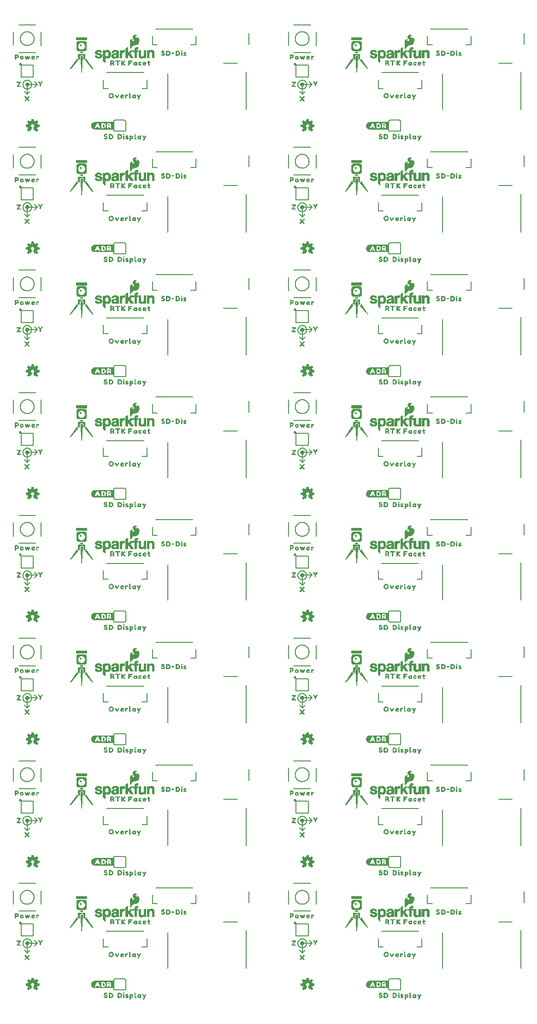
<source format=gto>
G04 EAGLE Gerber RS-274X export*
G75*
%MOMM*%
%FSLAX34Y34*%
%LPD*%
%INSilkscreen Top*%
%IPPOS*%
%AMOC8*
5,1,8,0,0,1.08239X$1,22.5*%
G01*
%ADD10C,0.203200*%
%ADD11C,0.508000*%
%ADD12C,0.152400*%
%ADD13C,0.127000*%
%ADD14C,0.508000*%

G36*
X733694Y923490D02*
X733694Y923490D01*
X733704Y923486D01*
X734204Y923786D01*
X734212Y923805D01*
X734219Y923811D01*
X734216Y923815D01*
X734218Y923821D01*
X734228Y923828D01*
X734228Y936628D01*
X734217Y936643D01*
X734221Y936654D01*
X733921Y937154D01*
X733887Y937168D01*
X733879Y937178D01*
X699279Y937178D01*
X699274Y937174D01*
X699271Y937177D01*
X698671Y937077D01*
X697972Y936977D01*
X697969Y936974D01*
X697968Y936974D01*
X697965Y936976D01*
X697265Y936776D01*
X697264Y936774D01*
X697263Y936775D01*
X696663Y936575D01*
X696660Y936571D01*
X696657Y936572D01*
X696057Y936272D01*
X696055Y936268D01*
X696052Y936269D01*
X695452Y935869D01*
X695451Y935866D01*
X695448Y935867D01*
X694448Y935067D01*
X694446Y935059D01*
X694441Y935059D01*
X694041Y934559D01*
X694040Y934556D01*
X694038Y934556D01*
X693638Y933956D01*
X693638Y933951D01*
X693635Y933950D01*
X693035Y932750D01*
X693036Y932744D01*
X693032Y932742D01*
X692832Y932043D01*
X692632Y931444D01*
X692636Y931433D01*
X692630Y931428D01*
X692630Y929428D01*
X692633Y929424D01*
X692630Y929421D01*
X692730Y928721D01*
X692734Y928718D01*
X692732Y928715D01*
X692932Y928015D01*
X692937Y928011D01*
X692935Y928006D01*
X693535Y926806D01*
X693542Y926803D01*
X693541Y926798D01*
X693939Y926299D01*
X694338Y925701D01*
X694348Y925697D01*
X694348Y925690D01*
X694846Y925291D01*
X695344Y924794D01*
X695356Y924792D01*
X695357Y924784D01*
X695954Y924486D01*
X696552Y924087D01*
X696561Y924088D01*
X696563Y924082D01*
X697163Y923882D01*
X697165Y923882D01*
X697165Y923881D01*
X697865Y923681D01*
X697869Y923683D01*
X697871Y923680D01*
X698471Y923580D01*
X698472Y923580D01*
X699172Y923480D01*
X699177Y923482D01*
X699179Y923479D01*
X733679Y923479D01*
X733694Y923490D01*
G37*
G36*
X733694Y1148560D02*
X733694Y1148560D01*
X733704Y1148556D01*
X734204Y1148856D01*
X734212Y1148875D01*
X734219Y1148880D01*
X734216Y1148884D01*
X734218Y1148890D01*
X734228Y1148898D01*
X734228Y1161698D01*
X734217Y1161713D01*
X734221Y1161723D01*
X733921Y1162223D01*
X733887Y1162237D01*
X733879Y1162247D01*
X699279Y1162247D01*
X699274Y1162243D01*
X699271Y1162246D01*
X698671Y1162146D01*
X697972Y1162047D01*
X697969Y1162043D01*
X697968Y1162043D01*
X697965Y1162045D01*
X697265Y1161845D01*
X697264Y1161844D01*
X697263Y1161845D01*
X696663Y1161645D01*
X696660Y1161640D01*
X696657Y1161642D01*
X696057Y1161342D01*
X696055Y1161338D01*
X696052Y1161339D01*
X695452Y1160939D01*
X695451Y1160936D01*
X695448Y1160936D01*
X694448Y1160136D01*
X694446Y1160128D01*
X694441Y1160129D01*
X694041Y1159629D01*
X694040Y1159625D01*
X694038Y1159625D01*
X693638Y1159025D01*
X693638Y1159020D01*
X693635Y1159020D01*
X693035Y1157820D01*
X693036Y1157813D01*
X693032Y1157811D01*
X692832Y1157112D01*
X692632Y1156513D01*
X692636Y1156503D01*
X692630Y1156498D01*
X692630Y1154498D01*
X692633Y1154494D01*
X692630Y1154491D01*
X692730Y1153791D01*
X692734Y1153787D01*
X692732Y1153784D01*
X692932Y1153084D01*
X692937Y1153080D01*
X692935Y1153076D01*
X693535Y1151876D01*
X693542Y1151872D01*
X693541Y1151867D01*
X693939Y1151368D01*
X694338Y1150771D01*
X694348Y1150767D01*
X694348Y1150759D01*
X694846Y1150361D01*
X695344Y1149863D01*
X695356Y1149861D01*
X695357Y1149854D01*
X695954Y1149555D01*
X696552Y1149157D01*
X696561Y1149157D01*
X696563Y1149151D01*
X697163Y1148951D01*
X697165Y1148952D01*
X697165Y1148950D01*
X697865Y1148750D01*
X697869Y1148752D01*
X697871Y1148749D01*
X698471Y1148649D01*
X698472Y1148650D01*
X698472Y1148649D01*
X699172Y1148549D01*
X699177Y1148552D01*
X699179Y1148549D01*
X733679Y1148549D01*
X733694Y1148560D01*
G37*
G36*
X228615Y1148560D02*
X228615Y1148560D01*
X228625Y1148556D01*
X229125Y1148856D01*
X229133Y1148875D01*
X229140Y1148880D01*
X229137Y1148884D01*
X229139Y1148890D01*
X229149Y1148898D01*
X229149Y1161698D01*
X229138Y1161713D01*
X229142Y1161723D01*
X228842Y1162223D01*
X228808Y1162237D01*
X228800Y1162247D01*
X194200Y1162247D01*
X194195Y1162243D01*
X194192Y1162246D01*
X193592Y1162146D01*
X192893Y1162047D01*
X192890Y1162043D01*
X192889Y1162043D01*
X192886Y1162045D01*
X192186Y1161845D01*
X192185Y1161844D01*
X192184Y1161845D01*
X191584Y1161645D01*
X191581Y1161640D01*
X191578Y1161642D01*
X190978Y1161342D01*
X190976Y1161338D01*
X190973Y1161339D01*
X190373Y1160939D01*
X190372Y1160936D01*
X190369Y1160936D01*
X189369Y1160136D01*
X189367Y1160128D01*
X189362Y1160129D01*
X188962Y1159629D01*
X188961Y1159625D01*
X188959Y1159625D01*
X188559Y1159025D01*
X188559Y1159020D01*
X188556Y1159020D01*
X187956Y1157820D01*
X187957Y1157813D01*
X187953Y1157811D01*
X187753Y1157112D01*
X187553Y1156513D01*
X187557Y1156503D01*
X187551Y1156498D01*
X187551Y1154498D01*
X187554Y1154494D01*
X187551Y1154491D01*
X187651Y1153791D01*
X187655Y1153787D01*
X187653Y1153784D01*
X187853Y1153084D01*
X187858Y1153080D01*
X187856Y1153076D01*
X188456Y1151876D01*
X188463Y1151872D01*
X188462Y1151867D01*
X188860Y1151368D01*
X189259Y1150771D01*
X189269Y1150767D01*
X189269Y1150759D01*
X189767Y1150361D01*
X190265Y1149863D01*
X190277Y1149861D01*
X190278Y1149854D01*
X190875Y1149555D01*
X191473Y1149157D01*
X191482Y1149157D01*
X191484Y1149151D01*
X192084Y1148951D01*
X192086Y1148952D01*
X192086Y1148950D01*
X192786Y1148750D01*
X192790Y1148752D01*
X192792Y1148749D01*
X193392Y1148649D01*
X193393Y1148650D01*
X193393Y1148649D01*
X194093Y1148549D01*
X194098Y1148552D01*
X194100Y1148549D01*
X228600Y1148549D01*
X228615Y1148560D01*
G37*
G36*
X228615Y923490D02*
X228615Y923490D01*
X228625Y923486D01*
X229125Y923786D01*
X229133Y923805D01*
X229140Y923811D01*
X229137Y923815D01*
X229139Y923821D01*
X229149Y923828D01*
X229149Y936628D01*
X229138Y936643D01*
X229142Y936654D01*
X228842Y937154D01*
X228808Y937168D01*
X228800Y937178D01*
X194200Y937178D01*
X194195Y937174D01*
X194192Y937177D01*
X193592Y937077D01*
X192893Y936977D01*
X192890Y936974D01*
X192889Y936974D01*
X192886Y936976D01*
X192186Y936776D01*
X192185Y936774D01*
X192184Y936775D01*
X191584Y936575D01*
X191581Y936571D01*
X191578Y936572D01*
X190978Y936272D01*
X190976Y936268D01*
X190973Y936269D01*
X190373Y935869D01*
X190372Y935866D01*
X190369Y935867D01*
X189369Y935067D01*
X189367Y935059D01*
X189362Y935059D01*
X188962Y934559D01*
X188961Y934556D01*
X188959Y934556D01*
X188559Y933956D01*
X188559Y933951D01*
X188556Y933950D01*
X187956Y932750D01*
X187957Y932744D01*
X187953Y932742D01*
X187753Y932043D01*
X187553Y931444D01*
X187557Y931433D01*
X187551Y931428D01*
X187551Y929428D01*
X187554Y929424D01*
X187551Y929421D01*
X187651Y928721D01*
X187655Y928718D01*
X187653Y928715D01*
X187853Y928015D01*
X187858Y928011D01*
X187856Y928006D01*
X188456Y926806D01*
X188463Y926803D01*
X188462Y926798D01*
X188860Y926299D01*
X189259Y925701D01*
X189269Y925697D01*
X189269Y925690D01*
X189767Y925291D01*
X190265Y924794D01*
X190277Y924792D01*
X190278Y924784D01*
X190875Y924486D01*
X191473Y924087D01*
X191482Y924088D01*
X191484Y924082D01*
X192084Y923882D01*
X192086Y923882D01*
X192086Y923881D01*
X192786Y923681D01*
X192790Y923683D01*
X192792Y923680D01*
X193392Y923580D01*
X193393Y923580D01*
X194093Y923480D01*
X194098Y923482D01*
X194100Y923479D01*
X228600Y923479D01*
X228615Y923490D01*
G37*
G36*
X733694Y23162D02*
X733694Y23162D01*
X733704Y23158D01*
X734204Y23458D01*
X734212Y23477D01*
X734219Y23482D01*
X734216Y23486D01*
X734218Y23492D01*
X734228Y23500D01*
X734228Y36300D01*
X734217Y36315D01*
X734221Y36325D01*
X733921Y36825D01*
X733887Y36839D01*
X733879Y36849D01*
X699279Y36849D01*
X699274Y36846D01*
X699271Y36849D01*
X698671Y36749D01*
X697972Y36649D01*
X697969Y36645D01*
X697968Y36645D01*
X697965Y36647D01*
X697265Y36447D01*
X697264Y36446D01*
X697263Y36447D01*
X696663Y36247D01*
X696660Y36242D01*
X696657Y36244D01*
X696057Y35944D01*
X696055Y35940D01*
X696052Y35941D01*
X695452Y35541D01*
X695451Y35538D01*
X695448Y35538D01*
X694448Y34738D01*
X694446Y34731D01*
X694441Y34731D01*
X694041Y34231D01*
X694040Y34227D01*
X694038Y34227D01*
X693638Y33627D01*
X693638Y33623D01*
X693635Y33622D01*
X693035Y32422D01*
X693036Y32415D01*
X693032Y32414D01*
X692832Y31715D01*
X692632Y31116D01*
X692636Y31105D01*
X692630Y31100D01*
X692630Y29100D01*
X692633Y29096D01*
X692630Y29093D01*
X692730Y28393D01*
X692734Y28389D01*
X692732Y28386D01*
X692932Y27686D01*
X692937Y27682D01*
X692935Y27678D01*
X693535Y26478D01*
X693542Y26475D01*
X693541Y26469D01*
X693939Y25971D01*
X694338Y25373D01*
X694348Y25369D01*
X694348Y25362D01*
X694846Y24963D01*
X695344Y24465D01*
X695356Y24464D01*
X695357Y24456D01*
X695954Y24157D01*
X696552Y23759D01*
X696561Y23760D01*
X696563Y23753D01*
X697163Y23553D01*
X697165Y23554D01*
X697165Y23553D01*
X697865Y23353D01*
X697869Y23354D01*
X697871Y23351D01*
X698471Y23251D01*
X698472Y23252D01*
X698472Y23251D01*
X699172Y23151D01*
X699177Y23154D01*
X699179Y23151D01*
X733679Y23151D01*
X733694Y23162D01*
G37*
G36*
X733694Y473326D02*
X733694Y473326D01*
X733704Y473322D01*
X734204Y473622D01*
X734212Y473641D01*
X734219Y473646D01*
X734216Y473651D01*
X734218Y473657D01*
X734228Y473664D01*
X734228Y486464D01*
X734217Y486479D01*
X734221Y486490D01*
X733921Y486990D01*
X733887Y487003D01*
X733879Y487013D01*
X699279Y487013D01*
X699274Y487010D01*
X699271Y487013D01*
X698671Y486913D01*
X697972Y486813D01*
X697969Y486809D01*
X697968Y486809D01*
X697965Y486812D01*
X697265Y486612D01*
X697264Y486610D01*
X697263Y486611D01*
X696663Y486411D01*
X696660Y486407D01*
X696657Y486408D01*
X696057Y486108D01*
X696055Y486104D01*
X696052Y486105D01*
X695452Y485705D01*
X695451Y485702D01*
X695448Y485703D01*
X694448Y484903D01*
X694446Y484895D01*
X694441Y484895D01*
X694041Y484395D01*
X694040Y484392D01*
X694038Y484392D01*
X693638Y483792D01*
X693638Y483787D01*
X693635Y483786D01*
X693035Y482586D01*
X693036Y482579D01*
X693032Y482578D01*
X692832Y481879D01*
X692632Y481280D01*
X692636Y481269D01*
X692630Y481264D01*
X692630Y479264D01*
X692633Y479260D01*
X692630Y479257D01*
X692730Y478557D01*
X692734Y478554D01*
X692732Y478551D01*
X692932Y477851D01*
X692937Y477847D01*
X692935Y477842D01*
X693535Y476642D01*
X693542Y476639D01*
X693541Y476633D01*
X693939Y476135D01*
X694338Y475537D01*
X694348Y475533D01*
X694348Y475526D01*
X694846Y475127D01*
X695344Y474629D01*
X695356Y474628D01*
X695357Y474620D01*
X695954Y474321D01*
X696552Y473923D01*
X696561Y473924D01*
X696563Y473917D01*
X697163Y473717D01*
X697165Y473718D01*
X697165Y473717D01*
X697865Y473517D01*
X697869Y473518D01*
X697871Y473516D01*
X698471Y473416D01*
X698472Y473416D01*
X698472Y473415D01*
X699172Y473315D01*
X699177Y473318D01*
X699179Y473315D01*
X733679Y473315D01*
X733694Y473326D01*
G37*
G36*
X228615Y473326D02*
X228615Y473326D01*
X228625Y473322D01*
X229125Y473622D01*
X229133Y473641D01*
X229140Y473646D01*
X229137Y473651D01*
X229139Y473657D01*
X229149Y473664D01*
X229149Y486464D01*
X229138Y486479D01*
X229142Y486490D01*
X228842Y486990D01*
X228808Y487003D01*
X228800Y487013D01*
X194200Y487013D01*
X194195Y487010D01*
X194192Y487013D01*
X193592Y486913D01*
X192893Y486813D01*
X192890Y486809D01*
X192889Y486809D01*
X192886Y486812D01*
X192186Y486612D01*
X192185Y486610D01*
X192184Y486611D01*
X191584Y486411D01*
X191581Y486407D01*
X191578Y486408D01*
X190978Y486108D01*
X190976Y486104D01*
X190973Y486105D01*
X190373Y485705D01*
X190372Y485702D01*
X190369Y485703D01*
X189369Y484903D01*
X189367Y484895D01*
X189362Y484895D01*
X188962Y484395D01*
X188961Y484392D01*
X188959Y484392D01*
X188559Y483792D01*
X188559Y483787D01*
X188556Y483786D01*
X187956Y482586D01*
X187957Y482579D01*
X187953Y482578D01*
X187753Y481879D01*
X187553Y481280D01*
X187557Y481269D01*
X187551Y481264D01*
X187551Y479264D01*
X187554Y479260D01*
X187551Y479257D01*
X187651Y478557D01*
X187655Y478554D01*
X187653Y478551D01*
X187853Y477851D01*
X187858Y477847D01*
X187856Y477842D01*
X188456Y476642D01*
X188463Y476639D01*
X188462Y476633D01*
X188860Y476135D01*
X189259Y475537D01*
X189269Y475533D01*
X189269Y475526D01*
X189767Y475127D01*
X190265Y474629D01*
X190277Y474628D01*
X190278Y474620D01*
X190875Y474321D01*
X191473Y473923D01*
X191482Y473924D01*
X191484Y473917D01*
X192084Y473717D01*
X192086Y473718D01*
X192086Y473717D01*
X192786Y473517D01*
X192790Y473518D01*
X192792Y473516D01*
X193392Y473416D01*
X193393Y473416D01*
X193393Y473415D01*
X194093Y473315D01*
X194098Y473318D01*
X194100Y473315D01*
X228600Y473315D01*
X228615Y473326D01*
G37*
G36*
X228615Y23162D02*
X228615Y23162D01*
X228625Y23158D01*
X229125Y23458D01*
X229133Y23477D01*
X229140Y23482D01*
X229137Y23486D01*
X229139Y23492D01*
X229149Y23500D01*
X229149Y36300D01*
X229138Y36315D01*
X229142Y36325D01*
X228842Y36825D01*
X228808Y36839D01*
X228800Y36849D01*
X194200Y36849D01*
X194195Y36846D01*
X194192Y36849D01*
X193592Y36749D01*
X192893Y36649D01*
X192890Y36645D01*
X192889Y36645D01*
X192886Y36647D01*
X192186Y36447D01*
X192185Y36446D01*
X192184Y36447D01*
X191584Y36247D01*
X191581Y36242D01*
X191578Y36244D01*
X190978Y35944D01*
X190976Y35940D01*
X190973Y35941D01*
X190373Y35541D01*
X190372Y35538D01*
X190369Y35538D01*
X189369Y34738D01*
X189367Y34731D01*
X189362Y34731D01*
X188962Y34231D01*
X188961Y34227D01*
X188959Y34227D01*
X188559Y33627D01*
X188559Y33623D01*
X188556Y33622D01*
X187956Y32422D01*
X187957Y32415D01*
X187953Y32414D01*
X187753Y31715D01*
X187553Y31116D01*
X187557Y31105D01*
X187551Y31100D01*
X187551Y29100D01*
X187554Y29096D01*
X187551Y29093D01*
X187651Y28393D01*
X187655Y28389D01*
X187653Y28386D01*
X187853Y27686D01*
X187858Y27682D01*
X187856Y27678D01*
X188456Y26478D01*
X188463Y26475D01*
X188462Y26469D01*
X188860Y25971D01*
X189259Y25373D01*
X189269Y25369D01*
X189269Y25362D01*
X189767Y24963D01*
X190265Y24465D01*
X190277Y24464D01*
X190278Y24456D01*
X190875Y24157D01*
X191473Y23759D01*
X191482Y23760D01*
X191484Y23753D01*
X192084Y23553D01*
X192086Y23554D01*
X192086Y23553D01*
X192786Y23353D01*
X192790Y23354D01*
X192792Y23351D01*
X193392Y23251D01*
X193393Y23252D01*
X193393Y23251D01*
X194093Y23151D01*
X194098Y23154D01*
X194100Y23151D01*
X228600Y23151D01*
X228615Y23162D01*
G37*
G36*
X228615Y698396D02*
X228615Y698396D01*
X228625Y698391D01*
X229125Y698691D01*
X229133Y698711D01*
X229140Y698716D01*
X229137Y698720D01*
X229139Y698726D01*
X229149Y698734D01*
X229149Y711534D01*
X229138Y711548D01*
X229142Y711559D01*
X228842Y712059D01*
X228808Y712073D01*
X228800Y712083D01*
X194200Y712083D01*
X194195Y712079D01*
X194192Y712082D01*
X193592Y711982D01*
X192893Y711882D01*
X192890Y711879D01*
X192889Y711879D01*
X192886Y711881D01*
X192186Y711681D01*
X192185Y711680D01*
X192184Y711680D01*
X191584Y711480D01*
X191581Y711476D01*
X191578Y711478D01*
X190978Y711178D01*
X190976Y711173D01*
X190973Y711175D01*
X190373Y710775D01*
X190372Y710771D01*
X190369Y710772D01*
X189369Y709972D01*
X189367Y709964D01*
X189362Y709964D01*
X188962Y709464D01*
X188961Y709461D01*
X188959Y709461D01*
X188559Y708861D01*
X188559Y708856D01*
X188556Y708856D01*
X187956Y707656D01*
X187957Y707649D01*
X187953Y707647D01*
X187753Y706948D01*
X187553Y706349D01*
X187557Y706338D01*
X187551Y706334D01*
X187551Y704334D01*
X187554Y704329D01*
X187551Y704327D01*
X187651Y703627D01*
X187655Y703623D01*
X187653Y703620D01*
X187853Y702920D01*
X187858Y702916D01*
X187856Y702912D01*
X188456Y701712D01*
X188463Y701708D01*
X188462Y701703D01*
X188860Y701204D01*
X189259Y700606D01*
X189269Y700603D01*
X189269Y700595D01*
X189767Y700197D01*
X190265Y699699D01*
X190277Y699697D01*
X190278Y699690D01*
X190875Y699391D01*
X191473Y698993D01*
X191482Y698993D01*
X191484Y698987D01*
X192084Y698787D01*
X192086Y698787D01*
X192086Y698786D01*
X192786Y698586D01*
X192790Y698588D01*
X192792Y698585D01*
X193392Y698485D01*
X193393Y698485D01*
X194093Y698385D01*
X194098Y698387D01*
X194100Y698384D01*
X228600Y698384D01*
X228615Y698396D01*
G37*
G36*
X733694Y698396D02*
X733694Y698396D01*
X733704Y698391D01*
X734204Y698691D01*
X734212Y698711D01*
X734219Y698716D01*
X734216Y698720D01*
X734218Y698726D01*
X734228Y698734D01*
X734228Y711534D01*
X734217Y711548D01*
X734221Y711559D01*
X733921Y712059D01*
X733887Y712073D01*
X733879Y712083D01*
X699279Y712083D01*
X699274Y712079D01*
X699271Y712082D01*
X698671Y711982D01*
X697972Y711882D01*
X697969Y711879D01*
X697968Y711879D01*
X697965Y711881D01*
X697265Y711681D01*
X697264Y711680D01*
X697263Y711680D01*
X696663Y711480D01*
X696660Y711476D01*
X696657Y711478D01*
X696057Y711178D01*
X696055Y711173D01*
X696052Y711175D01*
X695452Y710775D01*
X695451Y710771D01*
X695448Y710772D01*
X694448Y709972D01*
X694446Y709964D01*
X694441Y709964D01*
X694041Y709464D01*
X694040Y709461D01*
X694038Y709461D01*
X693638Y708861D01*
X693638Y708856D01*
X693635Y708856D01*
X693035Y707656D01*
X693036Y707649D01*
X693032Y707647D01*
X692832Y706948D01*
X692632Y706349D01*
X692636Y706338D01*
X692630Y706334D01*
X692630Y704334D01*
X692633Y704329D01*
X692630Y704327D01*
X692730Y703627D01*
X692734Y703623D01*
X692732Y703620D01*
X692932Y702920D01*
X692937Y702916D01*
X692935Y702912D01*
X693535Y701712D01*
X693542Y701708D01*
X693541Y701703D01*
X693939Y701204D01*
X694338Y700606D01*
X694348Y700603D01*
X694348Y700595D01*
X694846Y700197D01*
X695344Y699699D01*
X695356Y699697D01*
X695357Y699690D01*
X695954Y699391D01*
X696552Y698993D01*
X696561Y698993D01*
X696563Y698987D01*
X697163Y698787D01*
X697165Y698787D01*
X697165Y698786D01*
X697865Y698586D01*
X697869Y698588D01*
X697871Y698585D01*
X698471Y698485D01*
X698472Y698485D01*
X699172Y698385D01*
X699177Y698387D01*
X699179Y698384D01*
X733679Y698384D01*
X733694Y698396D01*
G37*
G36*
X228615Y1598724D02*
X228615Y1598724D01*
X228625Y1598720D01*
X229125Y1599020D01*
X229133Y1599039D01*
X229140Y1599044D01*
X229137Y1599048D01*
X229139Y1599054D01*
X229149Y1599062D01*
X229149Y1611862D01*
X229138Y1611877D01*
X229142Y1611887D01*
X228842Y1612387D01*
X228808Y1612401D01*
X228800Y1612411D01*
X194200Y1612411D01*
X194195Y1612408D01*
X194192Y1612411D01*
X193592Y1612311D01*
X192893Y1612211D01*
X192890Y1612207D01*
X192889Y1612207D01*
X192886Y1612209D01*
X192186Y1612009D01*
X192185Y1612008D01*
X192184Y1612009D01*
X191584Y1611809D01*
X191581Y1611804D01*
X191578Y1611806D01*
X190978Y1611506D01*
X190976Y1611502D01*
X190973Y1611503D01*
X190373Y1611103D01*
X190372Y1611100D01*
X190369Y1611100D01*
X189369Y1610300D01*
X189367Y1610293D01*
X189362Y1610293D01*
X188962Y1609793D01*
X188961Y1609789D01*
X188959Y1609789D01*
X188559Y1609189D01*
X188559Y1609185D01*
X188556Y1609184D01*
X187956Y1607984D01*
X187957Y1607977D01*
X187953Y1607976D01*
X187753Y1607277D01*
X187553Y1606678D01*
X187557Y1606667D01*
X187551Y1606662D01*
X187551Y1604662D01*
X187554Y1604658D01*
X187551Y1604655D01*
X187651Y1603955D01*
X187655Y1603951D01*
X187653Y1603948D01*
X187853Y1603248D01*
X187858Y1603244D01*
X187856Y1603240D01*
X188456Y1602040D01*
X188463Y1602037D01*
X188462Y1602031D01*
X188860Y1601533D01*
X189259Y1600935D01*
X189269Y1600931D01*
X189269Y1600924D01*
X189767Y1600525D01*
X190265Y1600027D01*
X190277Y1600026D01*
X190278Y1600018D01*
X190875Y1599719D01*
X191473Y1599321D01*
X191482Y1599322D01*
X191484Y1599315D01*
X192084Y1599115D01*
X192086Y1599116D01*
X192086Y1599115D01*
X192786Y1598915D01*
X192790Y1598916D01*
X192792Y1598913D01*
X193392Y1598813D01*
X193393Y1598814D01*
X193393Y1598813D01*
X194093Y1598713D01*
X194098Y1598716D01*
X194100Y1598713D01*
X228600Y1598713D01*
X228615Y1598724D01*
G37*
G36*
X733694Y1598724D02*
X733694Y1598724D01*
X733704Y1598720D01*
X734204Y1599020D01*
X734212Y1599039D01*
X734219Y1599044D01*
X734216Y1599048D01*
X734218Y1599054D01*
X734228Y1599062D01*
X734228Y1611862D01*
X734217Y1611877D01*
X734221Y1611887D01*
X733921Y1612387D01*
X733887Y1612401D01*
X733879Y1612411D01*
X699279Y1612411D01*
X699274Y1612408D01*
X699271Y1612411D01*
X698671Y1612311D01*
X697972Y1612211D01*
X697969Y1612207D01*
X697968Y1612207D01*
X697965Y1612209D01*
X697265Y1612009D01*
X697264Y1612008D01*
X697263Y1612009D01*
X696663Y1611809D01*
X696660Y1611804D01*
X696657Y1611806D01*
X696057Y1611506D01*
X696055Y1611502D01*
X696052Y1611503D01*
X695452Y1611103D01*
X695451Y1611100D01*
X695448Y1611100D01*
X694448Y1610300D01*
X694446Y1610293D01*
X694441Y1610293D01*
X694041Y1609793D01*
X694040Y1609789D01*
X694038Y1609789D01*
X693638Y1609189D01*
X693638Y1609185D01*
X693635Y1609184D01*
X693035Y1607984D01*
X693036Y1607977D01*
X693032Y1607976D01*
X692832Y1607277D01*
X692632Y1606678D01*
X692636Y1606667D01*
X692630Y1606662D01*
X692630Y1604662D01*
X692633Y1604658D01*
X692630Y1604655D01*
X692730Y1603955D01*
X692734Y1603951D01*
X692732Y1603948D01*
X692932Y1603248D01*
X692937Y1603244D01*
X692935Y1603240D01*
X693535Y1602040D01*
X693542Y1602037D01*
X693541Y1602031D01*
X693939Y1601533D01*
X694338Y1600935D01*
X694348Y1600931D01*
X694348Y1600924D01*
X694846Y1600525D01*
X695344Y1600027D01*
X695356Y1600026D01*
X695357Y1600018D01*
X695954Y1599719D01*
X696552Y1599321D01*
X696561Y1599322D01*
X696563Y1599315D01*
X697163Y1599115D01*
X697165Y1599116D01*
X697165Y1599115D01*
X697865Y1598915D01*
X697869Y1598916D01*
X697871Y1598913D01*
X698471Y1598813D01*
X698472Y1598814D01*
X698472Y1598813D01*
X699172Y1598713D01*
X699177Y1598716D01*
X699179Y1598713D01*
X733679Y1598713D01*
X733694Y1598724D01*
G37*
G36*
X733694Y1373655D02*
X733694Y1373655D01*
X733704Y1373650D01*
X734204Y1373950D01*
X734212Y1373970D01*
X734219Y1373975D01*
X734216Y1373979D01*
X734218Y1373985D01*
X734228Y1373993D01*
X734228Y1386793D01*
X734217Y1386807D01*
X734221Y1386818D01*
X733921Y1387318D01*
X733887Y1387332D01*
X733879Y1387342D01*
X699279Y1387342D01*
X699274Y1387338D01*
X699271Y1387341D01*
X698671Y1387241D01*
X697972Y1387141D01*
X697969Y1387138D01*
X697968Y1387138D01*
X697965Y1387140D01*
X697265Y1386940D01*
X697264Y1386939D01*
X697263Y1386939D01*
X696663Y1386739D01*
X696660Y1386735D01*
X696657Y1386737D01*
X696057Y1386437D01*
X696055Y1386432D01*
X696052Y1386434D01*
X695452Y1386034D01*
X695451Y1386030D01*
X695448Y1386031D01*
X694448Y1385231D01*
X694446Y1385223D01*
X694441Y1385223D01*
X694041Y1384723D01*
X694040Y1384720D01*
X694038Y1384720D01*
X693638Y1384120D01*
X693638Y1384115D01*
X693635Y1384115D01*
X693035Y1382915D01*
X693036Y1382908D01*
X693032Y1382906D01*
X692832Y1382207D01*
X692632Y1381608D01*
X692636Y1381597D01*
X692630Y1381593D01*
X692630Y1379593D01*
X692633Y1379588D01*
X692630Y1379586D01*
X692730Y1378886D01*
X692734Y1378882D01*
X692732Y1378879D01*
X692932Y1378179D01*
X692937Y1378175D01*
X692935Y1378171D01*
X693535Y1376971D01*
X693542Y1376967D01*
X693541Y1376962D01*
X693939Y1376463D01*
X694338Y1375865D01*
X694348Y1375862D01*
X694348Y1375854D01*
X694846Y1375456D01*
X695344Y1374958D01*
X695356Y1374956D01*
X695357Y1374949D01*
X695954Y1374650D01*
X696552Y1374252D01*
X696561Y1374252D01*
X696563Y1374246D01*
X697163Y1374046D01*
X697165Y1374046D01*
X697165Y1374045D01*
X697865Y1373845D01*
X697869Y1373847D01*
X697871Y1373844D01*
X698471Y1373744D01*
X698472Y1373744D01*
X699172Y1373644D01*
X699177Y1373646D01*
X699179Y1373643D01*
X733679Y1373643D01*
X733694Y1373655D01*
G37*
G36*
X228615Y1373655D02*
X228615Y1373655D01*
X228625Y1373650D01*
X229125Y1373950D01*
X229133Y1373970D01*
X229140Y1373975D01*
X229137Y1373979D01*
X229139Y1373985D01*
X229149Y1373993D01*
X229149Y1386793D01*
X229138Y1386807D01*
X229142Y1386818D01*
X228842Y1387318D01*
X228808Y1387332D01*
X228800Y1387342D01*
X194200Y1387342D01*
X194195Y1387338D01*
X194192Y1387341D01*
X193592Y1387241D01*
X192893Y1387141D01*
X192890Y1387138D01*
X192889Y1387138D01*
X192886Y1387140D01*
X192186Y1386940D01*
X192185Y1386939D01*
X192184Y1386939D01*
X191584Y1386739D01*
X191581Y1386735D01*
X191578Y1386737D01*
X190978Y1386437D01*
X190976Y1386432D01*
X190973Y1386434D01*
X190373Y1386034D01*
X190372Y1386030D01*
X190369Y1386031D01*
X189369Y1385231D01*
X189367Y1385223D01*
X189362Y1385223D01*
X188962Y1384723D01*
X188961Y1384720D01*
X188959Y1384720D01*
X188559Y1384120D01*
X188559Y1384115D01*
X188556Y1384115D01*
X187956Y1382915D01*
X187957Y1382908D01*
X187953Y1382906D01*
X187753Y1382207D01*
X187553Y1381608D01*
X187557Y1381597D01*
X187551Y1381593D01*
X187551Y1379593D01*
X187554Y1379588D01*
X187551Y1379586D01*
X187651Y1378886D01*
X187655Y1378882D01*
X187653Y1378879D01*
X187853Y1378179D01*
X187858Y1378175D01*
X187856Y1378171D01*
X188456Y1376971D01*
X188463Y1376967D01*
X188462Y1376962D01*
X188860Y1376463D01*
X189259Y1375865D01*
X189269Y1375862D01*
X189269Y1375854D01*
X189767Y1375456D01*
X190265Y1374958D01*
X190277Y1374956D01*
X190278Y1374949D01*
X190875Y1374650D01*
X191473Y1374252D01*
X191482Y1374252D01*
X191484Y1374246D01*
X192084Y1374046D01*
X192086Y1374046D01*
X192086Y1374045D01*
X192786Y1373845D01*
X192790Y1373847D01*
X192792Y1373844D01*
X193392Y1373744D01*
X193393Y1373744D01*
X194093Y1373644D01*
X194098Y1373646D01*
X194100Y1373643D01*
X228600Y1373643D01*
X228615Y1373655D01*
G37*
G36*
X733694Y248231D02*
X733694Y248231D01*
X733704Y248227D01*
X734204Y248527D01*
X734212Y248546D01*
X734219Y248552D01*
X734216Y248556D01*
X734218Y248562D01*
X734228Y248569D01*
X734228Y261369D01*
X734217Y261384D01*
X734221Y261395D01*
X733921Y261895D01*
X733887Y261909D01*
X733879Y261919D01*
X699279Y261919D01*
X699274Y261915D01*
X699271Y261918D01*
X698671Y261818D01*
X697972Y261718D01*
X697969Y261715D01*
X697968Y261715D01*
X697965Y261717D01*
X697265Y261517D01*
X697264Y261515D01*
X697263Y261516D01*
X696663Y261316D01*
X696660Y261312D01*
X696657Y261313D01*
X696057Y261013D01*
X696055Y261009D01*
X696052Y261010D01*
X695452Y260610D01*
X695451Y260607D01*
X695448Y260608D01*
X694448Y259808D01*
X694446Y259800D01*
X694441Y259800D01*
X694041Y259300D01*
X694040Y259297D01*
X694038Y259297D01*
X693638Y258697D01*
X693638Y258692D01*
X693635Y258691D01*
X693035Y257491D01*
X693036Y257485D01*
X693032Y257483D01*
X692832Y256784D01*
X692632Y256185D01*
X692636Y256174D01*
X692630Y256169D01*
X692630Y254169D01*
X692633Y254165D01*
X692630Y254162D01*
X692730Y253462D01*
X692734Y253459D01*
X692732Y253456D01*
X692932Y252756D01*
X692937Y252752D01*
X692935Y252747D01*
X693535Y251547D01*
X693542Y251544D01*
X693541Y251539D01*
X693939Y251040D01*
X694338Y250442D01*
X694348Y250438D01*
X694348Y250431D01*
X694846Y250032D01*
X695344Y249535D01*
X695356Y249533D01*
X695357Y249525D01*
X695954Y249227D01*
X696552Y248828D01*
X696561Y248829D01*
X696563Y248823D01*
X697163Y248623D01*
X697165Y248623D01*
X697165Y248622D01*
X697865Y248422D01*
X697869Y248424D01*
X697871Y248421D01*
X698471Y248321D01*
X698472Y248321D01*
X699172Y248221D01*
X699177Y248223D01*
X699179Y248220D01*
X733679Y248220D01*
X733694Y248231D01*
G37*
G36*
X228615Y248231D02*
X228615Y248231D01*
X228625Y248227D01*
X229125Y248527D01*
X229133Y248546D01*
X229140Y248552D01*
X229137Y248556D01*
X229139Y248562D01*
X229149Y248569D01*
X229149Y261369D01*
X229138Y261384D01*
X229142Y261395D01*
X228842Y261895D01*
X228808Y261909D01*
X228800Y261919D01*
X194200Y261919D01*
X194195Y261915D01*
X194192Y261918D01*
X193592Y261818D01*
X192893Y261718D01*
X192890Y261715D01*
X192889Y261715D01*
X192886Y261717D01*
X192186Y261517D01*
X192185Y261515D01*
X192184Y261516D01*
X191584Y261316D01*
X191581Y261312D01*
X191578Y261313D01*
X190978Y261013D01*
X190976Y261009D01*
X190973Y261010D01*
X190373Y260610D01*
X190372Y260607D01*
X190369Y260608D01*
X189369Y259808D01*
X189367Y259800D01*
X189362Y259800D01*
X188962Y259300D01*
X188961Y259297D01*
X188959Y259297D01*
X188559Y258697D01*
X188559Y258692D01*
X188556Y258691D01*
X187956Y257491D01*
X187957Y257485D01*
X187953Y257483D01*
X187753Y256784D01*
X187553Y256185D01*
X187557Y256174D01*
X187551Y256169D01*
X187551Y254169D01*
X187554Y254165D01*
X187551Y254162D01*
X187651Y253462D01*
X187655Y253459D01*
X187653Y253456D01*
X187853Y252756D01*
X187858Y252752D01*
X187856Y252747D01*
X188456Y251547D01*
X188463Y251544D01*
X188462Y251539D01*
X188860Y251040D01*
X189259Y250442D01*
X189269Y250438D01*
X189269Y250431D01*
X189767Y250032D01*
X190265Y249535D01*
X190277Y249533D01*
X190278Y249525D01*
X190875Y249227D01*
X191473Y248828D01*
X191482Y248829D01*
X191484Y248823D01*
X192084Y248623D01*
X192086Y248623D01*
X192086Y248622D01*
X192786Y248422D01*
X192790Y248424D01*
X192792Y248421D01*
X193392Y248321D01*
X193393Y248321D01*
X194093Y248221D01*
X194098Y248223D01*
X194100Y248220D01*
X228600Y248220D01*
X228615Y248231D01*
G37*
G36*
X175403Y841987D02*
X175403Y841987D01*
X175405Y841985D01*
X176305Y842085D01*
X176313Y842091D01*
X176318Y842088D01*
X176817Y842287D01*
X177116Y842387D01*
X177120Y842394D01*
X177125Y842391D01*
X177625Y842691D01*
X177627Y842696D01*
X177631Y842695D01*
X178131Y843095D01*
X178132Y843099D01*
X178135Y843099D01*
X178735Y843699D01*
X178736Y843710D01*
X178744Y843712D01*
X179144Y844512D01*
X179143Y844517D01*
X179147Y844518D01*
X179347Y845118D01*
X179346Y845122D01*
X179347Y845123D01*
X179343Y845129D01*
X179349Y845134D01*
X179349Y845429D01*
X179449Y846026D01*
X179446Y846031D01*
X179449Y846034D01*
X179449Y856834D01*
X179447Y856837D01*
X179449Y856839D01*
X179349Y857739D01*
X179344Y857745D01*
X179347Y857749D01*
X179147Y858349D01*
X179142Y858352D01*
X179144Y858356D01*
X178744Y859156D01*
X178738Y859159D01*
X178739Y859163D01*
X178439Y859563D01*
X178428Y859566D01*
X178427Y859575D01*
X178131Y859772D01*
X177735Y860168D01*
X177726Y860170D01*
X177725Y860176D01*
X177225Y860476D01*
X177217Y860475D01*
X177216Y860480D01*
X176016Y860880D01*
X176005Y860877D01*
X176000Y860883D01*
X164000Y860883D01*
X163991Y860876D01*
X163984Y860880D01*
X163687Y860781D01*
X163190Y860682D01*
X163181Y860672D01*
X163173Y860675D01*
X162874Y860475D01*
X161875Y859876D01*
X161871Y859868D01*
X161865Y859868D01*
X161665Y859668D01*
X161665Y859664D01*
X161662Y859664D01*
X161262Y859164D01*
X161261Y859159D01*
X161258Y859159D01*
X160958Y858659D01*
X160959Y858651D01*
X160953Y858649D01*
X160653Y857749D01*
X160657Y857738D01*
X160651Y857734D01*
X160651Y857438D01*
X160551Y856842D01*
X160554Y856836D01*
X160551Y856834D01*
X160551Y846034D01*
X160554Y846030D01*
X160551Y846028D01*
X160651Y845228D01*
X160656Y845222D01*
X160653Y845218D01*
X160953Y844318D01*
X160960Y844314D01*
X160958Y844308D01*
X161258Y843808D01*
X161262Y843806D01*
X161262Y843803D01*
X161662Y843303D01*
X161666Y843302D01*
X161665Y843299D01*
X162265Y842699D01*
X162274Y842698D01*
X162275Y842691D01*
X162775Y842391D01*
X162783Y842392D01*
X162784Y842387D01*
X163684Y842087D01*
X163695Y842091D01*
X163700Y842084D01*
X163996Y842084D01*
X164592Y841985D01*
X164597Y841988D01*
X164600Y841984D01*
X175400Y841984D01*
X175403Y841987D01*
G37*
G36*
X680482Y841987D02*
X680482Y841987D01*
X680484Y841985D01*
X681384Y842085D01*
X681392Y842091D01*
X681397Y842088D01*
X681896Y842287D01*
X682195Y842387D01*
X682199Y842394D01*
X682204Y842391D01*
X682704Y842691D01*
X682706Y842696D01*
X682710Y842695D01*
X683210Y843095D01*
X683211Y843099D01*
X683214Y843099D01*
X683814Y843699D01*
X683815Y843710D01*
X683823Y843712D01*
X684223Y844512D01*
X684222Y844517D01*
X684226Y844518D01*
X684426Y845118D01*
X684425Y845122D01*
X684426Y845123D01*
X684422Y845129D01*
X684428Y845134D01*
X684428Y845429D01*
X684528Y846026D01*
X684525Y846031D01*
X684528Y846034D01*
X684528Y856834D01*
X684526Y856837D01*
X684528Y856839D01*
X684428Y857739D01*
X684423Y857745D01*
X684426Y857749D01*
X684226Y858349D01*
X684221Y858352D01*
X684223Y858356D01*
X683823Y859156D01*
X683817Y859159D01*
X683818Y859163D01*
X683518Y859563D01*
X683507Y859566D01*
X683506Y859575D01*
X683210Y859772D01*
X682814Y860168D01*
X682805Y860170D01*
X682804Y860176D01*
X682304Y860476D01*
X682296Y860475D01*
X682295Y860480D01*
X681095Y860880D01*
X681084Y860877D01*
X681079Y860883D01*
X669079Y860883D01*
X669070Y860876D01*
X669063Y860880D01*
X668766Y860781D01*
X668269Y860682D01*
X668260Y860672D01*
X668252Y860675D01*
X667953Y860475D01*
X666954Y859876D01*
X666950Y859868D01*
X666944Y859868D01*
X666744Y859668D01*
X666744Y859664D01*
X666741Y859664D01*
X666341Y859164D01*
X666340Y859159D01*
X666337Y859159D01*
X666037Y858659D01*
X666038Y858651D01*
X666032Y858649D01*
X665732Y857749D01*
X665736Y857738D01*
X665730Y857734D01*
X665730Y857438D01*
X665630Y856842D01*
X665633Y856836D01*
X665630Y856834D01*
X665630Y846034D01*
X665633Y846030D01*
X665630Y846028D01*
X665730Y845228D01*
X665735Y845222D01*
X665732Y845218D01*
X666032Y844318D01*
X666039Y844314D01*
X666037Y844308D01*
X666337Y843808D01*
X666341Y843806D01*
X666341Y843803D01*
X666741Y843303D01*
X666745Y843302D01*
X666744Y843299D01*
X667344Y842699D01*
X667353Y842698D01*
X667354Y842691D01*
X667854Y842391D01*
X667862Y842392D01*
X667863Y842387D01*
X668763Y842087D01*
X668774Y842091D01*
X668779Y842084D01*
X669075Y842084D01*
X669671Y841985D01*
X669676Y841988D01*
X669679Y841984D01*
X680479Y841984D01*
X680482Y841987D01*
G37*
G36*
X680482Y166753D02*
X680482Y166753D01*
X680484Y166751D01*
X681384Y166851D01*
X681392Y166858D01*
X681397Y166854D01*
X681896Y167054D01*
X682195Y167153D01*
X682199Y167160D01*
X682204Y167158D01*
X682704Y167458D01*
X682706Y167462D01*
X682710Y167462D01*
X683210Y167862D01*
X683211Y167866D01*
X683214Y167865D01*
X683814Y168465D01*
X683815Y168477D01*
X683823Y168478D01*
X684223Y169278D01*
X684222Y169283D01*
X684226Y169284D01*
X684426Y169884D01*
X684425Y169888D01*
X684426Y169889D01*
X684422Y169895D01*
X684428Y169900D01*
X684428Y170196D01*
X684528Y170792D01*
X684525Y170797D01*
X684528Y170800D01*
X684528Y181600D01*
X684526Y181603D01*
X684528Y181605D01*
X684428Y182505D01*
X684423Y182511D01*
X684426Y182516D01*
X684226Y183116D01*
X684221Y183119D01*
X684223Y183122D01*
X683823Y183922D01*
X683817Y183925D01*
X683818Y183930D01*
X683518Y184330D01*
X683507Y184333D01*
X683506Y184341D01*
X683210Y184538D01*
X682814Y184935D01*
X682805Y184936D01*
X682804Y184942D01*
X682304Y185242D01*
X682296Y185241D01*
X682295Y185247D01*
X681095Y185647D01*
X681084Y185643D01*
X681079Y185649D01*
X669079Y185649D01*
X669070Y185642D01*
X669063Y185647D01*
X668766Y185548D01*
X668269Y185448D01*
X668260Y185438D01*
X668252Y185441D01*
X667953Y185242D01*
X666954Y184642D01*
X666950Y184634D01*
X666944Y184635D01*
X666744Y184435D01*
X666744Y184431D01*
X666741Y184431D01*
X666341Y183931D01*
X666340Y183926D01*
X666337Y183925D01*
X666037Y183425D01*
X666038Y183417D01*
X666032Y183416D01*
X665732Y182516D01*
X665736Y182505D01*
X665730Y182500D01*
X665730Y182204D01*
X665630Y181608D01*
X665633Y181603D01*
X665630Y181600D01*
X665630Y170800D01*
X665633Y170796D01*
X665630Y170794D01*
X665730Y169994D01*
X665735Y169989D01*
X665732Y169984D01*
X666032Y169084D01*
X666039Y169080D01*
X666037Y169075D01*
X666337Y168575D01*
X666341Y168573D01*
X666341Y168569D01*
X666741Y168069D01*
X666745Y168068D01*
X666744Y168065D01*
X667344Y167465D01*
X667353Y167464D01*
X667354Y167458D01*
X667854Y167158D01*
X667862Y167159D01*
X667863Y167153D01*
X668763Y166853D01*
X668774Y166857D01*
X668779Y166851D01*
X669075Y166851D01*
X669671Y166751D01*
X669676Y166754D01*
X669679Y166751D01*
X680479Y166751D01*
X680482Y166753D01*
G37*
G36*
X175403Y1742315D02*
X175403Y1742315D01*
X175405Y1742313D01*
X176305Y1742413D01*
X176313Y1742420D01*
X176318Y1742416D01*
X176817Y1742616D01*
X177116Y1742715D01*
X177120Y1742722D01*
X177125Y1742720D01*
X177625Y1743020D01*
X177627Y1743024D01*
X177631Y1743024D01*
X178131Y1743424D01*
X178132Y1743428D01*
X178135Y1743427D01*
X178735Y1744027D01*
X178736Y1744039D01*
X178744Y1744040D01*
X179144Y1744840D01*
X179143Y1744845D01*
X179147Y1744846D01*
X179347Y1745446D01*
X179346Y1745450D01*
X179347Y1745451D01*
X179343Y1745457D01*
X179349Y1745462D01*
X179349Y1745758D01*
X179449Y1746354D01*
X179446Y1746359D01*
X179449Y1746362D01*
X179449Y1757162D01*
X179447Y1757165D01*
X179449Y1757167D01*
X179349Y1758067D01*
X179344Y1758073D01*
X179347Y1758078D01*
X179147Y1758678D01*
X179142Y1758681D01*
X179144Y1758684D01*
X178744Y1759484D01*
X178738Y1759487D01*
X178739Y1759492D01*
X178439Y1759892D01*
X178428Y1759895D01*
X178427Y1759903D01*
X178131Y1760100D01*
X177735Y1760497D01*
X177726Y1760498D01*
X177725Y1760504D01*
X177225Y1760804D01*
X177217Y1760803D01*
X177216Y1760809D01*
X176016Y1761209D01*
X176005Y1761205D01*
X176000Y1761211D01*
X164000Y1761211D01*
X163991Y1761204D01*
X163984Y1761209D01*
X163687Y1761110D01*
X163190Y1761010D01*
X163181Y1761000D01*
X163173Y1761003D01*
X162874Y1760804D01*
X161875Y1760204D01*
X161871Y1760196D01*
X161865Y1760197D01*
X161665Y1759997D01*
X161665Y1759993D01*
X161662Y1759993D01*
X161262Y1759493D01*
X161261Y1759488D01*
X161258Y1759487D01*
X160958Y1758987D01*
X160959Y1758979D01*
X160953Y1758978D01*
X160653Y1758078D01*
X160657Y1758067D01*
X160651Y1758062D01*
X160651Y1757766D01*
X160551Y1757170D01*
X160554Y1757165D01*
X160551Y1757162D01*
X160551Y1746362D01*
X160554Y1746358D01*
X160551Y1746356D01*
X160651Y1745556D01*
X160656Y1745551D01*
X160653Y1745546D01*
X160953Y1744646D01*
X160960Y1744642D01*
X160958Y1744637D01*
X161258Y1744137D01*
X161262Y1744135D01*
X161262Y1744131D01*
X161662Y1743631D01*
X161666Y1743630D01*
X161665Y1743627D01*
X162265Y1743027D01*
X162274Y1743026D01*
X162275Y1743020D01*
X162775Y1742720D01*
X162783Y1742721D01*
X162784Y1742715D01*
X163684Y1742415D01*
X163695Y1742419D01*
X163700Y1742413D01*
X163996Y1742413D01*
X164592Y1742313D01*
X164597Y1742316D01*
X164600Y1742313D01*
X175400Y1742313D01*
X175403Y1742315D01*
G37*
G36*
X680482Y1742315D02*
X680482Y1742315D01*
X680484Y1742313D01*
X681384Y1742413D01*
X681392Y1742420D01*
X681397Y1742416D01*
X681896Y1742616D01*
X682195Y1742715D01*
X682199Y1742722D01*
X682204Y1742720D01*
X682704Y1743020D01*
X682706Y1743024D01*
X682710Y1743024D01*
X683210Y1743424D01*
X683211Y1743428D01*
X683214Y1743427D01*
X683814Y1744027D01*
X683815Y1744039D01*
X683823Y1744040D01*
X684223Y1744840D01*
X684222Y1744845D01*
X684226Y1744846D01*
X684426Y1745446D01*
X684425Y1745450D01*
X684426Y1745451D01*
X684422Y1745457D01*
X684428Y1745462D01*
X684428Y1745758D01*
X684528Y1746354D01*
X684525Y1746359D01*
X684528Y1746362D01*
X684528Y1757162D01*
X684526Y1757165D01*
X684528Y1757167D01*
X684428Y1758067D01*
X684423Y1758073D01*
X684426Y1758078D01*
X684226Y1758678D01*
X684221Y1758681D01*
X684223Y1758684D01*
X683823Y1759484D01*
X683817Y1759487D01*
X683818Y1759492D01*
X683518Y1759892D01*
X683507Y1759895D01*
X683506Y1759903D01*
X683210Y1760100D01*
X682814Y1760497D01*
X682805Y1760498D01*
X682804Y1760504D01*
X682304Y1760804D01*
X682296Y1760803D01*
X682295Y1760809D01*
X681095Y1761209D01*
X681084Y1761205D01*
X681079Y1761211D01*
X669079Y1761211D01*
X669070Y1761204D01*
X669063Y1761209D01*
X668766Y1761110D01*
X668269Y1761010D01*
X668260Y1761000D01*
X668252Y1761003D01*
X667953Y1760804D01*
X666954Y1760204D01*
X666950Y1760196D01*
X666944Y1760197D01*
X666744Y1759997D01*
X666744Y1759993D01*
X666741Y1759993D01*
X666341Y1759493D01*
X666340Y1759488D01*
X666337Y1759487D01*
X666037Y1758987D01*
X666038Y1758979D01*
X666032Y1758978D01*
X665732Y1758078D01*
X665736Y1758067D01*
X665730Y1758062D01*
X665730Y1757766D01*
X665630Y1757170D01*
X665633Y1757165D01*
X665630Y1757162D01*
X665630Y1746362D01*
X665633Y1746358D01*
X665630Y1746356D01*
X665730Y1745556D01*
X665735Y1745551D01*
X665732Y1745546D01*
X666032Y1744646D01*
X666039Y1744642D01*
X666037Y1744637D01*
X666337Y1744137D01*
X666341Y1744135D01*
X666341Y1744131D01*
X666741Y1743631D01*
X666745Y1743630D01*
X666744Y1743627D01*
X667344Y1743027D01*
X667353Y1743026D01*
X667354Y1743020D01*
X667854Y1742720D01*
X667862Y1742721D01*
X667863Y1742715D01*
X668763Y1742415D01*
X668774Y1742419D01*
X668779Y1742413D01*
X669075Y1742413D01*
X669671Y1742313D01*
X669676Y1742316D01*
X669679Y1742313D01*
X680479Y1742313D01*
X680482Y1742315D01*
G37*
G36*
X175403Y1292151D02*
X175403Y1292151D01*
X175405Y1292149D01*
X176305Y1292249D01*
X176313Y1292256D01*
X176318Y1292252D01*
X176817Y1292452D01*
X177116Y1292551D01*
X177120Y1292558D01*
X177125Y1292556D01*
X177625Y1292856D01*
X177627Y1292860D01*
X177631Y1292859D01*
X178131Y1293259D01*
X178132Y1293263D01*
X178135Y1293263D01*
X178735Y1293863D01*
X178736Y1293874D01*
X178744Y1293876D01*
X179144Y1294676D01*
X179143Y1294681D01*
X179147Y1294682D01*
X179347Y1295282D01*
X179346Y1295286D01*
X179347Y1295287D01*
X179343Y1295293D01*
X179349Y1295298D01*
X179349Y1295594D01*
X179449Y1296190D01*
X179446Y1296195D01*
X179449Y1296198D01*
X179449Y1306998D01*
X179447Y1307001D01*
X179449Y1307003D01*
X179349Y1307903D01*
X179344Y1307909D01*
X179347Y1307913D01*
X179147Y1308513D01*
X179142Y1308516D01*
X179144Y1308520D01*
X178744Y1309320D01*
X178738Y1309323D01*
X178739Y1309327D01*
X178439Y1309727D01*
X178428Y1309731D01*
X178427Y1309739D01*
X178131Y1309936D01*
X177735Y1310333D01*
X177726Y1310334D01*
X177725Y1310340D01*
X177225Y1310640D01*
X177217Y1310639D01*
X177216Y1310645D01*
X176016Y1311045D01*
X176005Y1311041D01*
X176000Y1311047D01*
X164000Y1311047D01*
X163991Y1311040D01*
X163984Y1311045D01*
X163687Y1310946D01*
X163190Y1310846D01*
X163181Y1310836D01*
X163173Y1310839D01*
X162874Y1310639D01*
X161875Y1310040D01*
X161871Y1310032D01*
X161865Y1310033D01*
X161665Y1309833D01*
X161665Y1309829D01*
X161662Y1309829D01*
X161262Y1309329D01*
X161261Y1309324D01*
X161258Y1309323D01*
X160958Y1308823D01*
X160959Y1308815D01*
X160953Y1308813D01*
X160653Y1307913D01*
X160657Y1307903D01*
X160651Y1307898D01*
X160651Y1307602D01*
X160551Y1307006D01*
X160554Y1307000D01*
X160551Y1306998D01*
X160551Y1296198D01*
X160554Y1296194D01*
X160551Y1296192D01*
X160651Y1295392D01*
X160656Y1295387D01*
X160653Y1295382D01*
X160953Y1294482D01*
X160960Y1294478D01*
X160958Y1294472D01*
X161258Y1293972D01*
X161262Y1293971D01*
X161262Y1293967D01*
X161662Y1293467D01*
X161666Y1293466D01*
X161665Y1293463D01*
X162265Y1292863D01*
X162274Y1292862D01*
X162275Y1292856D01*
X162775Y1292556D01*
X162783Y1292556D01*
X162784Y1292551D01*
X163684Y1292251D01*
X163695Y1292255D01*
X163700Y1292249D01*
X163996Y1292249D01*
X164592Y1292149D01*
X164597Y1292152D01*
X164600Y1292149D01*
X175400Y1292149D01*
X175403Y1292151D01*
G37*
G36*
X680482Y1067082D02*
X680482Y1067082D01*
X680484Y1067079D01*
X681384Y1067179D01*
X681392Y1067186D01*
X681397Y1067183D01*
X681896Y1067382D01*
X682195Y1067482D01*
X682199Y1067488D01*
X682204Y1067486D01*
X682704Y1067786D01*
X682706Y1067791D01*
X682710Y1067790D01*
X683210Y1068190D01*
X683211Y1068194D01*
X683214Y1068194D01*
X683814Y1068794D01*
X683815Y1068805D01*
X683823Y1068806D01*
X684223Y1069606D01*
X684222Y1069612D01*
X684226Y1069613D01*
X684426Y1070213D01*
X684425Y1070216D01*
X684426Y1070218D01*
X684422Y1070224D01*
X684428Y1070228D01*
X684428Y1070524D01*
X684528Y1071120D01*
X684525Y1071126D01*
X684528Y1071128D01*
X684528Y1081928D01*
X684526Y1081932D01*
X684528Y1081934D01*
X684428Y1082834D01*
X684423Y1082839D01*
X684426Y1082844D01*
X684226Y1083444D01*
X684221Y1083447D01*
X684223Y1083450D01*
X683823Y1084250D01*
X683817Y1084253D01*
X683818Y1084258D01*
X683518Y1084658D01*
X683507Y1084661D01*
X683506Y1084669D01*
X683210Y1084867D01*
X682814Y1085263D01*
X682805Y1085264D01*
X682804Y1085271D01*
X682304Y1085571D01*
X682296Y1085570D01*
X682295Y1085575D01*
X681095Y1085975D01*
X681084Y1085971D01*
X681079Y1085978D01*
X669079Y1085978D01*
X669070Y1085971D01*
X669063Y1085975D01*
X668766Y1085876D01*
X668269Y1085777D01*
X668260Y1085766D01*
X668252Y1085769D01*
X667953Y1085570D01*
X666954Y1084971D01*
X666950Y1084962D01*
X666944Y1084963D01*
X666744Y1084763D01*
X666744Y1084759D01*
X666741Y1084759D01*
X666341Y1084259D01*
X666340Y1084254D01*
X666337Y1084254D01*
X666037Y1083754D01*
X666038Y1083746D01*
X666032Y1083744D01*
X665732Y1082844D01*
X665736Y1082833D01*
X665730Y1082828D01*
X665730Y1082533D01*
X665630Y1081937D01*
X665633Y1081931D01*
X665630Y1081928D01*
X665630Y1071128D01*
X665633Y1071125D01*
X665630Y1071122D01*
X665730Y1070322D01*
X665735Y1070317D01*
X665732Y1070313D01*
X666032Y1069413D01*
X666039Y1069408D01*
X666037Y1069403D01*
X666337Y1068903D01*
X666341Y1068901D01*
X666341Y1068898D01*
X666741Y1068398D01*
X666745Y1068397D01*
X666744Y1068394D01*
X667344Y1067794D01*
X667353Y1067792D01*
X667354Y1067786D01*
X667854Y1067486D01*
X667862Y1067487D01*
X667863Y1067482D01*
X668763Y1067182D01*
X668774Y1067185D01*
X668779Y1067179D01*
X669075Y1067179D01*
X669671Y1067080D01*
X669676Y1067083D01*
X669679Y1067079D01*
X680479Y1067079D01*
X680482Y1067082D01*
G37*
G36*
X175403Y1517246D02*
X175403Y1517246D01*
X175405Y1517244D01*
X176305Y1517344D01*
X176313Y1517350D01*
X176318Y1517347D01*
X176817Y1517546D01*
X177116Y1517646D01*
X177120Y1517653D01*
X177125Y1517650D01*
X177625Y1517950D01*
X177627Y1517955D01*
X177631Y1517954D01*
X178131Y1518354D01*
X178132Y1518358D01*
X178135Y1518358D01*
X178735Y1518958D01*
X178736Y1518969D01*
X178744Y1518971D01*
X179144Y1519771D01*
X179143Y1519776D01*
X179147Y1519777D01*
X179347Y1520377D01*
X179346Y1520381D01*
X179347Y1520382D01*
X179343Y1520388D01*
X179349Y1520393D01*
X179349Y1520688D01*
X179449Y1521285D01*
X179446Y1521290D01*
X179449Y1521293D01*
X179449Y1532093D01*
X179447Y1532096D01*
X179449Y1532098D01*
X179349Y1532998D01*
X179344Y1533004D01*
X179347Y1533008D01*
X179147Y1533608D01*
X179142Y1533611D01*
X179144Y1533615D01*
X178744Y1534415D01*
X178738Y1534418D01*
X178739Y1534422D01*
X178439Y1534822D01*
X178428Y1534825D01*
X178427Y1534834D01*
X178131Y1535031D01*
X177735Y1535427D01*
X177726Y1535429D01*
X177725Y1535435D01*
X177225Y1535735D01*
X177217Y1535734D01*
X177216Y1535739D01*
X176016Y1536139D01*
X176005Y1536136D01*
X176000Y1536142D01*
X164000Y1536142D01*
X163991Y1536135D01*
X163984Y1536139D01*
X163687Y1536040D01*
X163190Y1535941D01*
X163181Y1535931D01*
X163173Y1535934D01*
X162874Y1535734D01*
X161875Y1535135D01*
X161871Y1535127D01*
X161865Y1535127D01*
X161665Y1534927D01*
X161665Y1534923D01*
X161662Y1534923D01*
X161262Y1534423D01*
X161261Y1534418D01*
X161258Y1534418D01*
X160958Y1533918D01*
X160959Y1533910D01*
X160953Y1533908D01*
X160653Y1533008D01*
X160657Y1532997D01*
X160651Y1532993D01*
X160651Y1532697D01*
X160551Y1532101D01*
X160554Y1532095D01*
X160551Y1532093D01*
X160551Y1521293D01*
X160554Y1521289D01*
X160551Y1521287D01*
X160651Y1520487D01*
X160656Y1520481D01*
X160653Y1520477D01*
X160953Y1519577D01*
X160960Y1519573D01*
X160958Y1519567D01*
X161258Y1519067D01*
X161262Y1519065D01*
X161262Y1519062D01*
X161662Y1518562D01*
X161666Y1518561D01*
X161665Y1518558D01*
X162265Y1517958D01*
X162274Y1517957D01*
X162275Y1517950D01*
X162775Y1517650D01*
X162783Y1517651D01*
X162784Y1517646D01*
X163684Y1517346D01*
X163695Y1517350D01*
X163700Y1517343D01*
X163996Y1517343D01*
X164592Y1517244D01*
X164597Y1517247D01*
X164600Y1517243D01*
X175400Y1517243D01*
X175403Y1517246D01*
G37*
G36*
X680482Y1517246D02*
X680482Y1517246D01*
X680484Y1517244D01*
X681384Y1517344D01*
X681392Y1517350D01*
X681397Y1517347D01*
X681896Y1517546D01*
X682195Y1517646D01*
X682199Y1517653D01*
X682204Y1517650D01*
X682704Y1517950D01*
X682706Y1517955D01*
X682710Y1517954D01*
X683210Y1518354D01*
X683211Y1518358D01*
X683214Y1518358D01*
X683814Y1518958D01*
X683815Y1518969D01*
X683823Y1518971D01*
X684223Y1519771D01*
X684222Y1519776D01*
X684226Y1519777D01*
X684426Y1520377D01*
X684425Y1520381D01*
X684426Y1520382D01*
X684422Y1520388D01*
X684428Y1520393D01*
X684428Y1520688D01*
X684528Y1521285D01*
X684525Y1521290D01*
X684528Y1521293D01*
X684528Y1532093D01*
X684526Y1532096D01*
X684528Y1532098D01*
X684428Y1532998D01*
X684423Y1533004D01*
X684426Y1533008D01*
X684226Y1533608D01*
X684221Y1533611D01*
X684223Y1533615D01*
X683823Y1534415D01*
X683817Y1534418D01*
X683818Y1534422D01*
X683518Y1534822D01*
X683507Y1534825D01*
X683506Y1534834D01*
X683210Y1535031D01*
X682814Y1535427D01*
X682805Y1535429D01*
X682804Y1535435D01*
X682304Y1535735D01*
X682296Y1535734D01*
X682295Y1535739D01*
X681095Y1536139D01*
X681084Y1536136D01*
X681079Y1536142D01*
X669079Y1536142D01*
X669070Y1536135D01*
X669063Y1536139D01*
X668766Y1536040D01*
X668269Y1535941D01*
X668260Y1535931D01*
X668252Y1535934D01*
X667953Y1535734D01*
X666954Y1535135D01*
X666950Y1535127D01*
X666944Y1535127D01*
X666744Y1534927D01*
X666744Y1534923D01*
X666741Y1534923D01*
X666341Y1534423D01*
X666340Y1534418D01*
X666337Y1534418D01*
X666037Y1533918D01*
X666038Y1533910D01*
X666032Y1533908D01*
X665732Y1533008D01*
X665736Y1532997D01*
X665730Y1532993D01*
X665730Y1532697D01*
X665630Y1532101D01*
X665633Y1532095D01*
X665630Y1532093D01*
X665630Y1521293D01*
X665633Y1521289D01*
X665630Y1521287D01*
X665730Y1520487D01*
X665735Y1520481D01*
X665732Y1520477D01*
X666032Y1519577D01*
X666039Y1519573D01*
X666037Y1519567D01*
X666337Y1519067D01*
X666341Y1519065D01*
X666341Y1519062D01*
X666741Y1518562D01*
X666745Y1518561D01*
X666744Y1518558D01*
X667344Y1517958D01*
X667353Y1517957D01*
X667354Y1517950D01*
X667854Y1517650D01*
X667862Y1517651D01*
X667863Y1517646D01*
X668763Y1517346D01*
X668774Y1517350D01*
X668779Y1517343D01*
X669075Y1517343D01*
X669671Y1517244D01*
X669676Y1517247D01*
X669679Y1517243D01*
X680479Y1517243D01*
X680482Y1517246D01*
G37*
G36*
X175403Y616917D02*
X175403Y616917D01*
X175405Y616915D01*
X176305Y617015D01*
X176313Y617022D01*
X176318Y617018D01*
X176817Y617218D01*
X177116Y617317D01*
X177120Y617324D01*
X177125Y617322D01*
X177625Y617622D01*
X177627Y617627D01*
X177631Y617626D01*
X178131Y618026D01*
X178132Y618030D01*
X178135Y618029D01*
X178735Y618629D01*
X178736Y618641D01*
X178744Y618642D01*
X179144Y619442D01*
X179143Y619447D01*
X179147Y619449D01*
X179347Y620049D01*
X179346Y620052D01*
X179347Y620054D01*
X179343Y620059D01*
X179349Y620064D01*
X179349Y620360D01*
X179449Y620956D01*
X179446Y620962D01*
X179449Y620964D01*
X179449Y631764D01*
X179447Y631768D01*
X179449Y631770D01*
X179349Y632670D01*
X179344Y632675D01*
X179347Y632680D01*
X179147Y633280D01*
X179142Y633283D01*
X179144Y633286D01*
X178744Y634086D01*
X178738Y634089D01*
X178739Y634094D01*
X178439Y634494D01*
X178428Y634497D01*
X178427Y634505D01*
X178131Y634702D01*
X177735Y635099D01*
X177726Y635100D01*
X177725Y635106D01*
X177225Y635406D01*
X177217Y635406D01*
X177216Y635411D01*
X176016Y635811D01*
X176005Y635807D01*
X176000Y635813D01*
X164000Y635813D01*
X163991Y635807D01*
X163984Y635811D01*
X163687Y635712D01*
X163190Y635612D01*
X163181Y635602D01*
X163173Y635605D01*
X162874Y635406D01*
X161875Y634806D01*
X161871Y634798D01*
X161865Y634799D01*
X161665Y634599D01*
X161665Y634595D01*
X161662Y634595D01*
X161262Y634095D01*
X161261Y634090D01*
X161258Y634090D01*
X160958Y633590D01*
X160959Y633582D01*
X160953Y633580D01*
X160653Y632680D01*
X160657Y632669D01*
X160651Y632664D01*
X160651Y632368D01*
X160551Y631772D01*
X160554Y631767D01*
X160551Y631764D01*
X160551Y620964D01*
X160554Y620960D01*
X160551Y620958D01*
X160651Y620158D01*
X160656Y620153D01*
X160653Y620149D01*
X160953Y619249D01*
X160960Y619244D01*
X160958Y619239D01*
X161258Y618739D01*
X161262Y618737D01*
X161262Y618733D01*
X161662Y618233D01*
X161666Y618232D01*
X161665Y618229D01*
X162265Y617629D01*
X162274Y617628D01*
X162275Y617622D01*
X162775Y617322D01*
X162783Y617323D01*
X162784Y617317D01*
X163684Y617017D01*
X163695Y617021D01*
X163700Y617015D01*
X163996Y617015D01*
X164592Y616916D01*
X164597Y616918D01*
X164600Y616915D01*
X175400Y616915D01*
X175403Y616917D01*
G37*
G36*
X680482Y616917D02*
X680482Y616917D01*
X680484Y616915D01*
X681384Y617015D01*
X681392Y617022D01*
X681397Y617018D01*
X681896Y617218D01*
X682195Y617317D01*
X682199Y617324D01*
X682204Y617322D01*
X682704Y617622D01*
X682706Y617627D01*
X682710Y617626D01*
X683210Y618026D01*
X683211Y618030D01*
X683214Y618029D01*
X683814Y618629D01*
X683815Y618641D01*
X683823Y618642D01*
X684223Y619442D01*
X684222Y619447D01*
X684226Y619449D01*
X684426Y620049D01*
X684425Y620052D01*
X684426Y620054D01*
X684422Y620059D01*
X684428Y620064D01*
X684428Y620360D01*
X684528Y620956D01*
X684525Y620962D01*
X684528Y620964D01*
X684528Y631764D01*
X684526Y631768D01*
X684528Y631770D01*
X684428Y632670D01*
X684423Y632675D01*
X684426Y632680D01*
X684226Y633280D01*
X684221Y633283D01*
X684223Y633286D01*
X683823Y634086D01*
X683817Y634089D01*
X683818Y634094D01*
X683518Y634494D01*
X683507Y634497D01*
X683506Y634505D01*
X683210Y634702D01*
X682814Y635099D01*
X682805Y635100D01*
X682804Y635106D01*
X682304Y635406D01*
X682296Y635406D01*
X682295Y635411D01*
X681095Y635811D01*
X681084Y635807D01*
X681079Y635813D01*
X669079Y635813D01*
X669070Y635807D01*
X669063Y635811D01*
X668766Y635712D01*
X668269Y635612D01*
X668260Y635602D01*
X668252Y635605D01*
X667953Y635406D01*
X666954Y634806D01*
X666950Y634798D01*
X666944Y634799D01*
X666744Y634599D01*
X666744Y634595D01*
X666741Y634595D01*
X666341Y634095D01*
X666340Y634090D01*
X666337Y634090D01*
X666037Y633590D01*
X666038Y633582D01*
X666032Y633580D01*
X665732Y632680D01*
X665736Y632669D01*
X665730Y632664D01*
X665730Y632368D01*
X665630Y631772D01*
X665633Y631767D01*
X665630Y631764D01*
X665630Y620964D01*
X665633Y620960D01*
X665630Y620958D01*
X665730Y620158D01*
X665735Y620153D01*
X665732Y620149D01*
X666032Y619249D01*
X666039Y619244D01*
X666037Y619239D01*
X666337Y618739D01*
X666341Y618737D01*
X666341Y618733D01*
X666741Y618233D01*
X666745Y618232D01*
X666744Y618229D01*
X667344Y617629D01*
X667353Y617628D01*
X667354Y617622D01*
X667854Y617322D01*
X667862Y617323D01*
X667863Y617317D01*
X668763Y617017D01*
X668774Y617021D01*
X668779Y617015D01*
X669075Y617015D01*
X669671Y616916D01*
X669676Y616918D01*
X669679Y616915D01*
X680479Y616915D01*
X680482Y616917D01*
G37*
G36*
X175403Y1067082D02*
X175403Y1067082D01*
X175405Y1067079D01*
X176305Y1067179D01*
X176313Y1067186D01*
X176318Y1067183D01*
X176817Y1067382D01*
X177116Y1067482D01*
X177120Y1067488D01*
X177125Y1067486D01*
X177625Y1067786D01*
X177627Y1067791D01*
X177631Y1067790D01*
X178131Y1068190D01*
X178132Y1068194D01*
X178135Y1068194D01*
X178735Y1068794D01*
X178736Y1068805D01*
X178744Y1068806D01*
X179144Y1069606D01*
X179143Y1069612D01*
X179147Y1069613D01*
X179347Y1070213D01*
X179346Y1070216D01*
X179347Y1070218D01*
X179343Y1070224D01*
X179349Y1070228D01*
X179349Y1070524D01*
X179449Y1071120D01*
X179446Y1071126D01*
X179449Y1071128D01*
X179449Y1081928D01*
X179447Y1081932D01*
X179449Y1081934D01*
X179349Y1082834D01*
X179344Y1082839D01*
X179347Y1082844D01*
X179147Y1083444D01*
X179142Y1083447D01*
X179144Y1083450D01*
X178744Y1084250D01*
X178738Y1084253D01*
X178739Y1084258D01*
X178439Y1084658D01*
X178428Y1084661D01*
X178427Y1084669D01*
X178131Y1084867D01*
X177735Y1085263D01*
X177726Y1085264D01*
X177725Y1085271D01*
X177225Y1085571D01*
X177217Y1085570D01*
X177216Y1085575D01*
X176016Y1085975D01*
X176005Y1085971D01*
X176000Y1085978D01*
X164000Y1085978D01*
X163991Y1085971D01*
X163984Y1085975D01*
X163687Y1085876D01*
X163190Y1085777D01*
X163181Y1085766D01*
X163173Y1085769D01*
X162874Y1085570D01*
X161875Y1084971D01*
X161871Y1084962D01*
X161865Y1084963D01*
X161665Y1084763D01*
X161665Y1084759D01*
X161662Y1084759D01*
X161262Y1084259D01*
X161261Y1084254D01*
X161258Y1084254D01*
X160958Y1083754D01*
X160959Y1083746D01*
X160953Y1083744D01*
X160653Y1082844D01*
X160657Y1082833D01*
X160651Y1082828D01*
X160651Y1082533D01*
X160551Y1081937D01*
X160554Y1081931D01*
X160551Y1081928D01*
X160551Y1071128D01*
X160554Y1071125D01*
X160551Y1071122D01*
X160651Y1070322D01*
X160656Y1070317D01*
X160653Y1070313D01*
X160953Y1069413D01*
X160960Y1069408D01*
X160958Y1069403D01*
X161258Y1068903D01*
X161262Y1068901D01*
X161262Y1068898D01*
X161662Y1068398D01*
X161666Y1068397D01*
X161665Y1068394D01*
X162265Y1067794D01*
X162274Y1067792D01*
X162275Y1067786D01*
X162775Y1067486D01*
X162783Y1067487D01*
X162784Y1067482D01*
X163684Y1067182D01*
X163695Y1067185D01*
X163700Y1067179D01*
X163996Y1067179D01*
X164592Y1067080D01*
X164597Y1067083D01*
X164600Y1067079D01*
X175400Y1067079D01*
X175403Y1067082D01*
G37*
G36*
X175403Y166753D02*
X175403Y166753D01*
X175405Y166751D01*
X176305Y166851D01*
X176313Y166858D01*
X176318Y166854D01*
X176817Y167054D01*
X177116Y167153D01*
X177120Y167160D01*
X177125Y167158D01*
X177625Y167458D01*
X177627Y167462D01*
X177631Y167462D01*
X178131Y167862D01*
X178132Y167866D01*
X178135Y167865D01*
X178735Y168465D01*
X178736Y168477D01*
X178744Y168478D01*
X179144Y169278D01*
X179143Y169283D01*
X179147Y169284D01*
X179347Y169884D01*
X179346Y169888D01*
X179347Y169889D01*
X179343Y169895D01*
X179349Y169900D01*
X179349Y170196D01*
X179449Y170792D01*
X179446Y170797D01*
X179449Y170800D01*
X179449Y181600D01*
X179447Y181603D01*
X179449Y181605D01*
X179349Y182505D01*
X179344Y182511D01*
X179347Y182516D01*
X179147Y183116D01*
X179142Y183119D01*
X179144Y183122D01*
X178744Y183922D01*
X178738Y183925D01*
X178739Y183930D01*
X178439Y184330D01*
X178428Y184333D01*
X178427Y184341D01*
X178131Y184538D01*
X177735Y184935D01*
X177726Y184936D01*
X177725Y184942D01*
X177225Y185242D01*
X177217Y185241D01*
X177216Y185247D01*
X176016Y185647D01*
X176005Y185643D01*
X176000Y185649D01*
X164000Y185649D01*
X163991Y185642D01*
X163984Y185647D01*
X163687Y185548D01*
X163190Y185448D01*
X163181Y185438D01*
X163173Y185441D01*
X162874Y185242D01*
X161875Y184642D01*
X161871Y184634D01*
X161865Y184635D01*
X161665Y184435D01*
X161665Y184431D01*
X161662Y184431D01*
X161262Y183931D01*
X161261Y183926D01*
X161258Y183925D01*
X160958Y183425D01*
X160959Y183417D01*
X160953Y183416D01*
X160653Y182516D01*
X160657Y182505D01*
X160651Y182500D01*
X160651Y182204D01*
X160551Y181608D01*
X160554Y181603D01*
X160551Y181600D01*
X160551Y170800D01*
X160554Y170796D01*
X160551Y170794D01*
X160651Y169994D01*
X160656Y169989D01*
X160653Y169984D01*
X160953Y169084D01*
X160960Y169080D01*
X160958Y169075D01*
X161258Y168575D01*
X161262Y168573D01*
X161262Y168569D01*
X161662Y168069D01*
X161666Y168068D01*
X161665Y168065D01*
X162265Y167465D01*
X162274Y167464D01*
X162275Y167458D01*
X162775Y167158D01*
X162783Y167159D01*
X162784Y167153D01*
X163684Y166853D01*
X163695Y166857D01*
X163700Y166851D01*
X163996Y166851D01*
X164592Y166751D01*
X164597Y166754D01*
X164600Y166751D01*
X175400Y166751D01*
X175403Y166753D01*
G37*
G36*
X680482Y391823D02*
X680482Y391823D01*
X680484Y391820D01*
X681384Y391920D01*
X681392Y391927D01*
X681397Y391924D01*
X681896Y392123D01*
X682195Y392223D01*
X682199Y392229D01*
X682204Y392227D01*
X682704Y392527D01*
X682706Y392532D01*
X682710Y392531D01*
X683210Y392931D01*
X683211Y392935D01*
X683214Y392935D01*
X683814Y393535D01*
X683815Y393546D01*
X683823Y393547D01*
X684223Y394347D01*
X684222Y394353D01*
X684226Y394354D01*
X684426Y394954D01*
X684425Y394957D01*
X684426Y394959D01*
X684422Y394965D01*
X684428Y394969D01*
X684428Y395265D01*
X684528Y395861D01*
X684525Y395867D01*
X684528Y395869D01*
X684528Y406669D01*
X684526Y406673D01*
X684528Y406675D01*
X684428Y407575D01*
X684423Y407580D01*
X684426Y407585D01*
X684226Y408185D01*
X684221Y408188D01*
X684223Y408191D01*
X683823Y408991D01*
X683817Y408994D01*
X683818Y408999D01*
X683518Y409399D01*
X683507Y409402D01*
X683506Y409410D01*
X683210Y409608D01*
X682814Y410004D01*
X682805Y410005D01*
X682804Y410012D01*
X682304Y410312D01*
X682296Y410311D01*
X682295Y410316D01*
X681095Y410716D01*
X681084Y410712D01*
X681079Y410719D01*
X669079Y410719D01*
X669070Y410712D01*
X669063Y410716D01*
X668766Y410617D01*
X668269Y410518D01*
X668260Y410507D01*
X668252Y410510D01*
X667953Y410311D01*
X666954Y409712D01*
X666950Y409703D01*
X666944Y409704D01*
X666744Y409504D01*
X666744Y409500D01*
X666741Y409500D01*
X666341Y409000D01*
X666340Y408995D01*
X666337Y408995D01*
X666037Y408495D01*
X666038Y408487D01*
X666032Y408485D01*
X665732Y407585D01*
X665736Y407574D01*
X665730Y407569D01*
X665730Y407274D01*
X665630Y406678D01*
X665633Y406672D01*
X665630Y406669D01*
X665630Y395869D01*
X665633Y395866D01*
X665630Y395863D01*
X665730Y395063D01*
X665735Y395058D01*
X665732Y395054D01*
X666032Y394154D01*
X666039Y394149D01*
X666037Y394144D01*
X666337Y393644D01*
X666341Y393642D01*
X666341Y393639D01*
X666741Y393139D01*
X666745Y393138D01*
X666744Y393135D01*
X667344Y392535D01*
X667353Y392533D01*
X667354Y392527D01*
X667854Y392227D01*
X667862Y392228D01*
X667863Y392223D01*
X668763Y391923D01*
X668774Y391926D01*
X668779Y391920D01*
X669075Y391920D01*
X669671Y391821D01*
X669676Y391824D01*
X669679Y391820D01*
X680479Y391820D01*
X680482Y391823D01*
G37*
G36*
X175403Y391823D02*
X175403Y391823D01*
X175405Y391820D01*
X176305Y391920D01*
X176313Y391927D01*
X176318Y391924D01*
X176817Y392123D01*
X177116Y392223D01*
X177120Y392229D01*
X177125Y392227D01*
X177625Y392527D01*
X177627Y392532D01*
X177631Y392531D01*
X178131Y392931D01*
X178132Y392935D01*
X178135Y392935D01*
X178735Y393535D01*
X178736Y393546D01*
X178744Y393547D01*
X179144Y394347D01*
X179143Y394353D01*
X179147Y394354D01*
X179347Y394954D01*
X179346Y394957D01*
X179347Y394959D01*
X179343Y394965D01*
X179349Y394969D01*
X179349Y395265D01*
X179449Y395861D01*
X179446Y395867D01*
X179449Y395869D01*
X179449Y406669D01*
X179447Y406673D01*
X179449Y406675D01*
X179349Y407575D01*
X179344Y407580D01*
X179347Y407585D01*
X179147Y408185D01*
X179142Y408188D01*
X179144Y408191D01*
X178744Y408991D01*
X178738Y408994D01*
X178739Y408999D01*
X178439Y409399D01*
X178428Y409402D01*
X178427Y409410D01*
X178131Y409608D01*
X177735Y410004D01*
X177726Y410005D01*
X177725Y410012D01*
X177225Y410312D01*
X177217Y410311D01*
X177216Y410316D01*
X176016Y410716D01*
X176005Y410712D01*
X176000Y410719D01*
X164000Y410719D01*
X163991Y410712D01*
X163984Y410716D01*
X163687Y410617D01*
X163190Y410518D01*
X163181Y410507D01*
X163173Y410510D01*
X162874Y410311D01*
X161875Y409712D01*
X161871Y409703D01*
X161865Y409704D01*
X161665Y409504D01*
X161665Y409500D01*
X161662Y409500D01*
X161262Y409000D01*
X161261Y408995D01*
X161258Y408995D01*
X160958Y408495D01*
X160959Y408487D01*
X160953Y408485D01*
X160653Y407585D01*
X160657Y407574D01*
X160651Y407569D01*
X160651Y407274D01*
X160551Y406678D01*
X160554Y406672D01*
X160551Y406669D01*
X160551Y395869D01*
X160554Y395866D01*
X160551Y395863D01*
X160651Y395063D01*
X160656Y395058D01*
X160653Y395054D01*
X160953Y394154D01*
X160960Y394149D01*
X160958Y394144D01*
X161258Y393644D01*
X161262Y393642D01*
X161262Y393639D01*
X161662Y393139D01*
X161666Y393138D01*
X161665Y393135D01*
X162265Y392535D01*
X162274Y392533D01*
X162275Y392527D01*
X162775Y392227D01*
X162783Y392228D01*
X162784Y392223D01*
X163684Y391923D01*
X163695Y391926D01*
X163700Y391920D01*
X163996Y391920D01*
X164592Y391821D01*
X164597Y391824D01*
X164600Y391820D01*
X175400Y391820D01*
X175403Y391823D01*
G37*
G36*
X680482Y1292151D02*
X680482Y1292151D01*
X680484Y1292149D01*
X681384Y1292249D01*
X681392Y1292256D01*
X681397Y1292252D01*
X681896Y1292452D01*
X682195Y1292551D01*
X682199Y1292558D01*
X682204Y1292556D01*
X682704Y1292856D01*
X682706Y1292860D01*
X682710Y1292859D01*
X683210Y1293259D01*
X683211Y1293263D01*
X683214Y1293263D01*
X683814Y1293863D01*
X683815Y1293874D01*
X683823Y1293876D01*
X684223Y1294676D01*
X684222Y1294681D01*
X684226Y1294682D01*
X684426Y1295282D01*
X684425Y1295286D01*
X684426Y1295287D01*
X684422Y1295293D01*
X684428Y1295298D01*
X684428Y1295594D01*
X684528Y1296190D01*
X684525Y1296195D01*
X684528Y1296198D01*
X684528Y1306998D01*
X684526Y1307001D01*
X684528Y1307003D01*
X684428Y1307903D01*
X684423Y1307909D01*
X684426Y1307913D01*
X684226Y1308513D01*
X684221Y1308516D01*
X684223Y1308520D01*
X683823Y1309320D01*
X683817Y1309323D01*
X683818Y1309327D01*
X683518Y1309727D01*
X683507Y1309731D01*
X683506Y1309739D01*
X683210Y1309936D01*
X682814Y1310333D01*
X682805Y1310334D01*
X682804Y1310340D01*
X682304Y1310640D01*
X682296Y1310639D01*
X682295Y1310645D01*
X681095Y1311045D01*
X681084Y1311041D01*
X681079Y1311047D01*
X669079Y1311047D01*
X669070Y1311040D01*
X669063Y1311045D01*
X668766Y1310946D01*
X668269Y1310846D01*
X668260Y1310836D01*
X668252Y1310839D01*
X667953Y1310639D01*
X666954Y1310040D01*
X666950Y1310032D01*
X666944Y1310033D01*
X666744Y1309833D01*
X666744Y1309829D01*
X666741Y1309829D01*
X666341Y1309329D01*
X666340Y1309324D01*
X666337Y1309323D01*
X666037Y1308823D01*
X666038Y1308815D01*
X666032Y1308813D01*
X665732Y1307913D01*
X665736Y1307903D01*
X665730Y1307898D01*
X665730Y1307602D01*
X665630Y1307006D01*
X665633Y1307000D01*
X665630Y1306998D01*
X665630Y1296198D01*
X665633Y1296194D01*
X665630Y1296192D01*
X665730Y1295392D01*
X665735Y1295387D01*
X665732Y1295382D01*
X666032Y1294482D01*
X666039Y1294478D01*
X666037Y1294472D01*
X666337Y1293972D01*
X666341Y1293971D01*
X666341Y1293967D01*
X666741Y1293467D01*
X666745Y1293466D01*
X666744Y1293463D01*
X667344Y1292863D01*
X667353Y1292862D01*
X667354Y1292856D01*
X667854Y1292556D01*
X667862Y1292556D01*
X667863Y1292551D01*
X668763Y1292251D01*
X668774Y1292255D01*
X668779Y1292249D01*
X669075Y1292249D01*
X669671Y1292149D01*
X669676Y1292152D01*
X669679Y1292149D01*
X680479Y1292149D01*
X680482Y1292151D01*
G37*
G36*
X592693Y469871D02*
X592693Y469871D01*
X592763Y469878D01*
X592778Y469886D01*
X592795Y469889D01*
X592901Y469961D01*
X592911Y469968D01*
X592912Y469969D01*
X592913Y469970D01*
X595213Y472270D01*
X595221Y472283D01*
X595222Y472284D01*
X595224Y472287D01*
X595226Y472291D01*
X595245Y472306D01*
X595271Y472363D01*
X595304Y472417D01*
X595307Y472441D01*
X595317Y472464D01*
X595315Y472527D01*
X595321Y472589D01*
X595312Y472612D01*
X595311Y472637D01*
X595271Y472719D01*
X595259Y472751D01*
X595253Y472756D01*
X595248Y472765D01*
X593303Y475359D01*
X593313Y475370D01*
X593332Y475400D01*
X593384Y475468D01*
X593484Y475668D01*
X593488Y475684D01*
X593497Y475697D01*
X593523Y475831D01*
X593524Y475837D01*
X593524Y475838D01*
X593524Y475848D01*
X593557Y475913D01*
X593613Y475970D01*
X593632Y476000D01*
X593684Y476068D01*
X593784Y476268D01*
X593788Y476284D01*
X593797Y476297D01*
X593823Y476431D01*
X593824Y476437D01*
X593824Y476438D01*
X593824Y476448D01*
X593984Y476768D01*
X593988Y476784D01*
X593997Y476797D01*
X594023Y476931D01*
X594024Y476937D01*
X594024Y476938D01*
X594024Y476948D01*
X594084Y477068D01*
X594088Y477084D01*
X594097Y477097D01*
X594123Y477231D01*
X594124Y477237D01*
X594124Y477238D01*
X594124Y477248D01*
X594184Y477368D01*
X594188Y477384D01*
X594197Y477397D01*
X594217Y477500D01*
X597509Y478064D01*
X597527Y478072D01*
X597546Y478072D01*
X597606Y478105D01*
X597668Y478131D01*
X597681Y478146D01*
X597698Y478155D01*
X597737Y478211D01*
X597781Y478263D01*
X597786Y478281D01*
X597797Y478297D01*
X597819Y478408D01*
X597824Y478430D01*
X597823Y478434D01*
X597824Y478438D01*
X597824Y481638D01*
X597820Y481658D01*
X597822Y481678D01*
X597811Y481711D01*
X597810Y481717D01*
X597805Y481726D01*
X597800Y481741D01*
X597785Y481806D01*
X597772Y481822D01*
X597765Y481841D01*
X597717Y481888D01*
X597675Y481940D01*
X597656Y481948D01*
X597642Y481962D01*
X597540Y482000D01*
X597517Y482010D01*
X597512Y482010D01*
X597507Y482012D01*
X594224Y482559D01*
X594224Y482638D01*
X594207Y482712D01*
X594193Y482788D01*
X594187Y482797D01*
X594185Y482806D01*
X594162Y482834D01*
X594124Y482890D01*
X594124Y482938D01*
X594107Y483012D01*
X594093Y483088D01*
X594087Y483097D01*
X594085Y483106D01*
X594062Y483134D01*
X594013Y483206D01*
X593957Y483262D01*
X593924Y483327D01*
X593924Y483438D01*
X593907Y483512D01*
X593893Y483588D01*
X593887Y483597D01*
X593885Y483606D01*
X593862Y483634D01*
X593824Y483690D01*
X593824Y483738D01*
X593807Y483812D01*
X593793Y483888D01*
X593787Y483897D01*
X593785Y483906D01*
X593762Y483934D01*
X593713Y484006D01*
X593657Y484062D01*
X593584Y484207D01*
X593561Y484235D01*
X593524Y484290D01*
X593524Y484338D01*
X593507Y484412D01*
X593493Y484488D01*
X593487Y484497D01*
X593485Y484506D01*
X593462Y484534D01*
X593413Y484606D01*
X593357Y484662D01*
X593317Y484743D01*
X595252Y487415D01*
X595262Y487439D01*
X595279Y487458D01*
X595295Y487518D01*
X595319Y487575D01*
X595317Y487601D01*
X595324Y487626D01*
X595312Y487686D01*
X595308Y487748D01*
X595295Y487770D01*
X595290Y487795D01*
X595239Y487867D01*
X595221Y487898D01*
X595214Y487903D01*
X595207Y487912D01*
X592907Y490112D01*
X592896Y490119D01*
X592888Y490129D01*
X592822Y490162D01*
X592758Y490200D01*
X592745Y490201D01*
X592734Y490207D01*
X592660Y490207D01*
X592586Y490212D01*
X592574Y490208D01*
X592561Y490208D01*
X592430Y490150D01*
X589756Y488306D01*
X589615Y488377D01*
X589599Y488381D01*
X589586Y488390D01*
X589452Y488416D01*
X589446Y488417D01*
X589445Y488417D01*
X589435Y488417D01*
X589370Y488450D01*
X589313Y488506D01*
X589283Y488525D01*
X589215Y488577D01*
X589015Y488677D01*
X588999Y488681D01*
X588986Y488690D01*
X588852Y488716D01*
X588846Y488717D01*
X588845Y488717D01*
X588835Y488717D01*
X588770Y488750D01*
X588713Y488806D01*
X588648Y488846D01*
X588586Y488890D01*
X588574Y488892D01*
X588566Y488897D01*
X588531Y488901D01*
X588445Y488917D01*
X588335Y488917D01*
X588215Y488977D01*
X588199Y488981D01*
X588186Y488990D01*
X588052Y489016D01*
X588046Y489017D01*
X588045Y489017D01*
X588035Y489017D01*
X587915Y489077D01*
X587899Y489081D01*
X587886Y489090D01*
X587752Y489116D01*
X587746Y489117D01*
X587745Y489117D01*
X587735Y489117D01*
X587615Y489177D01*
X587599Y489181D01*
X587586Y489190D01*
X587569Y489193D01*
X587019Y492402D01*
X587011Y492420D01*
X587010Y492439D01*
X586978Y492499D01*
X586951Y492561D01*
X586937Y492574D01*
X586927Y492591D01*
X586872Y492630D01*
X586820Y492674D01*
X586801Y492679D01*
X586786Y492690D01*
X586675Y492711D01*
X586653Y492717D01*
X586649Y492716D01*
X586645Y492717D01*
X583445Y492717D01*
X583426Y492713D01*
X583407Y492715D01*
X583343Y492693D01*
X583277Y492678D01*
X583262Y492665D01*
X583243Y492659D01*
X583196Y492611D01*
X583143Y492567D01*
X583135Y492550D01*
X583122Y492536D01*
X583082Y492430D01*
X583073Y492409D01*
X583073Y492406D01*
X583071Y492402D01*
X582513Y489146D01*
X582455Y489117D01*
X582345Y489117D01*
X582271Y489100D01*
X582195Y489086D01*
X582186Y489080D01*
X582177Y489078D01*
X582149Y489055D01*
X582093Y489017D01*
X582045Y489017D01*
X582029Y489013D01*
X582013Y489016D01*
X581882Y488979D01*
X581877Y488978D01*
X581876Y488977D01*
X581875Y488977D01*
X581755Y488917D01*
X581745Y488917D01*
X581729Y488913D01*
X581713Y488916D01*
X581582Y488879D01*
X581577Y488878D01*
X581576Y488877D01*
X581575Y488877D01*
X581375Y488777D01*
X581348Y488754D01*
X581293Y488717D01*
X581245Y488717D01*
X581171Y488700D01*
X581095Y488686D01*
X581086Y488680D01*
X581077Y488678D01*
X581049Y488655D01*
X580977Y488606D01*
X580920Y488550D01*
X580775Y488477D01*
X580748Y488454D01*
X580693Y488417D01*
X580645Y488417D01*
X580571Y488400D01*
X580495Y488386D01*
X580486Y488380D01*
X580477Y488378D01*
X580449Y488355D01*
X580377Y488306D01*
X580359Y488289D01*
X577660Y490150D01*
X577644Y490156D01*
X577632Y490168D01*
X577565Y490188D01*
X577499Y490213D01*
X577482Y490212D01*
X577466Y490217D01*
X577397Y490204D01*
X577327Y490198D01*
X577312Y490189D01*
X577295Y490186D01*
X577189Y490115D01*
X577179Y490108D01*
X577178Y490107D01*
X577177Y490106D01*
X574977Y487906D01*
X574968Y487892D01*
X574954Y487881D01*
X574923Y487818D01*
X574886Y487759D01*
X574884Y487742D01*
X574876Y487727D01*
X574876Y487656D01*
X574869Y487587D01*
X574875Y487571D01*
X574875Y487554D01*
X574927Y487436D01*
X574931Y487425D01*
X574932Y487424D01*
X574933Y487423D01*
X576784Y484739D01*
X576782Y484724D01*
X576766Y484638D01*
X576766Y484588D01*
X576758Y484576D01*
X576706Y484507D01*
X576633Y484362D01*
X576577Y484306D01*
X576537Y484241D01*
X576493Y484178D01*
X576491Y484167D01*
X576486Y484159D01*
X576482Y484124D01*
X576466Y484038D01*
X576466Y483988D01*
X576458Y483976D01*
X576406Y483907D01*
X576306Y483707D01*
X576302Y483692D01*
X576293Y483678D01*
X576276Y483591D01*
X576273Y483583D01*
X576273Y483575D01*
X576267Y483545D01*
X576266Y483539D01*
X576266Y483538D01*
X576266Y483527D01*
X576106Y483207D01*
X576102Y483192D01*
X576093Y483178D01*
X576067Y483045D01*
X576066Y483039D01*
X576066Y483038D01*
X576066Y483027D01*
X576006Y482907D01*
X576002Y482892D01*
X575993Y482878D01*
X575984Y482834D01*
X575980Y482825D01*
X575981Y482815D01*
X575967Y482745D01*
X575966Y482739D01*
X575966Y482738D01*
X575966Y482727D01*
X575906Y482607D01*
X575902Y482592D01*
X575893Y482578D01*
X575890Y482562D01*
X572681Y482012D01*
X572663Y482004D01*
X572644Y482003D01*
X572584Y481971D01*
X572522Y481944D01*
X572509Y481930D01*
X572492Y481920D01*
X572453Y481865D01*
X572409Y481813D01*
X572404Y481794D01*
X572393Y481778D01*
X572377Y481697D01*
X572373Y481687D01*
X572373Y481676D01*
X572371Y481668D01*
X572366Y481646D01*
X572367Y481642D01*
X572366Y481638D01*
X572366Y478438D01*
X572370Y478419D01*
X572368Y478400D01*
X572390Y478336D01*
X572405Y478269D01*
X572418Y478254D01*
X572424Y478236D01*
X572472Y478188D01*
X572515Y478136D01*
X572533Y478128D01*
X572547Y478114D01*
X572653Y478075D01*
X572673Y478065D01*
X572677Y478066D01*
X572681Y478064D01*
X575937Y477506D01*
X575966Y477448D01*
X575966Y477338D01*
X575983Y477263D01*
X575997Y477188D01*
X576003Y477179D01*
X576005Y477169D01*
X576028Y477142D01*
X576066Y477086D01*
X576066Y477038D01*
X576079Y476982D01*
X576080Y476963D01*
X576085Y476953D01*
X576097Y476888D01*
X576103Y476879D01*
X576105Y476869D01*
X576128Y476842D01*
X576177Y476770D01*
X576233Y476713D01*
X576266Y476648D01*
X576266Y476538D01*
X576283Y476463D01*
X576297Y476388D01*
X576303Y476379D01*
X576305Y476369D01*
X576328Y476342D01*
X576366Y476286D01*
X576366Y476238D01*
X576383Y476163D01*
X576397Y476088D01*
X576403Y476079D01*
X576405Y476069D01*
X576428Y476042D01*
X576477Y475970D01*
X576533Y475913D01*
X576606Y475768D01*
X576629Y475741D01*
X576672Y475677D01*
X576674Y475674D01*
X576675Y475673D01*
X576677Y475670D01*
X576733Y475613D01*
X576766Y475548D01*
X576766Y475538D01*
X576769Y475522D01*
X576767Y475506D01*
X576779Y475464D01*
X576780Y475446D01*
X576789Y475429D01*
X576804Y475375D01*
X576804Y475373D01*
X574936Y472758D01*
X574930Y472744D01*
X574919Y472732D01*
X574898Y472664D01*
X574871Y472598D01*
X574872Y472582D01*
X574867Y472567D01*
X574878Y472497D01*
X574883Y472426D01*
X574891Y472412D01*
X574893Y472396D01*
X574968Y472280D01*
X574970Y472276D01*
X574971Y472276D01*
X577171Y469976D01*
X577189Y469964D01*
X577202Y469947D01*
X577261Y469917D01*
X577316Y469881D01*
X577337Y469879D01*
X577356Y469869D01*
X577422Y469869D01*
X577488Y469861D01*
X577508Y469868D01*
X577529Y469868D01*
X577624Y469910D01*
X577651Y469919D01*
X577654Y469923D01*
X577660Y469926D01*
X580381Y471802D01*
X580404Y471786D01*
X580416Y471783D01*
X580424Y471779D01*
X580459Y471775D01*
X580474Y471772D01*
X580477Y471770D01*
X580542Y471730D01*
X580604Y471686D01*
X580616Y471683D01*
X580624Y471679D01*
X580659Y471675D01*
X580674Y471672D01*
X580677Y471670D01*
X580742Y471630D01*
X580804Y471586D01*
X580816Y471583D01*
X580824Y471579D01*
X580859Y471575D01*
X580874Y471572D01*
X580877Y471570D01*
X580942Y471530D01*
X581004Y471486D01*
X581016Y471483D01*
X581024Y471479D01*
X581059Y471475D01*
X581074Y471472D01*
X581077Y471470D01*
X581142Y471430D01*
X581204Y471386D01*
X581216Y471383D01*
X581224Y471379D01*
X581259Y471375D01*
X581274Y471372D01*
X581277Y471370D01*
X581342Y471330D01*
X581404Y471286D01*
X581416Y471283D01*
X581424Y471279D01*
X581459Y471275D01*
X581545Y471259D01*
X581595Y471259D01*
X581616Y471246D01*
X581649Y471214D01*
X581688Y471201D01*
X581724Y471179D01*
X581769Y471174D01*
X581813Y471160D01*
X581855Y471166D01*
X581896Y471162D01*
X581939Y471178D01*
X581984Y471185D01*
X582019Y471209D01*
X582058Y471224D01*
X582089Y471258D01*
X582126Y471284D01*
X582152Y471327D01*
X582175Y471351D01*
X582182Y471376D01*
X582201Y471406D01*
X584201Y476806D01*
X584208Y476863D01*
X584224Y476918D01*
X584218Y476948D01*
X584222Y476978D01*
X584203Y477032D01*
X584193Y477089D01*
X584175Y477113D01*
X584165Y477141D01*
X584124Y477181D01*
X584090Y477228D01*
X584060Y477245D01*
X584041Y477262D01*
X584009Y477273D01*
X583965Y477298D01*
X583691Y477389D01*
X583370Y477550D01*
X583213Y477706D01*
X583183Y477725D01*
X583115Y477777D01*
X582970Y477850D01*
X582857Y477962D01*
X582784Y478107D01*
X582761Y478135D01*
X582713Y478206D01*
X582557Y478362D01*
X582396Y478683D01*
X582305Y478958D01*
X582293Y478978D01*
X582284Y479007D01*
X582124Y479327D01*
X582124Y479538D01*
X582116Y479573D01*
X582105Y479658D01*
X582024Y479899D01*
X582024Y480376D01*
X582389Y481470D01*
X582740Y481996D01*
X582887Y482143D01*
X583155Y482322D01*
X583177Y482345D01*
X583213Y482370D01*
X583387Y482543D01*
X583613Y482694D01*
X583865Y482778D01*
X583883Y482789D01*
X583897Y482793D01*
X583910Y482803D01*
X583955Y482822D01*
X584160Y482959D01*
X584345Y482959D01*
X584380Y482967D01*
X584437Y482970D01*
X584792Y483059D01*
X585383Y483059D01*
X585625Y482978D01*
X585661Y482975D01*
X585745Y482959D01*
X585930Y482959D01*
X586135Y482822D01*
X586170Y482809D01*
X586219Y482782D01*
X586221Y482780D01*
X586222Y482780D01*
X586225Y482778D01*
X586477Y482694D01*
X587004Y482343D01*
X587350Y481996D01*
X587701Y481470D01*
X587785Y481218D01*
X587805Y481186D01*
X587829Y481128D01*
X587966Y480923D01*
X587966Y480738D01*
X587974Y480703D01*
X587985Y480618D01*
X588066Y480376D01*
X588066Y479599D01*
X587985Y479358D01*
X587982Y479322D01*
X587966Y479238D01*
X587966Y479127D01*
X587906Y479007D01*
X587900Y478985D01*
X587885Y478958D01*
X587794Y478683D01*
X587733Y478562D01*
X587577Y478406D01*
X587558Y478376D01*
X587506Y478307D01*
X587433Y478162D01*
X587120Y477850D01*
X586975Y477777D01*
X586948Y477754D01*
X586877Y477706D01*
X586720Y477550D01*
X586175Y477277D01*
X586152Y477257D01*
X586123Y477245D01*
X586086Y477203D01*
X586042Y477166D01*
X586030Y477138D01*
X586010Y477115D01*
X585995Y477060D01*
X585972Y477008D01*
X585974Y476977D01*
X585966Y476947D01*
X585978Y476873D01*
X585980Y476835D01*
X585987Y476823D01*
X585989Y476806D01*
X587989Y471406D01*
X588001Y471389D01*
X588005Y471369D01*
X588048Y471318D01*
X588085Y471262D01*
X588103Y471252D01*
X588115Y471236D01*
X588177Y471209D01*
X588235Y471175D01*
X588255Y471174D01*
X588273Y471165D01*
X588340Y471168D01*
X588407Y471164D01*
X588426Y471172D01*
X588446Y471172D01*
X588505Y471205D01*
X588567Y471230D01*
X588580Y471246D01*
X588598Y471255D01*
X588611Y471274D01*
X588619Y471276D01*
X588695Y471289D01*
X588704Y471296D01*
X588713Y471298D01*
X588741Y471321D01*
X588813Y471370D01*
X588820Y471376D01*
X588895Y471389D01*
X588904Y471396D01*
X588913Y471398D01*
X588941Y471421D01*
X589013Y471470D01*
X589020Y471476D01*
X589095Y471489D01*
X589104Y471496D01*
X589113Y471498D01*
X589141Y471521D01*
X589197Y471559D01*
X589245Y471559D01*
X589319Y471576D01*
X589395Y471589D01*
X589404Y471596D01*
X589413Y471598D01*
X589441Y471621D01*
X589513Y471670D01*
X589520Y471676D01*
X589595Y471689D01*
X589604Y471696D01*
X589613Y471698D01*
X589641Y471721D01*
X589713Y471770D01*
X589731Y471787D01*
X592430Y469926D01*
X592446Y469919D01*
X592458Y469908D01*
X592526Y469888D01*
X592591Y469863D01*
X592608Y469864D01*
X592624Y469859D01*
X592693Y469871D01*
G37*
G36*
X87614Y469871D02*
X87614Y469871D01*
X87684Y469878D01*
X87699Y469886D01*
X87716Y469889D01*
X87822Y469961D01*
X87832Y469968D01*
X87833Y469969D01*
X87834Y469970D01*
X90134Y472270D01*
X90142Y472283D01*
X90143Y472284D01*
X90145Y472287D01*
X90147Y472291D01*
X90166Y472306D01*
X90192Y472363D01*
X90225Y472417D01*
X90228Y472441D01*
X90238Y472464D01*
X90236Y472527D01*
X90242Y472589D01*
X90233Y472612D01*
X90232Y472637D01*
X90192Y472719D01*
X90180Y472751D01*
X90174Y472756D01*
X90169Y472765D01*
X88224Y475359D01*
X88234Y475370D01*
X88253Y475400D01*
X88305Y475468D01*
X88405Y475668D01*
X88409Y475684D01*
X88418Y475697D01*
X88444Y475831D01*
X88445Y475837D01*
X88445Y475838D01*
X88445Y475848D01*
X88478Y475913D01*
X88534Y475970D01*
X88553Y476000D01*
X88605Y476068D01*
X88705Y476268D01*
X88709Y476284D01*
X88718Y476297D01*
X88744Y476431D01*
X88745Y476437D01*
X88745Y476438D01*
X88745Y476448D01*
X88905Y476768D01*
X88909Y476784D01*
X88918Y476797D01*
X88944Y476931D01*
X88945Y476937D01*
X88945Y476938D01*
X88945Y476948D01*
X89005Y477068D01*
X89009Y477084D01*
X89018Y477097D01*
X89044Y477231D01*
X89045Y477237D01*
X89045Y477238D01*
X89045Y477248D01*
X89105Y477368D01*
X89109Y477384D01*
X89118Y477397D01*
X89138Y477500D01*
X92430Y478064D01*
X92448Y478072D01*
X92467Y478072D01*
X92527Y478105D01*
X92589Y478131D01*
X92602Y478146D01*
X92619Y478155D01*
X92658Y478211D01*
X92702Y478263D01*
X92707Y478281D01*
X92718Y478297D01*
X92740Y478408D01*
X92745Y478430D01*
X92744Y478434D01*
X92745Y478438D01*
X92745Y481638D01*
X92741Y481658D01*
X92743Y481678D01*
X92732Y481711D01*
X92731Y481717D01*
X92726Y481726D01*
X92721Y481741D01*
X92706Y481806D01*
X92693Y481822D01*
X92686Y481841D01*
X92638Y481888D01*
X92596Y481940D01*
X92577Y481948D01*
X92563Y481962D01*
X92461Y482000D01*
X92438Y482010D01*
X92433Y482010D01*
X92428Y482012D01*
X89145Y482559D01*
X89145Y482638D01*
X89128Y482712D01*
X89114Y482788D01*
X89108Y482797D01*
X89106Y482806D01*
X89083Y482834D01*
X89045Y482890D01*
X89045Y482938D01*
X89028Y483012D01*
X89014Y483088D01*
X89008Y483097D01*
X89006Y483106D01*
X88983Y483134D01*
X88934Y483206D01*
X88878Y483262D01*
X88845Y483327D01*
X88845Y483438D01*
X88828Y483512D01*
X88814Y483588D01*
X88808Y483597D01*
X88806Y483606D01*
X88783Y483634D01*
X88745Y483690D01*
X88745Y483738D01*
X88728Y483812D01*
X88714Y483888D01*
X88708Y483897D01*
X88706Y483906D01*
X88683Y483934D01*
X88634Y484006D01*
X88578Y484062D01*
X88505Y484207D01*
X88482Y484235D01*
X88445Y484290D01*
X88445Y484338D01*
X88428Y484412D01*
X88414Y484488D01*
X88408Y484497D01*
X88406Y484506D01*
X88383Y484534D01*
X88334Y484606D01*
X88278Y484662D01*
X88238Y484743D01*
X90173Y487415D01*
X90183Y487439D01*
X90200Y487458D01*
X90216Y487518D01*
X90240Y487575D01*
X90238Y487601D01*
X90245Y487626D01*
X90233Y487686D01*
X90229Y487748D01*
X90216Y487770D01*
X90211Y487795D01*
X90160Y487867D01*
X90142Y487898D01*
X90135Y487903D01*
X90128Y487912D01*
X87828Y490112D01*
X87817Y490119D01*
X87809Y490129D01*
X87743Y490162D01*
X87679Y490200D01*
X87666Y490201D01*
X87655Y490207D01*
X87581Y490207D01*
X87507Y490212D01*
X87495Y490208D01*
X87482Y490208D01*
X87351Y490150D01*
X84677Y488306D01*
X84536Y488377D01*
X84520Y488381D01*
X84507Y488390D01*
X84373Y488416D01*
X84367Y488417D01*
X84366Y488417D01*
X84356Y488417D01*
X84291Y488450D01*
X84234Y488506D01*
X84204Y488525D01*
X84136Y488577D01*
X83936Y488677D01*
X83920Y488681D01*
X83907Y488690D01*
X83773Y488716D01*
X83767Y488717D01*
X83766Y488717D01*
X83756Y488717D01*
X83691Y488750D01*
X83634Y488806D01*
X83569Y488846D01*
X83507Y488890D01*
X83495Y488892D01*
X83487Y488897D01*
X83452Y488901D01*
X83366Y488917D01*
X83256Y488917D01*
X83136Y488977D01*
X83120Y488981D01*
X83107Y488990D01*
X82973Y489016D01*
X82967Y489017D01*
X82966Y489017D01*
X82956Y489017D01*
X82836Y489077D01*
X82820Y489081D01*
X82807Y489090D01*
X82673Y489116D01*
X82667Y489117D01*
X82666Y489117D01*
X82656Y489117D01*
X82536Y489177D01*
X82520Y489181D01*
X82507Y489190D01*
X82490Y489193D01*
X81940Y492402D01*
X81932Y492420D01*
X81931Y492439D01*
X81899Y492499D01*
X81872Y492561D01*
X81858Y492574D01*
X81848Y492591D01*
X81793Y492630D01*
X81741Y492674D01*
X81722Y492679D01*
X81707Y492690D01*
X81596Y492711D01*
X81574Y492717D01*
X81570Y492716D01*
X81566Y492717D01*
X78366Y492717D01*
X78347Y492713D01*
X78328Y492715D01*
X78264Y492693D01*
X78198Y492678D01*
X78183Y492665D01*
X78164Y492659D01*
X78117Y492611D01*
X78064Y492567D01*
X78056Y492550D01*
X78043Y492536D01*
X78003Y492430D01*
X77994Y492409D01*
X77994Y492406D01*
X77992Y492402D01*
X77434Y489146D01*
X77376Y489117D01*
X77266Y489117D01*
X77192Y489100D01*
X77116Y489086D01*
X77107Y489080D01*
X77098Y489078D01*
X77070Y489055D01*
X77014Y489017D01*
X76966Y489017D01*
X76950Y489013D01*
X76934Y489016D01*
X76803Y488979D01*
X76798Y488978D01*
X76797Y488977D01*
X76796Y488977D01*
X76676Y488917D01*
X76666Y488917D01*
X76650Y488913D01*
X76634Y488916D01*
X76503Y488879D01*
X76498Y488878D01*
X76497Y488877D01*
X76496Y488877D01*
X76296Y488777D01*
X76269Y488754D01*
X76214Y488717D01*
X76166Y488717D01*
X76092Y488700D01*
X76016Y488686D01*
X76007Y488680D01*
X75998Y488678D01*
X75970Y488655D01*
X75898Y488606D01*
X75841Y488550D01*
X75696Y488477D01*
X75669Y488454D01*
X75614Y488417D01*
X75566Y488417D01*
X75492Y488400D01*
X75416Y488386D01*
X75407Y488380D01*
X75398Y488378D01*
X75370Y488355D01*
X75298Y488306D01*
X75280Y488289D01*
X72581Y490150D01*
X72565Y490156D01*
X72553Y490168D01*
X72486Y490188D01*
X72420Y490213D01*
X72403Y490212D01*
X72387Y490217D01*
X72318Y490204D01*
X72248Y490198D01*
X72233Y490189D01*
X72216Y490186D01*
X72110Y490115D01*
X72100Y490108D01*
X72099Y490107D01*
X72098Y490106D01*
X69898Y487906D01*
X69889Y487892D01*
X69875Y487881D01*
X69844Y487818D01*
X69807Y487759D01*
X69805Y487742D01*
X69797Y487727D01*
X69797Y487656D01*
X69790Y487587D01*
X69796Y487571D01*
X69796Y487554D01*
X69848Y487436D01*
X69852Y487425D01*
X69853Y487424D01*
X69854Y487423D01*
X71705Y484739D01*
X71703Y484724D01*
X71687Y484638D01*
X71687Y484588D01*
X71679Y484576D01*
X71627Y484507D01*
X71554Y484362D01*
X71498Y484306D01*
X71458Y484241D01*
X71414Y484178D01*
X71412Y484167D01*
X71407Y484159D01*
X71403Y484124D01*
X71387Y484038D01*
X71387Y483988D01*
X71379Y483976D01*
X71327Y483907D01*
X71227Y483707D01*
X71223Y483692D01*
X71214Y483678D01*
X71197Y483591D01*
X71194Y483583D01*
X71194Y483575D01*
X71188Y483545D01*
X71187Y483539D01*
X71187Y483538D01*
X71187Y483527D01*
X71027Y483207D01*
X71023Y483192D01*
X71014Y483178D01*
X70988Y483045D01*
X70987Y483039D01*
X70987Y483038D01*
X70987Y483027D01*
X70927Y482907D01*
X70923Y482892D01*
X70914Y482878D01*
X70905Y482834D01*
X70901Y482825D01*
X70902Y482815D01*
X70888Y482745D01*
X70887Y482739D01*
X70887Y482738D01*
X70887Y482727D01*
X70827Y482607D01*
X70823Y482592D01*
X70814Y482578D01*
X70811Y482562D01*
X67602Y482012D01*
X67584Y482004D01*
X67565Y482003D01*
X67505Y481971D01*
X67443Y481944D01*
X67430Y481930D01*
X67413Y481920D01*
X67374Y481865D01*
X67330Y481813D01*
X67325Y481794D01*
X67314Y481778D01*
X67298Y481697D01*
X67294Y481687D01*
X67294Y481676D01*
X67292Y481668D01*
X67287Y481646D01*
X67288Y481642D01*
X67287Y481638D01*
X67287Y478438D01*
X67291Y478419D01*
X67289Y478400D01*
X67311Y478336D01*
X67326Y478269D01*
X67339Y478254D01*
X67345Y478236D01*
X67393Y478188D01*
X67436Y478136D01*
X67454Y478128D01*
X67468Y478114D01*
X67574Y478075D01*
X67594Y478065D01*
X67598Y478066D01*
X67602Y478064D01*
X70858Y477506D01*
X70887Y477448D01*
X70887Y477338D01*
X70904Y477263D01*
X70918Y477188D01*
X70924Y477179D01*
X70926Y477169D01*
X70949Y477142D01*
X70987Y477086D01*
X70987Y477038D01*
X71000Y476982D01*
X71001Y476963D01*
X71006Y476953D01*
X71018Y476888D01*
X71024Y476879D01*
X71026Y476869D01*
X71049Y476842D01*
X71098Y476770D01*
X71154Y476713D01*
X71187Y476648D01*
X71187Y476538D01*
X71204Y476463D01*
X71218Y476388D01*
X71224Y476379D01*
X71226Y476369D01*
X71249Y476342D01*
X71287Y476286D01*
X71287Y476238D01*
X71304Y476163D01*
X71318Y476088D01*
X71324Y476079D01*
X71326Y476069D01*
X71349Y476042D01*
X71398Y475970D01*
X71454Y475913D01*
X71527Y475768D01*
X71550Y475741D01*
X71593Y475677D01*
X71595Y475674D01*
X71596Y475673D01*
X71598Y475670D01*
X71654Y475613D01*
X71687Y475548D01*
X71687Y475538D01*
X71690Y475522D01*
X71688Y475506D01*
X71700Y475464D01*
X71701Y475446D01*
X71710Y475429D01*
X71725Y475375D01*
X71725Y475373D01*
X69857Y472758D01*
X69851Y472744D01*
X69840Y472732D01*
X69819Y472664D01*
X69792Y472598D01*
X69793Y472582D01*
X69788Y472567D01*
X69799Y472497D01*
X69804Y472426D01*
X69812Y472412D01*
X69814Y472396D01*
X69889Y472280D01*
X69891Y472276D01*
X69892Y472276D01*
X72092Y469976D01*
X72110Y469964D01*
X72123Y469947D01*
X72182Y469917D01*
X72237Y469881D01*
X72258Y469879D01*
X72277Y469869D01*
X72343Y469869D01*
X72409Y469861D01*
X72429Y469868D01*
X72450Y469868D01*
X72545Y469910D01*
X72572Y469919D01*
X72575Y469923D01*
X72581Y469926D01*
X75302Y471802D01*
X75325Y471786D01*
X75337Y471783D01*
X75345Y471779D01*
X75380Y471775D01*
X75395Y471772D01*
X75398Y471770D01*
X75463Y471730D01*
X75525Y471686D01*
X75537Y471683D01*
X75545Y471679D01*
X75580Y471675D01*
X75595Y471672D01*
X75598Y471670D01*
X75663Y471630D01*
X75725Y471586D01*
X75737Y471583D01*
X75745Y471579D01*
X75780Y471575D01*
X75795Y471572D01*
X75798Y471570D01*
X75863Y471530D01*
X75925Y471486D01*
X75937Y471483D01*
X75945Y471479D01*
X75980Y471475D01*
X75995Y471472D01*
X75998Y471470D01*
X76063Y471430D01*
X76125Y471386D01*
X76137Y471383D01*
X76145Y471379D01*
X76180Y471375D01*
X76195Y471372D01*
X76198Y471370D01*
X76263Y471330D01*
X76325Y471286D01*
X76337Y471283D01*
X76345Y471279D01*
X76380Y471275D01*
X76466Y471259D01*
X76516Y471259D01*
X76537Y471246D01*
X76570Y471214D01*
X76609Y471201D01*
X76645Y471179D01*
X76690Y471174D01*
X76734Y471160D01*
X76776Y471166D01*
X76817Y471162D01*
X76860Y471178D01*
X76905Y471185D01*
X76940Y471209D01*
X76979Y471224D01*
X77010Y471258D01*
X77047Y471284D01*
X77073Y471327D01*
X77096Y471351D01*
X77103Y471376D01*
X77122Y471406D01*
X79122Y476806D01*
X79129Y476863D01*
X79145Y476918D01*
X79139Y476948D01*
X79143Y476978D01*
X79124Y477032D01*
X79114Y477089D01*
X79096Y477113D01*
X79086Y477141D01*
X79045Y477181D01*
X79011Y477228D01*
X78981Y477245D01*
X78962Y477262D01*
X78930Y477273D01*
X78886Y477298D01*
X78612Y477389D01*
X78291Y477550D01*
X78134Y477706D01*
X78104Y477725D01*
X78036Y477777D01*
X77891Y477850D01*
X77778Y477962D01*
X77705Y478107D01*
X77682Y478135D01*
X77634Y478206D01*
X77478Y478362D01*
X77317Y478683D01*
X77226Y478958D01*
X77214Y478978D01*
X77205Y479007D01*
X77045Y479327D01*
X77045Y479538D01*
X77037Y479573D01*
X77026Y479658D01*
X76945Y479899D01*
X76945Y480376D01*
X77310Y481470D01*
X77661Y481996D01*
X77808Y482143D01*
X78076Y482322D01*
X78098Y482345D01*
X78134Y482370D01*
X78308Y482543D01*
X78534Y482694D01*
X78786Y482778D01*
X78804Y482789D01*
X78818Y482793D01*
X78831Y482803D01*
X78876Y482822D01*
X79081Y482959D01*
X79266Y482959D01*
X79301Y482967D01*
X79358Y482970D01*
X79713Y483059D01*
X80304Y483059D01*
X80546Y482978D01*
X80582Y482975D01*
X80666Y482959D01*
X80851Y482959D01*
X81056Y482822D01*
X81091Y482809D01*
X81140Y482782D01*
X81142Y482780D01*
X81143Y482780D01*
X81146Y482778D01*
X81398Y482694D01*
X81925Y482343D01*
X82271Y481996D01*
X82622Y481470D01*
X82706Y481218D01*
X82726Y481186D01*
X82750Y481128D01*
X82887Y480923D01*
X82887Y480738D01*
X82895Y480703D01*
X82906Y480618D01*
X82987Y480376D01*
X82987Y479599D01*
X82906Y479358D01*
X82903Y479322D01*
X82887Y479238D01*
X82887Y479127D01*
X82827Y479007D01*
X82821Y478985D01*
X82806Y478958D01*
X82715Y478683D01*
X82654Y478562D01*
X82498Y478406D01*
X82479Y478376D01*
X82427Y478307D01*
X82354Y478162D01*
X82041Y477850D01*
X81896Y477777D01*
X81869Y477754D01*
X81798Y477706D01*
X81641Y477550D01*
X81096Y477277D01*
X81073Y477257D01*
X81044Y477245D01*
X81007Y477203D01*
X80963Y477166D01*
X80951Y477138D01*
X80931Y477115D01*
X80916Y477060D01*
X80893Y477008D01*
X80895Y476977D01*
X80887Y476947D01*
X80899Y476873D01*
X80901Y476835D01*
X80908Y476823D01*
X80910Y476806D01*
X82910Y471406D01*
X82922Y471389D01*
X82926Y471369D01*
X82969Y471318D01*
X83006Y471262D01*
X83024Y471252D01*
X83036Y471236D01*
X83098Y471209D01*
X83156Y471175D01*
X83176Y471174D01*
X83194Y471165D01*
X83261Y471168D01*
X83328Y471164D01*
X83347Y471172D01*
X83367Y471172D01*
X83426Y471205D01*
X83488Y471230D01*
X83501Y471246D01*
X83519Y471255D01*
X83532Y471274D01*
X83540Y471276D01*
X83616Y471289D01*
X83625Y471296D01*
X83634Y471298D01*
X83662Y471321D01*
X83734Y471370D01*
X83741Y471376D01*
X83816Y471389D01*
X83825Y471396D01*
X83834Y471398D01*
X83862Y471421D01*
X83934Y471470D01*
X83941Y471476D01*
X84016Y471489D01*
X84025Y471496D01*
X84034Y471498D01*
X84062Y471521D01*
X84118Y471559D01*
X84166Y471559D01*
X84240Y471576D01*
X84316Y471589D01*
X84325Y471596D01*
X84334Y471598D01*
X84362Y471621D01*
X84434Y471670D01*
X84441Y471676D01*
X84516Y471689D01*
X84525Y471696D01*
X84534Y471698D01*
X84562Y471721D01*
X84634Y471770D01*
X84652Y471787D01*
X87351Y469926D01*
X87367Y469919D01*
X87379Y469908D01*
X87447Y469888D01*
X87512Y469863D01*
X87529Y469864D01*
X87545Y469859D01*
X87614Y469871D01*
G37*
G36*
X592693Y1595269D02*
X592693Y1595269D01*
X592763Y1595275D01*
X592778Y1595284D01*
X592795Y1595287D01*
X592901Y1595359D01*
X592911Y1595365D01*
X592912Y1595367D01*
X592913Y1595368D01*
X595213Y1597668D01*
X595221Y1597681D01*
X595222Y1597682D01*
X595224Y1597684D01*
X595226Y1597688D01*
X595245Y1597704D01*
X595271Y1597761D01*
X595304Y1597815D01*
X595307Y1597839D01*
X595317Y1597862D01*
X595315Y1597924D01*
X595321Y1597987D01*
X595312Y1598010D01*
X595311Y1598035D01*
X595271Y1598117D01*
X595259Y1598148D01*
X595253Y1598154D01*
X595248Y1598163D01*
X593303Y1600757D01*
X593313Y1600768D01*
X593332Y1600798D01*
X593384Y1600866D01*
X593484Y1601066D01*
X593488Y1601082D01*
X593497Y1601095D01*
X593523Y1601229D01*
X593524Y1601234D01*
X593524Y1601235D01*
X593524Y1601236D01*
X593524Y1601246D01*
X593557Y1601311D01*
X593613Y1601368D01*
X593632Y1601398D01*
X593684Y1601466D01*
X593784Y1601666D01*
X593788Y1601682D01*
X593797Y1601695D01*
X593823Y1601829D01*
X593824Y1601834D01*
X593824Y1601835D01*
X593824Y1601836D01*
X593824Y1601846D01*
X593984Y1602166D01*
X593988Y1602182D01*
X593997Y1602195D01*
X594023Y1602329D01*
X594024Y1602334D01*
X594024Y1602335D01*
X594024Y1602336D01*
X594024Y1602346D01*
X594084Y1602466D01*
X594088Y1602482D01*
X594097Y1602495D01*
X594123Y1602629D01*
X594124Y1602634D01*
X594124Y1602635D01*
X594124Y1602636D01*
X594124Y1602646D01*
X594184Y1602766D01*
X594188Y1602782D01*
X594197Y1602795D01*
X594217Y1602898D01*
X597509Y1603462D01*
X597527Y1603469D01*
X597546Y1603470D01*
X597606Y1603503D01*
X597668Y1603529D01*
X597681Y1603544D01*
X597698Y1603553D01*
X597737Y1603609D01*
X597781Y1603660D01*
X597786Y1603679D01*
X597797Y1603695D01*
X597819Y1603806D01*
X597824Y1603828D01*
X597823Y1603832D01*
X597824Y1603836D01*
X597824Y1607036D01*
X597820Y1607055D01*
X597822Y1607076D01*
X597811Y1607108D01*
X597810Y1607115D01*
X597805Y1607124D01*
X597800Y1607139D01*
X597785Y1607204D01*
X597772Y1607220D01*
X597765Y1607239D01*
X597717Y1607286D01*
X597675Y1607338D01*
X597656Y1607346D01*
X597642Y1607360D01*
X597540Y1607398D01*
X597517Y1607408D01*
X597512Y1607408D01*
X597507Y1607410D01*
X594224Y1607957D01*
X594224Y1608036D01*
X594207Y1608110D01*
X594193Y1608185D01*
X594187Y1608195D01*
X594185Y1608204D01*
X594162Y1608232D01*
X594124Y1608287D01*
X594124Y1608336D01*
X594107Y1608410D01*
X594093Y1608485D01*
X594087Y1608495D01*
X594085Y1608504D01*
X594062Y1608532D01*
X594013Y1608604D01*
X593957Y1608660D01*
X593924Y1608725D01*
X593924Y1608836D01*
X593907Y1608910D01*
X593893Y1608985D01*
X593887Y1608995D01*
X593885Y1609004D01*
X593862Y1609032D01*
X593824Y1609087D01*
X593824Y1609136D01*
X593807Y1609210D01*
X593793Y1609285D01*
X593787Y1609295D01*
X593785Y1609304D01*
X593762Y1609332D01*
X593713Y1609404D01*
X593657Y1609460D01*
X593584Y1609605D01*
X593561Y1609633D01*
X593524Y1609687D01*
X593524Y1609736D01*
X593507Y1609810D01*
X593493Y1609885D01*
X593487Y1609895D01*
X593485Y1609904D01*
X593462Y1609932D01*
X593413Y1610004D01*
X593357Y1610060D01*
X593317Y1610140D01*
X595252Y1612813D01*
X595262Y1612837D01*
X595279Y1612856D01*
X595295Y1612916D01*
X595319Y1612973D01*
X595317Y1612998D01*
X595324Y1613023D01*
X595312Y1613084D01*
X595308Y1613146D01*
X595295Y1613168D01*
X595290Y1613193D01*
X595239Y1613265D01*
X595221Y1613295D01*
X595214Y1613300D01*
X595207Y1613310D01*
X592907Y1615510D01*
X592896Y1615516D01*
X592888Y1615527D01*
X592822Y1615560D01*
X592758Y1615598D01*
X592745Y1615599D01*
X592734Y1615604D01*
X592660Y1615605D01*
X592586Y1615610D01*
X592574Y1615605D01*
X592561Y1615605D01*
X592430Y1615548D01*
X589756Y1613704D01*
X589615Y1613775D01*
X589599Y1613779D01*
X589586Y1613788D01*
X589452Y1613814D01*
X589446Y1613815D01*
X589445Y1613815D01*
X589435Y1613815D01*
X589370Y1613847D01*
X589313Y1613904D01*
X589283Y1613923D01*
X589215Y1613975D01*
X589015Y1614075D01*
X588999Y1614079D01*
X588986Y1614088D01*
X588852Y1614114D01*
X588846Y1614115D01*
X588845Y1614115D01*
X588835Y1614115D01*
X588770Y1614147D01*
X588713Y1614204D01*
X588648Y1614244D01*
X588586Y1614288D01*
X588574Y1614290D01*
X588566Y1614295D01*
X588531Y1614298D01*
X588445Y1614315D01*
X588335Y1614315D01*
X588215Y1614375D01*
X588199Y1614379D01*
X588186Y1614388D01*
X588052Y1614414D01*
X588046Y1614415D01*
X588045Y1614415D01*
X588035Y1614415D01*
X587915Y1614475D01*
X587899Y1614479D01*
X587886Y1614488D01*
X587752Y1614514D01*
X587746Y1614515D01*
X587745Y1614515D01*
X587735Y1614515D01*
X587615Y1614575D01*
X587599Y1614579D01*
X587586Y1614588D01*
X587569Y1614591D01*
X587019Y1617800D01*
X587011Y1617818D01*
X587010Y1617837D01*
X586978Y1617896D01*
X586951Y1617959D01*
X586937Y1617972D01*
X586927Y1617989D01*
X586872Y1618028D01*
X586820Y1618072D01*
X586801Y1618077D01*
X586786Y1618088D01*
X586675Y1618109D01*
X586653Y1618115D01*
X586649Y1618114D01*
X586645Y1618115D01*
X583445Y1618115D01*
X583426Y1618111D01*
X583407Y1618113D01*
X583343Y1618091D01*
X583277Y1618075D01*
X583262Y1618063D01*
X583243Y1618057D01*
X583196Y1618009D01*
X583143Y1617965D01*
X583135Y1617948D01*
X583122Y1617934D01*
X583082Y1617828D01*
X583073Y1617807D01*
X583073Y1617804D01*
X583071Y1617800D01*
X582513Y1614544D01*
X582455Y1614515D01*
X582345Y1614515D01*
X582271Y1614498D01*
X582195Y1614484D01*
X582186Y1614478D01*
X582177Y1614475D01*
X582149Y1614453D01*
X582093Y1614415D01*
X582045Y1614415D01*
X582029Y1614411D01*
X582013Y1614414D01*
X581882Y1614377D01*
X581877Y1614375D01*
X581876Y1614375D01*
X581875Y1614375D01*
X581755Y1614315D01*
X581745Y1614315D01*
X581729Y1614311D01*
X581713Y1614314D01*
X581582Y1614277D01*
X581577Y1614275D01*
X581576Y1614275D01*
X581575Y1614275D01*
X581375Y1614175D01*
X581348Y1614152D01*
X581293Y1614115D01*
X581245Y1614115D01*
X581171Y1614098D01*
X581095Y1614084D01*
X581086Y1614078D01*
X581077Y1614075D01*
X581049Y1614053D01*
X580977Y1614004D01*
X580920Y1613947D01*
X580775Y1613875D01*
X580748Y1613852D01*
X580693Y1613815D01*
X580645Y1613815D01*
X580571Y1613798D01*
X580495Y1613784D01*
X580486Y1613778D01*
X580477Y1613775D01*
X580449Y1613753D01*
X580377Y1613704D01*
X580359Y1613686D01*
X577660Y1615548D01*
X577644Y1615554D01*
X577632Y1615566D01*
X577565Y1615585D01*
X577499Y1615611D01*
X577482Y1615610D01*
X577466Y1615614D01*
X577397Y1615602D01*
X577327Y1615596D01*
X577312Y1615587D01*
X577295Y1615584D01*
X577189Y1615512D01*
X577179Y1615506D01*
X577178Y1615505D01*
X577177Y1615504D01*
X574977Y1613304D01*
X574968Y1613289D01*
X574954Y1613279D01*
X574923Y1613216D01*
X574886Y1613157D01*
X574884Y1613140D01*
X574876Y1613125D01*
X574876Y1613054D01*
X574869Y1612985D01*
X574875Y1612969D01*
X574875Y1612951D01*
X574927Y1612834D01*
X574931Y1612823D01*
X574932Y1612822D01*
X574933Y1612820D01*
X576784Y1610137D01*
X576782Y1610122D01*
X576766Y1610036D01*
X576766Y1609986D01*
X576758Y1609973D01*
X576706Y1609905D01*
X576633Y1609760D01*
X576577Y1609704D01*
X576537Y1609639D01*
X576493Y1609576D01*
X576491Y1609565D01*
X576486Y1609557D01*
X576482Y1609522D01*
X576466Y1609436D01*
X576466Y1609386D01*
X576458Y1609373D01*
X576406Y1609305D01*
X576306Y1609105D01*
X576302Y1609090D01*
X576293Y1609076D01*
X576276Y1608989D01*
X576273Y1608981D01*
X576273Y1608973D01*
X576267Y1608942D01*
X576266Y1608937D01*
X576266Y1608936D01*
X576266Y1608925D01*
X576106Y1608605D01*
X576102Y1608590D01*
X576093Y1608576D01*
X576067Y1608442D01*
X576066Y1608437D01*
X576066Y1608436D01*
X576066Y1608425D01*
X576006Y1608305D01*
X576002Y1608290D01*
X575993Y1608276D01*
X575984Y1608231D01*
X575980Y1608223D01*
X575981Y1608213D01*
X575967Y1608142D01*
X575966Y1608137D01*
X575966Y1608136D01*
X575966Y1608125D01*
X575906Y1608005D01*
X575902Y1607990D01*
X575893Y1607976D01*
X575890Y1607960D01*
X572681Y1607410D01*
X572663Y1607402D01*
X572644Y1607401D01*
X572584Y1607369D01*
X572522Y1607342D01*
X572509Y1607327D01*
X572492Y1607318D01*
X572453Y1607263D01*
X572409Y1607211D01*
X572404Y1607192D01*
X572393Y1607176D01*
X572377Y1607095D01*
X572373Y1607085D01*
X572373Y1607074D01*
X572371Y1607065D01*
X572366Y1607043D01*
X572367Y1607040D01*
X572366Y1607036D01*
X572366Y1603836D01*
X572370Y1603817D01*
X572368Y1603798D01*
X572390Y1603733D01*
X572405Y1603667D01*
X572418Y1603652D01*
X572424Y1603634D01*
X572472Y1603586D01*
X572515Y1603534D01*
X572533Y1603526D01*
X572547Y1603512D01*
X572653Y1603472D01*
X572673Y1603463D01*
X572677Y1603463D01*
X572681Y1603462D01*
X575937Y1602904D01*
X575966Y1602846D01*
X575966Y1602736D01*
X575983Y1602661D01*
X575997Y1602586D01*
X576003Y1602576D01*
X576005Y1602567D01*
X576028Y1602540D01*
X576066Y1602484D01*
X576066Y1602436D01*
X576079Y1602380D01*
X576080Y1602361D01*
X576085Y1602351D01*
X576097Y1602286D01*
X576103Y1602276D01*
X576105Y1602267D01*
X576128Y1602240D01*
X576177Y1602168D01*
X576233Y1602111D01*
X576266Y1602046D01*
X576266Y1601936D01*
X576283Y1601861D01*
X576297Y1601786D01*
X576303Y1601776D01*
X576305Y1601767D01*
X576328Y1601740D01*
X576366Y1601684D01*
X576366Y1601636D01*
X576383Y1601561D01*
X576397Y1601486D01*
X576403Y1601476D01*
X576405Y1601467D01*
X576428Y1601440D01*
X576477Y1601368D01*
X576533Y1601311D01*
X576606Y1601166D01*
X576629Y1601138D01*
X576672Y1601075D01*
X576674Y1601071D01*
X576675Y1601071D01*
X576677Y1601068D01*
X576733Y1601011D01*
X576766Y1600946D01*
X576766Y1600936D01*
X576769Y1600920D01*
X576767Y1600904D01*
X576779Y1600862D01*
X576780Y1600844D01*
X576789Y1600827D01*
X576804Y1600773D01*
X576804Y1600771D01*
X574936Y1598156D01*
X574930Y1598141D01*
X574919Y1598130D01*
X574898Y1598062D01*
X574871Y1597996D01*
X574872Y1597980D01*
X574867Y1597965D01*
X574878Y1597895D01*
X574883Y1597823D01*
X574891Y1597810D01*
X574893Y1597794D01*
X574968Y1597678D01*
X574970Y1597674D01*
X574971Y1597674D01*
X577171Y1595374D01*
X577189Y1595362D01*
X577202Y1595345D01*
X577261Y1595315D01*
X577316Y1595279D01*
X577337Y1595277D01*
X577356Y1595267D01*
X577422Y1595267D01*
X577488Y1595259D01*
X577508Y1595266D01*
X577529Y1595266D01*
X577624Y1595308D01*
X577651Y1595317D01*
X577654Y1595321D01*
X577660Y1595323D01*
X580381Y1597200D01*
X580404Y1597183D01*
X580416Y1597181D01*
X580424Y1597176D01*
X580459Y1597173D01*
X580474Y1597170D01*
X580477Y1597168D01*
X580542Y1597127D01*
X580604Y1597083D01*
X580616Y1597081D01*
X580624Y1597076D01*
X580659Y1597073D01*
X580674Y1597070D01*
X580677Y1597068D01*
X580742Y1597027D01*
X580804Y1596983D01*
X580816Y1596981D01*
X580824Y1596976D01*
X580859Y1596973D01*
X580874Y1596970D01*
X580877Y1596968D01*
X580942Y1596927D01*
X581004Y1596883D01*
X581016Y1596881D01*
X581024Y1596876D01*
X581059Y1596873D01*
X581074Y1596870D01*
X581077Y1596868D01*
X581142Y1596827D01*
X581204Y1596783D01*
X581216Y1596781D01*
X581224Y1596776D01*
X581259Y1596773D01*
X581274Y1596770D01*
X581277Y1596768D01*
X581342Y1596727D01*
X581404Y1596683D01*
X581416Y1596681D01*
X581424Y1596676D01*
X581459Y1596673D01*
X581545Y1596656D01*
X581595Y1596656D01*
X581616Y1596643D01*
X581649Y1596611D01*
X581688Y1596598D01*
X581724Y1596576D01*
X581769Y1596572D01*
X581813Y1596558D01*
X581855Y1596564D01*
X581896Y1596560D01*
X581939Y1596576D01*
X581984Y1596583D01*
X582019Y1596607D01*
X582058Y1596622D01*
X582089Y1596655D01*
X582126Y1596682D01*
X582152Y1596724D01*
X582175Y1596749D01*
X582182Y1596774D01*
X582201Y1596804D01*
X584201Y1602204D01*
X584208Y1602261D01*
X584224Y1602316D01*
X584218Y1602346D01*
X584222Y1602376D01*
X584203Y1602430D01*
X584193Y1602487D01*
X584175Y1602511D01*
X584165Y1602539D01*
X584124Y1602579D01*
X584090Y1602625D01*
X584060Y1602642D01*
X584041Y1602660D01*
X584009Y1602670D01*
X583965Y1602695D01*
X583691Y1602787D01*
X583370Y1602947D01*
X583213Y1603104D01*
X583183Y1603123D01*
X583115Y1603175D01*
X582970Y1603247D01*
X582857Y1603360D01*
X582784Y1603505D01*
X582761Y1603533D01*
X582713Y1603604D01*
X582557Y1603760D01*
X582396Y1604081D01*
X582305Y1604356D01*
X582293Y1604375D01*
X582284Y1604405D01*
X582124Y1604725D01*
X582124Y1604936D01*
X582116Y1604971D01*
X582105Y1605056D01*
X582024Y1605297D01*
X582024Y1605774D01*
X582389Y1606868D01*
X582740Y1607394D01*
X582887Y1607541D01*
X583155Y1607720D01*
X583177Y1607743D01*
X583213Y1607768D01*
X583387Y1607941D01*
X583613Y1608092D01*
X583865Y1608176D01*
X583883Y1608187D01*
X583897Y1608190D01*
X583910Y1608201D01*
X583955Y1608220D01*
X584160Y1608356D01*
X584345Y1608356D01*
X584380Y1608365D01*
X584437Y1608368D01*
X584792Y1608456D01*
X585383Y1608456D01*
X585625Y1608376D01*
X585661Y1608373D01*
X585745Y1608356D01*
X585930Y1608356D01*
X586135Y1608220D01*
X586170Y1608207D01*
X586219Y1608179D01*
X586221Y1608178D01*
X586222Y1608178D01*
X586225Y1608176D01*
X586477Y1608092D01*
X587004Y1607741D01*
X587350Y1607394D01*
X587701Y1606868D01*
X587785Y1606616D01*
X587805Y1606584D01*
X587829Y1606525D01*
X587966Y1606321D01*
X587966Y1606136D01*
X587974Y1606101D01*
X587985Y1606016D01*
X588066Y1605774D01*
X588066Y1604997D01*
X587985Y1604756D01*
X587982Y1604720D01*
X587966Y1604636D01*
X587966Y1604525D01*
X587906Y1604405D01*
X587900Y1604383D01*
X587885Y1604356D01*
X587794Y1604081D01*
X587733Y1603960D01*
X587577Y1603804D01*
X587558Y1603773D01*
X587506Y1603705D01*
X587433Y1603560D01*
X587120Y1603247D01*
X586975Y1603175D01*
X586948Y1603152D01*
X586877Y1603104D01*
X586720Y1602947D01*
X586175Y1602675D01*
X586152Y1602655D01*
X586123Y1602643D01*
X586086Y1602600D01*
X586042Y1602564D01*
X586030Y1602536D01*
X586010Y1602513D01*
X585995Y1602458D01*
X585972Y1602406D01*
X585974Y1602375D01*
X585966Y1602345D01*
X585978Y1602271D01*
X585980Y1602233D01*
X585987Y1602221D01*
X585989Y1602204D01*
X587989Y1596804D01*
X588001Y1596787D01*
X588005Y1596767D01*
X588048Y1596716D01*
X588085Y1596660D01*
X588103Y1596649D01*
X588115Y1596634D01*
X588177Y1596607D01*
X588235Y1596573D01*
X588255Y1596572D01*
X588273Y1596563D01*
X588340Y1596566D01*
X588407Y1596562D01*
X588426Y1596569D01*
X588446Y1596570D01*
X588505Y1596602D01*
X588567Y1596628D01*
X588580Y1596644D01*
X588598Y1596653D01*
X588611Y1596672D01*
X588619Y1596674D01*
X588695Y1596687D01*
X588704Y1596694D01*
X588713Y1596696D01*
X588741Y1596719D01*
X588813Y1596768D01*
X588820Y1596774D01*
X588895Y1596787D01*
X588904Y1596794D01*
X588913Y1596796D01*
X588941Y1596819D01*
X589013Y1596868D01*
X589020Y1596874D01*
X589095Y1596887D01*
X589104Y1596894D01*
X589113Y1596896D01*
X589141Y1596919D01*
X589197Y1596956D01*
X589245Y1596956D01*
X589319Y1596974D01*
X589395Y1596987D01*
X589404Y1596994D01*
X589413Y1596996D01*
X589441Y1597019D01*
X589513Y1597068D01*
X589520Y1597074D01*
X589595Y1597087D01*
X589604Y1597094D01*
X589613Y1597096D01*
X589641Y1597119D01*
X589713Y1597168D01*
X589731Y1597185D01*
X592430Y1595323D01*
X592446Y1595317D01*
X592458Y1595306D01*
X592526Y1595286D01*
X592591Y1595260D01*
X592608Y1595262D01*
X592624Y1595257D01*
X592693Y1595269D01*
G37*
G36*
X87614Y1595269D02*
X87614Y1595269D01*
X87684Y1595275D01*
X87699Y1595284D01*
X87716Y1595287D01*
X87822Y1595359D01*
X87832Y1595365D01*
X87833Y1595367D01*
X87834Y1595368D01*
X90134Y1597668D01*
X90142Y1597681D01*
X90143Y1597682D01*
X90145Y1597684D01*
X90147Y1597688D01*
X90166Y1597704D01*
X90192Y1597761D01*
X90225Y1597815D01*
X90228Y1597839D01*
X90238Y1597862D01*
X90236Y1597924D01*
X90242Y1597987D01*
X90233Y1598010D01*
X90232Y1598035D01*
X90192Y1598117D01*
X90180Y1598148D01*
X90174Y1598154D01*
X90169Y1598163D01*
X88224Y1600757D01*
X88234Y1600768D01*
X88253Y1600798D01*
X88305Y1600866D01*
X88405Y1601066D01*
X88409Y1601082D01*
X88418Y1601095D01*
X88444Y1601229D01*
X88445Y1601234D01*
X88445Y1601235D01*
X88445Y1601236D01*
X88445Y1601246D01*
X88478Y1601311D01*
X88534Y1601368D01*
X88553Y1601398D01*
X88605Y1601466D01*
X88705Y1601666D01*
X88709Y1601682D01*
X88718Y1601695D01*
X88744Y1601829D01*
X88745Y1601834D01*
X88745Y1601835D01*
X88745Y1601836D01*
X88745Y1601846D01*
X88905Y1602166D01*
X88909Y1602182D01*
X88918Y1602195D01*
X88944Y1602329D01*
X88945Y1602334D01*
X88945Y1602335D01*
X88945Y1602336D01*
X88945Y1602346D01*
X89005Y1602466D01*
X89009Y1602482D01*
X89018Y1602495D01*
X89044Y1602629D01*
X89045Y1602634D01*
X89045Y1602635D01*
X89045Y1602636D01*
X89045Y1602646D01*
X89105Y1602766D01*
X89109Y1602782D01*
X89118Y1602795D01*
X89138Y1602898D01*
X92430Y1603462D01*
X92448Y1603469D01*
X92467Y1603470D01*
X92527Y1603503D01*
X92589Y1603529D01*
X92602Y1603544D01*
X92619Y1603553D01*
X92658Y1603609D01*
X92702Y1603660D01*
X92707Y1603679D01*
X92718Y1603695D01*
X92740Y1603806D01*
X92745Y1603828D01*
X92744Y1603832D01*
X92745Y1603836D01*
X92745Y1607036D01*
X92741Y1607055D01*
X92743Y1607076D01*
X92732Y1607108D01*
X92731Y1607115D01*
X92726Y1607124D01*
X92721Y1607139D01*
X92706Y1607204D01*
X92693Y1607220D01*
X92686Y1607239D01*
X92638Y1607286D01*
X92596Y1607338D01*
X92577Y1607346D01*
X92563Y1607360D01*
X92461Y1607398D01*
X92438Y1607408D01*
X92433Y1607408D01*
X92428Y1607410D01*
X89145Y1607957D01*
X89145Y1608036D01*
X89128Y1608110D01*
X89114Y1608185D01*
X89108Y1608195D01*
X89106Y1608204D01*
X89083Y1608232D01*
X89045Y1608287D01*
X89045Y1608336D01*
X89028Y1608410D01*
X89014Y1608485D01*
X89008Y1608495D01*
X89006Y1608504D01*
X88983Y1608532D01*
X88934Y1608604D01*
X88878Y1608660D01*
X88845Y1608725D01*
X88845Y1608836D01*
X88828Y1608910D01*
X88814Y1608985D01*
X88808Y1608995D01*
X88806Y1609004D01*
X88783Y1609032D01*
X88745Y1609087D01*
X88745Y1609136D01*
X88728Y1609210D01*
X88714Y1609285D01*
X88708Y1609295D01*
X88706Y1609304D01*
X88683Y1609332D01*
X88634Y1609404D01*
X88578Y1609460D01*
X88505Y1609605D01*
X88482Y1609633D01*
X88445Y1609687D01*
X88445Y1609736D01*
X88428Y1609810D01*
X88414Y1609885D01*
X88408Y1609895D01*
X88406Y1609904D01*
X88383Y1609932D01*
X88334Y1610004D01*
X88278Y1610060D01*
X88238Y1610140D01*
X90173Y1612813D01*
X90183Y1612837D01*
X90200Y1612856D01*
X90216Y1612916D01*
X90240Y1612973D01*
X90238Y1612998D01*
X90245Y1613023D01*
X90233Y1613084D01*
X90229Y1613146D01*
X90216Y1613168D01*
X90211Y1613193D01*
X90160Y1613265D01*
X90142Y1613295D01*
X90135Y1613300D01*
X90128Y1613310D01*
X87828Y1615510D01*
X87817Y1615516D01*
X87809Y1615527D01*
X87743Y1615560D01*
X87679Y1615598D01*
X87666Y1615599D01*
X87655Y1615604D01*
X87581Y1615605D01*
X87507Y1615610D01*
X87495Y1615605D01*
X87482Y1615605D01*
X87351Y1615548D01*
X84677Y1613704D01*
X84536Y1613775D01*
X84520Y1613779D01*
X84507Y1613788D01*
X84373Y1613814D01*
X84367Y1613815D01*
X84366Y1613815D01*
X84356Y1613815D01*
X84291Y1613847D01*
X84234Y1613904D01*
X84204Y1613923D01*
X84136Y1613975D01*
X83936Y1614075D01*
X83920Y1614079D01*
X83907Y1614088D01*
X83773Y1614114D01*
X83767Y1614115D01*
X83766Y1614115D01*
X83756Y1614115D01*
X83691Y1614147D01*
X83634Y1614204D01*
X83569Y1614244D01*
X83507Y1614288D01*
X83495Y1614290D01*
X83487Y1614295D01*
X83452Y1614298D01*
X83366Y1614315D01*
X83256Y1614315D01*
X83136Y1614375D01*
X83120Y1614379D01*
X83107Y1614388D01*
X82973Y1614414D01*
X82967Y1614415D01*
X82966Y1614415D01*
X82956Y1614415D01*
X82836Y1614475D01*
X82820Y1614479D01*
X82807Y1614488D01*
X82673Y1614514D01*
X82667Y1614515D01*
X82666Y1614515D01*
X82656Y1614515D01*
X82536Y1614575D01*
X82520Y1614579D01*
X82507Y1614588D01*
X82490Y1614591D01*
X81940Y1617800D01*
X81932Y1617818D01*
X81931Y1617837D01*
X81899Y1617896D01*
X81872Y1617959D01*
X81858Y1617972D01*
X81848Y1617989D01*
X81793Y1618028D01*
X81741Y1618072D01*
X81722Y1618077D01*
X81707Y1618088D01*
X81596Y1618109D01*
X81574Y1618115D01*
X81570Y1618114D01*
X81566Y1618115D01*
X78366Y1618115D01*
X78347Y1618111D01*
X78328Y1618113D01*
X78264Y1618091D01*
X78198Y1618075D01*
X78183Y1618063D01*
X78164Y1618057D01*
X78117Y1618009D01*
X78064Y1617965D01*
X78056Y1617948D01*
X78043Y1617934D01*
X78003Y1617828D01*
X77994Y1617807D01*
X77994Y1617804D01*
X77992Y1617800D01*
X77434Y1614544D01*
X77376Y1614515D01*
X77266Y1614515D01*
X77192Y1614498D01*
X77116Y1614484D01*
X77107Y1614478D01*
X77098Y1614475D01*
X77070Y1614453D01*
X77014Y1614415D01*
X76966Y1614415D01*
X76950Y1614411D01*
X76934Y1614414D01*
X76803Y1614377D01*
X76798Y1614375D01*
X76797Y1614375D01*
X76796Y1614375D01*
X76676Y1614315D01*
X76666Y1614315D01*
X76650Y1614311D01*
X76634Y1614314D01*
X76503Y1614277D01*
X76498Y1614275D01*
X76497Y1614275D01*
X76496Y1614275D01*
X76296Y1614175D01*
X76269Y1614152D01*
X76214Y1614115D01*
X76166Y1614115D01*
X76092Y1614098D01*
X76016Y1614084D01*
X76007Y1614078D01*
X75998Y1614075D01*
X75970Y1614053D01*
X75898Y1614004D01*
X75841Y1613947D01*
X75696Y1613875D01*
X75669Y1613852D01*
X75614Y1613815D01*
X75566Y1613815D01*
X75492Y1613798D01*
X75416Y1613784D01*
X75407Y1613778D01*
X75398Y1613775D01*
X75370Y1613753D01*
X75298Y1613704D01*
X75280Y1613686D01*
X72581Y1615548D01*
X72565Y1615554D01*
X72553Y1615566D01*
X72486Y1615585D01*
X72420Y1615611D01*
X72403Y1615610D01*
X72387Y1615614D01*
X72318Y1615602D01*
X72248Y1615596D01*
X72233Y1615587D01*
X72216Y1615584D01*
X72110Y1615512D01*
X72100Y1615506D01*
X72099Y1615505D01*
X72098Y1615504D01*
X69898Y1613304D01*
X69889Y1613289D01*
X69875Y1613279D01*
X69844Y1613216D01*
X69807Y1613157D01*
X69805Y1613140D01*
X69797Y1613125D01*
X69797Y1613054D01*
X69790Y1612985D01*
X69796Y1612969D01*
X69796Y1612951D01*
X69848Y1612834D01*
X69852Y1612823D01*
X69853Y1612822D01*
X69854Y1612820D01*
X71705Y1610137D01*
X71703Y1610122D01*
X71687Y1610036D01*
X71687Y1609986D01*
X71679Y1609973D01*
X71627Y1609905D01*
X71554Y1609760D01*
X71498Y1609704D01*
X71458Y1609639D01*
X71414Y1609576D01*
X71412Y1609565D01*
X71407Y1609557D01*
X71403Y1609522D01*
X71387Y1609436D01*
X71387Y1609386D01*
X71379Y1609373D01*
X71327Y1609305D01*
X71227Y1609105D01*
X71223Y1609090D01*
X71214Y1609076D01*
X71197Y1608989D01*
X71194Y1608981D01*
X71194Y1608973D01*
X71188Y1608942D01*
X71187Y1608937D01*
X71187Y1608936D01*
X71187Y1608925D01*
X71027Y1608605D01*
X71023Y1608590D01*
X71014Y1608576D01*
X70988Y1608442D01*
X70987Y1608437D01*
X70987Y1608436D01*
X70987Y1608425D01*
X70927Y1608305D01*
X70923Y1608290D01*
X70914Y1608276D01*
X70905Y1608231D01*
X70901Y1608223D01*
X70902Y1608213D01*
X70888Y1608142D01*
X70887Y1608137D01*
X70887Y1608136D01*
X70887Y1608125D01*
X70827Y1608005D01*
X70823Y1607990D01*
X70814Y1607976D01*
X70811Y1607960D01*
X67602Y1607410D01*
X67584Y1607402D01*
X67565Y1607401D01*
X67505Y1607369D01*
X67443Y1607342D01*
X67430Y1607327D01*
X67413Y1607318D01*
X67374Y1607263D01*
X67330Y1607211D01*
X67325Y1607192D01*
X67314Y1607176D01*
X67298Y1607095D01*
X67294Y1607085D01*
X67294Y1607074D01*
X67292Y1607065D01*
X67287Y1607043D01*
X67288Y1607040D01*
X67287Y1607036D01*
X67287Y1603836D01*
X67291Y1603817D01*
X67289Y1603798D01*
X67311Y1603733D01*
X67326Y1603667D01*
X67339Y1603652D01*
X67345Y1603634D01*
X67393Y1603586D01*
X67436Y1603534D01*
X67454Y1603526D01*
X67468Y1603512D01*
X67574Y1603472D01*
X67594Y1603463D01*
X67598Y1603463D01*
X67602Y1603462D01*
X70858Y1602904D01*
X70887Y1602846D01*
X70887Y1602736D01*
X70904Y1602661D01*
X70918Y1602586D01*
X70924Y1602576D01*
X70926Y1602567D01*
X70949Y1602540D01*
X70987Y1602484D01*
X70987Y1602436D01*
X71000Y1602380D01*
X71001Y1602361D01*
X71006Y1602351D01*
X71018Y1602286D01*
X71024Y1602276D01*
X71026Y1602267D01*
X71049Y1602240D01*
X71098Y1602168D01*
X71154Y1602111D01*
X71187Y1602046D01*
X71187Y1601936D01*
X71204Y1601861D01*
X71218Y1601786D01*
X71224Y1601776D01*
X71226Y1601767D01*
X71249Y1601740D01*
X71287Y1601684D01*
X71287Y1601636D01*
X71304Y1601561D01*
X71318Y1601486D01*
X71324Y1601476D01*
X71326Y1601467D01*
X71349Y1601440D01*
X71398Y1601368D01*
X71454Y1601311D01*
X71527Y1601166D01*
X71550Y1601138D01*
X71593Y1601075D01*
X71595Y1601071D01*
X71596Y1601071D01*
X71598Y1601068D01*
X71654Y1601011D01*
X71687Y1600946D01*
X71687Y1600936D01*
X71690Y1600920D01*
X71688Y1600904D01*
X71700Y1600862D01*
X71701Y1600844D01*
X71710Y1600827D01*
X71725Y1600773D01*
X71725Y1600771D01*
X69857Y1598156D01*
X69851Y1598141D01*
X69840Y1598130D01*
X69819Y1598062D01*
X69792Y1597996D01*
X69793Y1597980D01*
X69788Y1597965D01*
X69799Y1597895D01*
X69804Y1597823D01*
X69812Y1597810D01*
X69814Y1597794D01*
X69889Y1597678D01*
X69891Y1597674D01*
X69892Y1597674D01*
X72092Y1595374D01*
X72110Y1595362D01*
X72123Y1595345D01*
X72182Y1595315D01*
X72237Y1595279D01*
X72258Y1595277D01*
X72277Y1595267D01*
X72343Y1595267D01*
X72409Y1595259D01*
X72429Y1595266D01*
X72450Y1595266D01*
X72545Y1595308D01*
X72572Y1595317D01*
X72575Y1595321D01*
X72581Y1595323D01*
X75302Y1597200D01*
X75325Y1597183D01*
X75337Y1597181D01*
X75345Y1597176D01*
X75380Y1597173D01*
X75395Y1597170D01*
X75398Y1597168D01*
X75463Y1597127D01*
X75525Y1597083D01*
X75537Y1597081D01*
X75545Y1597076D01*
X75580Y1597073D01*
X75595Y1597070D01*
X75598Y1597068D01*
X75663Y1597027D01*
X75725Y1596983D01*
X75737Y1596981D01*
X75745Y1596976D01*
X75780Y1596973D01*
X75795Y1596970D01*
X75798Y1596968D01*
X75863Y1596927D01*
X75925Y1596883D01*
X75937Y1596881D01*
X75945Y1596876D01*
X75980Y1596873D01*
X75995Y1596870D01*
X75998Y1596868D01*
X76063Y1596827D01*
X76125Y1596783D01*
X76137Y1596781D01*
X76145Y1596776D01*
X76180Y1596773D01*
X76195Y1596770D01*
X76198Y1596768D01*
X76263Y1596727D01*
X76325Y1596683D01*
X76337Y1596681D01*
X76345Y1596676D01*
X76380Y1596673D01*
X76466Y1596656D01*
X76516Y1596656D01*
X76537Y1596643D01*
X76570Y1596611D01*
X76609Y1596598D01*
X76645Y1596576D01*
X76690Y1596572D01*
X76734Y1596558D01*
X76776Y1596564D01*
X76817Y1596560D01*
X76860Y1596576D01*
X76905Y1596583D01*
X76940Y1596607D01*
X76979Y1596622D01*
X77010Y1596655D01*
X77047Y1596682D01*
X77073Y1596724D01*
X77096Y1596749D01*
X77103Y1596774D01*
X77122Y1596804D01*
X79122Y1602204D01*
X79129Y1602261D01*
X79145Y1602316D01*
X79139Y1602346D01*
X79143Y1602376D01*
X79124Y1602430D01*
X79114Y1602487D01*
X79096Y1602511D01*
X79086Y1602539D01*
X79045Y1602579D01*
X79011Y1602625D01*
X78981Y1602642D01*
X78962Y1602660D01*
X78930Y1602670D01*
X78886Y1602695D01*
X78612Y1602787D01*
X78291Y1602947D01*
X78134Y1603104D01*
X78104Y1603123D01*
X78036Y1603175D01*
X77891Y1603247D01*
X77778Y1603360D01*
X77705Y1603505D01*
X77682Y1603533D01*
X77634Y1603604D01*
X77478Y1603760D01*
X77317Y1604081D01*
X77226Y1604356D01*
X77214Y1604375D01*
X77205Y1604405D01*
X77045Y1604725D01*
X77045Y1604936D01*
X77037Y1604971D01*
X77026Y1605056D01*
X76945Y1605297D01*
X76945Y1605774D01*
X77310Y1606868D01*
X77661Y1607394D01*
X77808Y1607541D01*
X78076Y1607720D01*
X78098Y1607743D01*
X78134Y1607768D01*
X78308Y1607941D01*
X78534Y1608092D01*
X78786Y1608176D01*
X78804Y1608187D01*
X78818Y1608190D01*
X78831Y1608201D01*
X78876Y1608220D01*
X79081Y1608356D01*
X79266Y1608356D01*
X79301Y1608365D01*
X79358Y1608368D01*
X79713Y1608456D01*
X80304Y1608456D01*
X80546Y1608376D01*
X80582Y1608373D01*
X80666Y1608356D01*
X80851Y1608356D01*
X81056Y1608220D01*
X81091Y1608207D01*
X81140Y1608179D01*
X81142Y1608178D01*
X81143Y1608178D01*
X81146Y1608176D01*
X81398Y1608092D01*
X81925Y1607741D01*
X82271Y1607394D01*
X82622Y1606868D01*
X82706Y1606616D01*
X82726Y1606584D01*
X82750Y1606525D01*
X82887Y1606321D01*
X82887Y1606136D01*
X82895Y1606101D01*
X82906Y1606016D01*
X82987Y1605774D01*
X82987Y1604997D01*
X82906Y1604756D01*
X82903Y1604720D01*
X82887Y1604636D01*
X82887Y1604525D01*
X82827Y1604405D01*
X82821Y1604383D01*
X82806Y1604356D01*
X82715Y1604081D01*
X82654Y1603960D01*
X82498Y1603804D01*
X82479Y1603773D01*
X82427Y1603705D01*
X82354Y1603560D01*
X82041Y1603247D01*
X81896Y1603175D01*
X81869Y1603152D01*
X81798Y1603104D01*
X81641Y1602947D01*
X81096Y1602675D01*
X81073Y1602655D01*
X81044Y1602643D01*
X81007Y1602600D01*
X80963Y1602564D01*
X80951Y1602536D01*
X80931Y1602513D01*
X80916Y1602458D01*
X80893Y1602406D01*
X80895Y1602375D01*
X80887Y1602345D01*
X80899Y1602271D01*
X80901Y1602233D01*
X80908Y1602221D01*
X80910Y1602204D01*
X82910Y1596804D01*
X82922Y1596787D01*
X82926Y1596767D01*
X82969Y1596716D01*
X83006Y1596660D01*
X83024Y1596649D01*
X83036Y1596634D01*
X83098Y1596607D01*
X83156Y1596573D01*
X83176Y1596572D01*
X83194Y1596563D01*
X83261Y1596566D01*
X83328Y1596562D01*
X83347Y1596569D01*
X83367Y1596570D01*
X83426Y1596602D01*
X83488Y1596628D01*
X83501Y1596644D01*
X83519Y1596653D01*
X83532Y1596672D01*
X83540Y1596674D01*
X83616Y1596687D01*
X83625Y1596694D01*
X83634Y1596696D01*
X83662Y1596719D01*
X83734Y1596768D01*
X83741Y1596774D01*
X83816Y1596787D01*
X83825Y1596794D01*
X83834Y1596796D01*
X83862Y1596819D01*
X83934Y1596868D01*
X83941Y1596874D01*
X84016Y1596887D01*
X84025Y1596894D01*
X84034Y1596896D01*
X84062Y1596919D01*
X84118Y1596956D01*
X84166Y1596956D01*
X84240Y1596974D01*
X84316Y1596987D01*
X84325Y1596994D01*
X84334Y1596996D01*
X84362Y1597019D01*
X84434Y1597068D01*
X84441Y1597074D01*
X84516Y1597087D01*
X84525Y1597094D01*
X84534Y1597096D01*
X84562Y1597119D01*
X84634Y1597168D01*
X84652Y1597185D01*
X87351Y1595323D01*
X87367Y1595317D01*
X87379Y1595306D01*
X87447Y1595286D01*
X87512Y1595260D01*
X87529Y1595262D01*
X87545Y1595257D01*
X87614Y1595269D01*
G37*
G36*
X87614Y244777D02*
X87614Y244777D01*
X87684Y244783D01*
X87699Y244792D01*
X87716Y244795D01*
X87822Y244866D01*
X87832Y244873D01*
X87833Y244874D01*
X87834Y244875D01*
X90134Y247175D01*
X90142Y247188D01*
X90143Y247189D01*
X90145Y247192D01*
X90147Y247196D01*
X90166Y247212D01*
X90192Y247269D01*
X90225Y247322D01*
X90228Y247347D01*
X90238Y247369D01*
X90236Y247432D01*
X90242Y247494D01*
X90233Y247517D01*
X90232Y247542D01*
X90192Y247624D01*
X90180Y247656D01*
X90174Y247661D01*
X90169Y247671D01*
X88224Y250265D01*
X88234Y250275D01*
X88253Y250305D01*
X88305Y250374D01*
X88405Y250574D01*
X88409Y250589D01*
X88418Y250603D01*
X88444Y250736D01*
X88445Y250742D01*
X88445Y250743D01*
X88445Y250754D01*
X88478Y250819D01*
X88534Y250875D01*
X88553Y250905D01*
X88605Y250974D01*
X88705Y251174D01*
X88709Y251189D01*
X88718Y251203D01*
X88744Y251336D01*
X88745Y251342D01*
X88745Y251343D01*
X88745Y251354D01*
X88905Y251674D01*
X88909Y251689D01*
X88918Y251703D01*
X88944Y251836D01*
X88945Y251842D01*
X88945Y251843D01*
X88945Y251854D01*
X89005Y251974D01*
X89009Y251989D01*
X89018Y252003D01*
X89044Y252136D01*
X89045Y252142D01*
X89045Y252143D01*
X89045Y252154D01*
X89105Y252274D01*
X89109Y252289D01*
X89118Y252303D01*
X89138Y252405D01*
X92430Y252969D01*
X92448Y252977D01*
X92467Y252978D01*
X92527Y253010D01*
X92589Y253037D01*
X92602Y253051D01*
X92619Y253061D01*
X92658Y253116D01*
X92702Y253168D01*
X92707Y253187D01*
X92718Y253203D01*
X92740Y253313D01*
X92745Y253335D01*
X92744Y253339D01*
X92745Y253343D01*
X92745Y256543D01*
X92741Y256563D01*
X92743Y256583D01*
X92732Y256616D01*
X92731Y256622D01*
X92726Y256631D01*
X92721Y256646D01*
X92706Y256712D01*
X92693Y256727D01*
X92686Y256746D01*
X92638Y256793D01*
X92596Y256845D01*
X92577Y256853D01*
X92563Y256867D01*
X92461Y256905D01*
X92438Y256916D01*
X92433Y256915D01*
X92428Y256917D01*
X89145Y257464D01*
X89145Y257543D01*
X89128Y257618D01*
X89114Y257693D01*
X89108Y257702D01*
X89106Y257712D01*
X89083Y257739D01*
X89045Y257795D01*
X89045Y257843D01*
X89028Y257918D01*
X89014Y257993D01*
X89008Y258002D01*
X89006Y258012D01*
X88983Y258039D01*
X88934Y258111D01*
X88878Y258168D01*
X88845Y258233D01*
X88845Y258343D01*
X88828Y258418D01*
X88814Y258493D01*
X88808Y258502D01*
X88806Y258512D01*
X88783Y258539D01*
X88745Y258595D01*
X88745Y258643D01*
X88728Y258718D01*
X88714Y258793D01*
X88708Y258802D01*
X88706Y258812D01*
X88683Y258839D01*
X88634Y258911D01*
X88578Y258968D01*
X88505Y259113D01*
X88482Y259140D01*
X88445Y259195D01*
X88445Y259243D01*
X88428Y259318D01*
X88414Y259393D01*
X88408Y259402D01*
X88406Y259412D01*
X88383Y259439D01*
X88334Y259511D01*
X88278Y259568D01*
X88238Y259648D01*
X90173Y262321D01*
X90183Y262344D01*
X90200Y262364D01*
X90216Y262423D01*
X90240Y262480D01*
X90238Y262506D01*
X90245Y262531D01*
X90233Y262591D01*
X90229Y262653D01*
X90216Y262675D01*
X90211Y262700D01*
X90160Y262772D01*
X90142Y262803D01*
X90135Y262808D01*
X90128Y262817D01*
X87828Y265017D01*
X87817Y265024D01*
X87809Y265034D01*
X87743Y265067D01*
X87679Y265105D01*
X87666Y265106D01*
X87655Y265112D01*
X87581Y265112D01*
X87507Y265118D01*
X87495Y265113D01*
X87482Y265113D01*
X87351Y265055D01*
X84677Y263212D01*
X84536Y263282D01*
X84520Y263286D01*
X84507Y263295D01*
X84373Y263321D01*
X84367Y263322D01*
X84366Y263322D01*
X84356Y263322D01*
X84291Y263355D01*
X84234Y263411D01*
X84204Y263430D01*
X84136Y263482D01*
X83936Y263582D01*
X83920Y263586D01*
X83907Y263595D01*
X83773Y263621D01*
X83767Y263622D01*
X83766Y263622D01*
X83756Y263622D01*
X83691Y263655D01*
X83634Y263711D01*
X83569Y263751D01*
X83507Y263795D01*
X83495Y263798D01*
X83487Y263802D01*
X83452Y263806D01*
X83366Y263822D01*
X83256Y263822D01*
X83136Y263882D01*
X83120Y263886D01*
X83107Y263895D01*
X82973Y263921D01*
X82967Y263922D01*
X82966Y263922D01*
X82956Y263922D01*
X82836Y263982D01*
X82820Y263986D01*
X82807Y263995D01*
X82673Y264021D01*
X82667Y264022D01*
X82666Y264022D01*
X82656Y264022D01*
X82536Y264082D01*
X82520Y264086D01*
X82507Y264095D01*
X82490Y264099D01*
X81940Y267307D01*
X81932Y267325D01*
X81931Y267344D01*
X81899Y267404D01*
X81872Y267467D01*
X81858Y267479D01*
X81848Y267496D01*
X81793Y267535D01*
X81741Y267579D01*
X81722Y267584D01*
X81707Y267595D01*
X81596Y267617D01*
X81574Y267622D01*
X81570Y267622D01*
X81566Y267622D01*
X78366Y267622D01*
X78347Y267618D01*
X78328Y267620D01*
X78264Y267598D01*
X78198Y267583D01*
X78183Y267571D01*
X78164Y267564D01*
X78117Y267516D01*
X78064Y267473D01*
X78056Y267455D01*
X78043Y267441D01*
X78003Y267335D01*
X77994Y267315D01*
X77994Y267311D01*
X77992Y267307D01*
X77434Y264051D01*
X77376Y264022D01*
X77266Y264022D01*
X77192Y264005D01*
X77116Y263992D01*
X77107Y263985D01*
X77098Y263983D01*
X77070Y263960D01*
X77014Y263922D01*
X76966Y263922D01*
X76950Y263919D01*
X76934Y263921D01*
X76803Y263884D01*
X76798Y263883D01*
X76797Y263883D01*
X76796Y263882D01*
X76676Y263822D01*
X76666Y263822D01*
X76650Y263819D01*
X76634Y263821D01*
X76503Y263784D01*
X76498Y263783D01*
X76497Y263783D01*
X76496Y263782D01*
X76296Y263682D01*
X76269Y263659D01*
X76214Y263622D01*
X76166Y263622D01*
X76092Y263605D01*
X76016Y263592D01*
X76007Y263585D01*
X75998Y263583D01*
X75970Y263560D01*
X75898Y263511D01*
X75841Y263455D01*
X75696Y263382D01*
X75669Y263359D01*
X75614Y263322D01*
X75566Y263322D01*
X75492Y263305D01*
X75416Y263292D01*
X75407Y263285D01*
X75398Y263283D01*
X75370Y263260D01*
X75298Y263211D01*
X75280Y263194D01*
X72581Y265055D01*
X72565Y265062D01*
X72553Y265073D01*
X72486Y265093D01*
X72420Y265118D01*
X72403Y265117D01*
X72387Y265122D01*
X72318Y265110D01*
X72248Y265103D01*
X72233Y265095D01*
X72216Y265092D01*
X72110Y265020D01*
X72100Y265013D01*
X72099Y265012D01*
X72098Y265011D01*
X69898Y262811D01*
X69889Y262797D01*
X69875Y262786D01*
X69844Y262724D01*
X69807Y262664D01*
X69805Y262647D01*
X69797Y262632D01*
X69797Y262562D01*
X69790Y262492D01*
X69796Y262476D01*
X69796Y262459D01*
X69848Y262341D01*
X69852Y262330D01*
X69853Y262329D01*
X69854Y262328D01*
X71705Y259644D01*
X71703Y259629D01*
X71687Y259543D01*
X71687Y259493D01*
X71679Y259481D01*
X71627Y259413D01*
X71554Y259268D01*
X71498Y259211D01*
X71458Y259146D01*
X71414Y259084D01*
X71412Y259072D01*
X71407Y259064D01*
X71403Y259029D01*
X71387Y258943D01*
X71387Y258893D01*
X71379Y258881D01*
X71327Y258813D01*
X71227Y258613D01*
X71223Y258597D01*
X71214Y258584D01*
X71197Y258496D01*
X71194Y258488D01*
X71194Y258480D01*
X71188Y258450D01*
X71187Y258444D01*
X71187Y258443D01*
X71187Y258433D01*
X71027Y258113D01*
X71023Y258097D01*
X71014Y258084D01*
X70988Y257950D01*
X70987Y257944D01*
X70987Y257943D01*
X70987Y257933D01*
X70927Y257813D01*
X70923Y257797D01*
X70914Y257784D01*
X70905Y257739D01*
X70901Y257730D01*
X70902Y257720D01*
X70888Y257650D01*
X70887Y257644D01*
X70887Y257643D01*
X70887Y257633D01*
X70827Y257513D01*
X70823Y257497D01*
X70814Y257484D01*
X70811Y257467D01*
X67602Y256917D01*
X67584Y256909D01*
X67565Y256909D01*
X67505Y256876D01*
X67443Y256850D01*
X67430Y256835D01*
X67413Y256826D01*
X67374Y256770D01*
X67330Y256718D01*
X67325Y256700D01*
X67314Y256684D01*
X67298Y256603D01*
X67294Y256592D01*
X67294Y256581D01*
X67292Y256573D01*
X67287Y256551D01*
X67288Y256547D01*
X67287Y256543D01*
X67287Y253343D01*
X67291Y253324D01*
X67289Y253305D01*
X67311Y253241D01*
X67326Y253175D01*
X67339Y253160D01*
X67345Y253141D01*
X67393Y253094D01*
X67436Y253041D01*
X67454Y253033D01*
X67468Y253020D01*
X67574Y252980D01*
X67594Y252971D01*
X67598Y252971D01*
X67602Y252969D01*
X70858Y252411D01*
X70887Y252354D01*
X70887Y252243D01*
X70904Y252169D01*
X70918Y252093D01*
X70924Y252084D01*
X70926Y252075D01*
X70949Y252047D01*
X70987Y251991D01*
X70987Y251943D01*
X71000Y251888D01*
X71001Y251868D01*
X71006Y251858D01*
X71018Y251793D01*
X71024Y251784D01*
X71026Y251775D01*
X71049Y251747D01*
X71098Y251675D01*
X71154Y251619D01*
X71187Y251554D01*
X71187Y251443D01*
X71204Y251369D01*
X71218Y251293D01*
X71224Y251284D01*
X71226Y251275D01*
X71249Y251247D01*
X71287Y251191D01*
X71287Y251143D01*
X71304Y251069D01*
X71318Y250993D01*
X71324Y250984D01*
X71326Y250975D01*
X71349Y250947D01*
X71398Y250875D01*
X71454Y250819D01*
X71527Y250674D01*
X71550Y250646D01*
X71593Y250582D01*
X71595Y250579D01*
X71596Y250578D01*
X71598Y250575D01*
X71654Y250519D01*
X71687Y250454D01*
X71687Y250443D01*
X71690Y250427D01*
X71688Y250411D01*
X71700Y250370D01*
X71701Y250351D01*
X71710Y250335D01*
X71725Y250280D01*
X71725Y250279D01*
X69857Y247664D01*
X69851Y247649D01*
X69840Y247637D01*
X69819Y247569D01*
X69792Y247504D01*
X69793Y247488D01*
X69788Y247472D01*
X69799Y247402D01*
X69804Y247331D01*
X69812Y247317D01*
X69814Y247301D01*
X69889Y247185D01*
X69891Y247182D01*
X69892Y247181D01*
X72092Y244881D01*
X72110Y244869D01*
X72123Y244852D01*
X72182Y244823D01*
X72237Y244787D01*
X72258Y244784D01*
X72277Y244774D01*
X72343Y244774D01*
X72409Y244766D01*
X72429Y244773D01*
X72450Y244773D01*
X72545Y244815D01*
X72572Y244824D01*
X72575Y244828D01*
X72581Y244831D01*
X75302Y246707D01*
X75325Y246691D01*
X75337Y246689D01*
X75345Y246684D01*
X75380Y246680D01*
X75395Y246677D01*
X75398Y246675D01*
X75463Y246635D01*
X75525Y246591D01*
X75537Y246589D01*
X75545Y246584D01*
X75580Y246580D01*
X75595Y246577D01*
X75598Y246575D01*
X75663Y246535D01*
X75725Y246491D01*
X75737Y246489D01*
X75745Y246484D01*
X75780Y246480D01*
X75795Y246477D01*
X75798Y246475D01*
X75863Y246435D01*
X75925Y246391D01*
X75937Y246389D01*
X75945Y246384D01*
X75980Y246380D01*
X75995Y246377D01*
X75998Y246375D01*
X76063Y246335D01*
X76125Y246291D01*
X76137Y246289D01*
X76145Y246284D01*
X76180Y246280D01*
X76195Y246277D01*
X76198Y246275D01*
X76263Y246235D01*
X76325Y246191D01*
X76337Y246189D01*
X76345Y246184D01*
X76380Y246180D01*
X76466Y246164D01*
X76516Y246164D01*
X76537Y246151D01*
X76570Y246119D01*
X76609Y246106D01*
X76645Y246084D01*
X76690Y246079D01*
X76734Y246065D01*
X76776Y246071D01*
X76817Y246067D01*
X76860Y246084D01*
X76905Y246090D01*
X76940Y246114D01*
X76979Y246129D01*
X77010Y246163D01*
X77047Y246189D01*
X77073Y246232D01*
X77096Y246256D01*
X77103Y246281D01*
X77122Y246311D01*
X79122Y251711D01*
X79129Y251768D01*
X79145Y251824D01*
X79139Y251853D01*
X79143Y251883D01*
X79124Y251937D01*
X79114Y251994D01*
X79096Y252018D01*
X79086Y252046D01*
X79045Y252087D01*
X79011Y252133D01*
X78981Y252150D01*
X78962Y252167D01*
X78930Y252178D01*
X78886Y252203D01*
X78612Y252294D01*
X78291Y252455D01*
X78134Y252611D01*
X78104Y252630D01*
X78036Y252682D01*
X77891Y252755D01*
X77778Y252868D01*
X77705Y253013D01*
X77682Y253040D01*
X77634Y253111D01*
X77478Y253268D01*
X77317Y253589D01*
X77226Y253863D01*
X77214Y253883D01*
X77205Y253913D01*
X77045Y254233D01*
X77045Y254443D01*
X77037Y254478D01*
X77026Y254563D01*
X76945Y254805D01*
X76945Y255282D01*
X77310Y256375D01*
X77661Y256902D01*
X77808Y257048D01*
X78076Y257228D01*
X78098Y257250D01*
X78134Y257275D01*
X78308Y257448D01*
X78534Y257599D01*
X78786Y257683D01*
X78804Y257695D01*
X78818Y257698D01*
X78831Y257708D01*
X78876Y257728D01*
X79081Y257864D01*
X79266Y257864D01*
X79301Y257872D01*
X79358Y257875D01*
X79713Y257964D01*
X80304Y257964D01*
X80546Y257883D01*
X80582Y257880D01*
X80666Y257864D01*
X80851Y257864D01*
X81056Y257728D01*
X81091Y257714D01*
X81140Y257687D01*
X81142Y257685D01*
X81143Y257685D01*
X81146Y257683D01*
X81398Y257599D01*
X81925Y257248D01*
X82271Y256902D01*
X82622Y256375D01*
X82706Y256123D01*
X82726Y256091D01*
X82750Y256033D01*
X82887Y255828D01*
X82887Y255643D01*
X82895Y255608D01*
X82906Y255523D01*
X82987Y255282D01*
X82987Y254505D01*
X82906Y254263D01*
X82903Y254227D01*
X82887Y254143D01*
X82887Y254033D01*
X82827Y253913D01*
X82821Y253890D01*
X82806Y253863D01*
X82715Y253589D01*
X82654Y253468D01*
X82498Y253311D01*
X82479Y253281D01*
X82427Y253213D01*
X82354Y253068D01*
X82041Y252755D01*
X81896Y252682D01*
X81869Y252659D01*
X81798Y252611D01*
X81641Y252455D01*
X81096Y252182D01*
X81073Y252163D01*
X81044Y252151D01*
X81007Y252108D01*
X80963Y252072D01*
X80951Y252043D01*
X80931Y252020D01*
X80916Y251965D01*
X80893Y251913D01*
X80895Y251883D01*
X80887Y251853D01*
X80899Y251778D01*
X80901Y251741D01*
X80908Y251729D01*
X80910Y251711D01*
X82910Y246311D01*
X82922Y246294D01*
X82926Y246275D01*
X82969Y246223D01*
X83006Y246167D01*
X83024Y246157D01*
X83036Y246141D01*
X83098Y246114D01*
X83156Y246080D01*
X83176Y246079D01*
X83194Y246071D01*
X83261Y246073D01*
X83328Y246069D01*
X83347Y246077D01*
X83367Y246078D01*
X83426Y246110D01*
X83488Y246136D01*
X83501Y246151D01*
X83519Y246161D01*
X83532Y246179D01*
X83540Y246181D01*
X83616Y246195D01*
X83625Y246201D01*
X83634Y246203D01*
X83662Y246226D01*
X83734Y246275D01*
X83741Y246281D01*
X83816Y246295D01*
X83825Y246301D01*
X83834Y246303D01*
X83862Y246326D01*
X83934Y246375D01*
X83941Y246381D01*
X84016Y246395D01*
X84025Y246401D01*
X84034Y246403D01*
X84062Y246426D01*
X84118Y246464D01*
X84166Y246464D01*
X84240Y246481D01*
X84316Y246495D01*
X84325Y246501D01*
X84334Y246503D01*
X84362Y246526D01*
X84434Y246575D01*
X84441Y246581D01*
X84516Y246595D01*
X84525Y246601D01*
X84534Y246603D01*
X84562Y246626D01*
X84634Y246675D01*
X84652Y246692D01*
X87351Y244831D01*
X87367Y244825D01*
X87379Y244813D01*
X87447Y244793D01*
X87512Y244768D01*
X87529Y244769D01*
X87545Y244764D01*
X87614Y244777D01*
G37*
G36*
X592693Y694941D02*
X592693Y694941D01*
X592763Y694947D01*
X592778Y694956D01*
X592795Y694959D01*
X592901Y695031D01*
X592911Y695037D01*
X592912Y695038D01*
X592913Y695039D01*
X595213Y697339D01*
X595221Y697352D01*
X595222Y697353D01*
X595224Y697356D01*
X595226Y697360D01*
X595245Y697376D01*
X595271Y697433D01*
X595304Y697486D01*
X595307Y697511D01*
X595317Y697533D01*
X595315Y697596D01*
X595321Y697658D01*
X595312Y697682D01*
X595311Y697706D01*
X595271Y697788D01*
X595259Y697820D01*
X595253Y697826D01*
X595248Y697835D01*
X593303Y700429D01*
X593313Y700439D01*
X593332Y700470D01*
X593384Y700538D01*
X593484Y700738D01*
X593488Y700753D01*
X593497Y700767D01*
X593523Y700901D01*
X593524Y700906D01*
X593524Y700907D01*
X593524Y700918D01*
X593557Y700983D01*
X593613Y701039D01*
X593632Y701070D01*
X593684Y701138D01*
X593784Y701338D01*
X593788Y701353D01*
X593797Y701367D01*
X593823Y701501D01*
X593824Y701506D01*
X593824Y701507D01*
X593824Y701518D01*
X593984Y701838D01*
X593988Y701853D01*
X593997Y701867D01*
X594023Y702001D01*
X594024Y702006D01*
X594024Y702007D01*
X594024Y702018D01*
X594084Y702138D01*
X594088Y702153D01*
X594097Y702167D01*
X594123Y702301D01*
X594124Y702306D01*
X594124Y702307D01*
X594124Y702318D01*
X594184Y702438D01*
X594188Y702453D01*
X594197Y702467D01*
X594217Y702569D01*
X597509Y703133D01*
X597527Y703141D01*
X597546Y703142D01*
X597606Y703174D01*
X597668Y703201D01*
X597681Y703216D01*
X597698Y703225D01*
X597737Y703280D01*
X597781Y703332D01*
X597786Y703351D01*
X597797Y703367D01*
X597819Y703478D01*
X597824Y703500D01*
X597823Y703503D01*
X597824Y703507D01*
X597824Y706707D01*
X597820Y706727D01*
X597822Y706747D01*
X597811Y706780D01*
X597810Y706786D01*
X597805Y706796D01*
X597800Y706810D01*
X597785Y706876D01*
X597772Y706891D01*
X597765Y706911D01*
X597717Y706957D01*
X597675Y707009D01*
X597656Y707017D01*
X597642Y707032D01*
X597540Y707069D01*
X597517Y707080D01*
X597512Y707080D01*
X597507Y707081D01*
X594224Y707629D01*
X594224Y707707D01*
X594207Y707782D01*
X594193Y707857D01*
X594187Y707867D01*
X594185Y707876D01*
X594162Y707903D01*
X594124Y707959D01*
X594124Y708007D01*
X594107Y708082D01*
X594093Y708157D01*
X594087Y708167D01*
X594085Y708176D01*
X594062Y708203D01*
X594013Y708275D01*
X593957Y708332D01*
X593924Y708397D01*
X593924Y708507D01*
X593907Y708582D01*
X593893Y708657D01*
X593887Y708667D01*
X593885Y708676D01*
X593862Y708703D01*
X593824Y708759D01*
X593824Y708807D01*
X593807Y708882D01*
X593793Y708957D01*
X593787Y708967D01*
X593785Y708976D01*
X593762Y709003D01*
X593713Y709075D01*
X593657Y709132D01*
X593584Y709277D01*
X593561Y709305D01*
X593524Y709359D01*
X593524Y709407D01*
X593507Y709482D01*
X593493Y709557D01*
X593487Y709567D01*
X593485Y709576D01*
X593462Y709603D01*
X593413Y709675D01*
X593357Y709732D01*
X593317Y709812D01*
X595252Y712485D01*
X595262Y712509D01*
X595279Y712528D01*
X595295Y712588D01*
X595319Y712644D01*
X595317Y712670D01*
X595324Y712695D01*
X595312Y712756D01*
X595308Y712817D01*
X595295Y712839D01*
X595290Y712865D01*
X595239Y712937D01*
X595221Y712967D01*
X595214Y712972D01*
X595207Y712981D01*
X592907Y715181D01*
X592896Y715188D01*
X592888Y715198D01*
X592822Y715232D01*
X592758Y715269D01*
X592745Y715270D01*
X592734Y715276D01*
X592660Y715276D01*
X592586Y715282D01*
X592574Y715277D01*
X592561Y715277D01*
X592430Y715220D01*
X589756Y713376D01*
X589615Y713447D01*
X589599Y713450D01*
X589586Y713460D01*
X589452Y713485D01*
X589446Y713487D01*
X589446Y713486D01*
X589445Y713487D01*
X589435Y713487D01*
X589370Y713519D01*
X589313Y713575D01*
X589283Y713594D01*
X589215Y713647D01*
X589015Y713747D01*
X588999Y713750D01*
X588986Y713760D01*
X588852Y713785D01*
X588846Y713787D01*
X588846Y713786D01*
X588845Y713787D01*
X588835Y713787D01*
X588770Y713819D01*
X588713Y713875D01*
X588648Y713916D01*
X588586Y713960D01*
X588574Y713962D01*
X588566Y713967D01*
X588531Y713970D01*
X588445Y713987D01*
X588335Y713987D01*
X588215Y714047D01*
X588199Y714050D01*
X588186Y714060D01*
X588052Y714085D01*
X588046Y714087D01*
X588046Y714086D01*
X588045Y714087D01*
X588035Y714087D01*
X587915Y714147D01*
X587899Y714150D01*
X587886Y714160D01*
X587752Y714185D01*
X587746Y714187D01*
X587746Y714186D01*
X587745Y714187D01*
X587735Y714187D01*
X587615Y714247D01*
X587599Y714250D01*
X587586Y714260D01*
X587569Y714263D01*
X587019Y717471D01*
X587011Y717489D01*
X587010Y717509D01*
X586978Y717568D01*
X586951Y717631D01*
X586937Y717643D01*
X586927Y717660D01*
X586872Y717699D01*
X586820Y717744D01*
X586801Y717748D01*
X586786Y717760D01*
X586675Y717781D01*
X586653Y717786D01*
X586649Y717786D01*
X586645Y717787D01*
X583445Y717787D01*
X583426Y717782D01*
X583407Y717785D01*
X583343Y717763D01*
X583277Y717747D01*
X583262Y717735D01*
X583243Y717728D01*
X583196Y717680D01*
X583143Y717637D01*
X583135Y717619D01*
X583122Y717605D01*
X583082Y717499D01*
X583073Y717479D01*
X583073Y717475D01*
X583071Y717471D01*
X582513Y714215D01*
X582455Y714187D01*
X582345Y714187D01*
X582271Y714169D01*
X582195Y714156D01*
X582186Y714149D01*
X582177Y714147D01*
X582149Y714124D01*
X582093Y714087D01*
X582045Y714087D01*
X582029Y714083D01*
X582013Y714085D01*
X581882Y714048D01*
X581877Y714047D01*
X581876Y714047D01*
X581875Y714047D01*
X581755Y713987D01*
X581745Y713987D01*
X581729Y713983D01*
X581713Y713985D01*
X581582Y713948D01*
X581577Y713947D01*
X581576Y713947D01*
X581575Y713947D01*
X581375Y713847D01*
X581348Y713824D01*
X581293Y713787D01*
X581245Y713787D01*
X581171Y713769D01*
X581095Y713756D01*
X581086Y713749D01*
X581077Y713747D01*
X581049Y713724D01*
X580977Y713675D01*
X580920Y713619D01*
X580775Y713547D01*
X580748Y713524D01*
X580693Y713487D01*
X580645Y713487D01*
X580571Y713469D01*
X580495Y713456D01*
X580486Y713449D01*
X580477Y713447D01*
X580449Y713424D01*
X580377Y713375D01*
X580359Y713358D01*
X577660Y715220D01*
X577644Y715226D01*
X577632Y715237D01*
X577565Y715257D01*
X577499Y715283D01*
X577482Y715281D01*
X577466Y715286D01*
X577397Y715274D01*
X577327Y715268D01*
X577312Y715259D01*
X577295Y715256D01*
X577189Y715184D01*
X577179Y715178D01*
X577178Y715176D01*
X577177Y715175D01*
X574977Y712975D01*
X574968Y712961D01*
X574954Y712951D01*
X574923Y712888D01*
X574886Y712828D01*
X574884Y712811D01*
X574876Y712796D01*
X574876Y712726D01*
X574869Y712656D01*
X574875Y712640D01*
X574875Y712623D01*
X574927Y712505D01*
X574931Y712495D01*
X574932Y712494D01*
X574933Y712492D01*
X576784Y709808D01*
X576782Y709793D01*
X576766Y709707D01*
X576766Y709658D01*
X576758Y709645D01*
X576706Y709577D01*
X576633Y709432D01*
X576577Y709375D01*
X576537Y709311D01*
X576493Y709248D01*
X576491Y709236D01*
X576486Y709228D01*
X576482Y709193D01*
X576466Y709107D01*
X576466Y709058D01*
X576458Y709045D01*
X576406Y708977D01*
X576306Y708777D01*
X576302Y708761D01*
X576293Y708748D01*
X576276Y708660D01*
X576273Y708653D01*
X576273Y708644D01*
X576267Y708614D01*
X576266Y708609D01*
X576266Y708608D01*
X576266Y708607D01*
X576266Y708597D01*
X576106Y708277D01*
X576102Y708261D01*
X576093Y708248D01*
X576067Y708114D01*
X576066Y708109D01*
X576066Y708108D01*
X576066Y708107D01*
X576066Y708097D01*
X576006Y707977D01*
X576002Y707961D01*
X575993Y707948D01*
X575984Y707903D01*
X575980Y707894D01*
X575981Y707884D01*
X575967Y707814D01*
X575966Y707809D01*
X575966Y707808D01*
X575966Y707807D01*
X575966Y707797D01*
X575906Y707677D01*
X575902Y707661D01*
X575893Y707648D01*
X575890Y707631D01*
X572681Y707081D01*
X572663Y707074D01*
X572644Y707073D01*
X572584Y707040D01*
X572522Y707014D01*
X572509Y706999D01*
X572492Y706990D01*
X572453Y706934D01*
X572409Y706883D01*
X572404Y706864D01*
X572393Y706848D01*
X572377Y706767D01*
X572373Y706756D01*
X572373Y706745D01*
X572371Y706737D01*
X572366Y706715D01*
X572367Y706711D01*
X572366Y706707D01*
X572366Y703507D01*
X572370Y703488D01*
X572368Y703469D01*
X572390Y703405D01*
X572405Y703339D01*
X572418Y703324D01*
X572424Y703306D01*
X572472Y703258D01*
X572515Y703205D01*
X572533Y703198D01*
X572547Y703184D01*
X572653Y703144D01*
X572673Y703135D01*
X572677Y703135D01*
X572681Y703133D01*
X575937Y702575D01*
X575966Y702518D01*
X575966Y702407D01*
X575983Y702333D01*
X575997Y702258D01*
X576003Y702248D01*
X576005Y702239D01*
X576028Y702211D01*
X576066Y702156D01*
X576066Y702107D01*
X576079Y702052D01*
X576080Y702032D01*
X576085Y702022D01*
X576097Y701958D01*
X576103Y701948D01*
X576105Y701939D01*
X576128Y701911D01*
X576177Y701839D01*
X576233Y701783D01*
X576266Y701718D01*
X576266Y701607D01*
X576283Y701533D01*
X576297Y701458D01*
X576303Y701448D01*
X576305Y701439D01*
X576328Y701411D01*
X576366Y701356D01*
X576366Y701307D01*
X576383Y701233D01*
X576397Y701158D01*
X576403Y701148D01*
X576405Y701139D01*
X576428Y701111D01*
X576477Y701039D01*
X576533Y700983D01*
X576606Y700838D01*
X576629Y700810D01*
X576672Y700746D01*
X576674Y700743D01*
X576675Y700742D01*
X576677Y700739D01*
X576733Y700683D01*
X576766Y700618D01*
X576766Y700607D01*
X576769Y700592D01*
X576767Y700576D01*
X576779Y700534D01*
X576780Y700515D01*
X576789Y700499D01*
X576804Y700444D01*
X576804Y700443D01*
X574936Y697828D01*
X574930Y697813D01*
X574919Y697801D01*
X574898Y697733D01*
X574871Y697668D01*
X574872Y697652D01*
X574867Y697636D01*
X574878Y697566D01*
X574883Y697495D01*
X574891Y697481D01*
X574893Y697465D01*
X574968Y697349D01*
X574970Y697346D01*
X574971Y697346D01*
X574971Y697345D01*
X577171Y695045D01*
X577189Y695033D01*
X577202Y695016D01*
X577261Y694987D01*
X577316Y694951D01*
X577337Y694948D01*
X577356Y694939D01*
X577422Y694938D01*
X577488Y694930D01*
X577508Y694938D01*
X577529Y694938D01*
X577624Y694979D01*
X577651Y694989D01*
X577654Y694992D01*
X577660Y694995D01*
X580381Y696871D01*
X580404Y696855D01*
X580416Y696853D01*
X580424Y696848D01*
X580459Y696845D01*
X580474Y696842D01*
X580477Y696839D01*
X580542Y696799D01*
X580604Y696755D01*
X580616Y696753D01*
X580624Y696748D01*
X580659Y696745D01*
X580674Y696742D01*
X580677Y696739D01*
X580742Y696699D01*
X580804Y696655D01*
X580816Y696653D01*
X580824Y696648D01*
X580859Y696645D01*
X580874Y696642D01*
X580877Y696639D01*
X580942Y696599D01*
X581004Y696555D01*
X581016Y696553D01*
X581024Y696548D01*
X581059Y696545D01*
X581074Y696542D01*
X581077Y696539D01*
X581142Y696499D01*
X581204Y696455D01*
X581216Y696453D01*
X581224Y696448D01*
X581259Y696445D01*
X581274Y696442D01*
X581277Y696439D01*
X581342Y696399D01*
X581404Y696355D01*
X581416Y696353D01*
X581424Y696348D01*
X581459Y696345D01*
X581545Y696328D01*
X581595Y696328D01*
X581616Y696315D01*
X581649Y696283D01*
X581688Y696270D01*
X581724Y696248D01*
X581769Y696244D01*
X581813Y696229D01*
X581855Y696235D01*
X581896Y696232D01*
X581939Y696248D01*
X581984Y696255D01*
X582019Y696278D01*
X582058Y696293D01*
X582089Y696327D01*
X582126Y696353D01*
X582152Y696396D01*
X582175Y696421D01*
X582182Y696445D01*
X582201Y696476D01*
X584201Y701876D01*
X584208Y701933D01*
X584224Y701988D01*
X584218Y702017D01*
X584222Y702047D01*
X584203Y702102D01*
X584193Y702158D01*
X584175Y702182D01*
X584165Y702211D01*
X584124Y702251D01*
X584090Y702297D01*
X584060Y702314D01*
X584041Y702332D01*
X584009Y702342D01*
X583965Y702367D01*
X583691Y702459D01*
X583370Y702619D01*
X583213Y702775D01*
X583183Y702794D01*
X583115Y702847D01*
X582970Y702919D01*
X582857Y703032D01*
X582784Y703177D01*
X582761Y703205D01*
X582713Y703275D01*
X582557Y703432D01*
X582396Y703753D01*
X582305Y704027D01*
X582293Y704047D01*
X582284Y704077D01*
X582124Y704397D01*
X582124Y704607D01*
X582116Y704642D01*
X582105Y704727D01*
X582024Y704969D01*
X582024Y705446D01*
X582389Y706539D01*
X582740Y707066D01*
X582887Y707212D01*
X583155Y707392D01*
X583177Y707414D01*
X583213Y707439D01*
X583387Y707612D01*
X583613Y707764D01*
X583865Y707848D01*
X583883Y707859D01*
X583897Y707862D01*
X583910Y707873D01*
X583955Y707892D01*
X584160Y708028D01*
X584345Y708028D01*
X584380Y708036D01*
X584437Y708039D01*
X584792Y708128D01*
X585383Y708128D01*
X585625Y708048D01*
X585661Y708044D01*
X585745Y708028D01*
X585930Y708028D01*
X586135Y707892D01*
X586170Y707879D01*
X586219Y707851D01*
X586221Y707850D01*
X586222Y707849D01*
X586225Y707848D01*
X586477Y707764D01*
X587004Y707412D01*
X587350Y707066D01*
X587701Y706539D01*
X587785Y706287D01*
X587805Y706256D01*
X587829Y706197D01*
X587966Y705992D01*
X587966Y705807D01*
X587974Y705772D01*
X587985Y705687D01*
X588066Y705446D01*
X588066Y704669D01*
X587985Y704427D01*
X587982Y704391D01*
X587966Y704307D01*
X587966Y704197D01*
X587906Y704077D01*
X587900Y704054D01*
X587885Y704027D01*
X587794Y703753D01*
X587733Y703632D01*
X587577Y703475D01*
X587558Y703445D01*
X587506Y703377D01*
X587433Y703232D01*
X587120Y702919D01*
X586975Y702847D01*
X586948Y702824D01*
X586877Y702775D01*
X586720Y702619D01*
X586175Y702347D01*
X586152Y702327D01*
X586123Y702315D01*
X586086Y702272D01*
X586042Y702236D01*
X586030Y702208D01*
X586010Y702184D01*
X585995Y702129D01*
X585972Y702078D01*
X585974Y702047D01*
X585966Y702017D01*
X585978Y701942D01*
X585980Y701905D01*
X585987Y701893D01*
X585989Y701876D01*
X587989Y696476D01*
X588001Y696459D01*
X588005Y696439D01*
X588048Y696387D01*
X588085Y696331D01*
X588103Y696321D01*
X588115Y696305D01*
X588177Y696278D01*
X588235Y696244D01*
X588255Y696243D01*
X588273Y696235D01*
X588340Y696238D01*
X588407Y696233D01*
X588426Y696241D01*
X588446Y696242D01*
X588505Y696274D01*
X588567Y696300D01*
X588580Y696315D01*
X588598Y696325D01*
X588611Y696344D01*
X588619Y696345D01*
X588695Y696359D01*
X588704Y696365D01*
X588713Y696368D01*
X588741Y696390D01*
X588813Y696439D01*
X588820Y696446D01*
X588895Y696459D01*
X588904Y696465D01*
X588913Y696468D01*
X588941Y696490D01*
X589013Y696539D01*
X589020Y696546D01*
X589095Y696559D01*
X589104Y696565D01*
X589113Y696568D01*
X589141Y696590D01*
X589197Y696628D01*
X589245Y696628D01*
X589319Y696645D01*
X589395Y696659D01*
X589404Y696665D01*
X589413Y696668D01*
X589441Y696690D01*
X589513Y696739D01*
X589520Y696746D01*
X589595Y696759D01*
X589604Y696765D01*
X589613Y696768D01*
X589641Y696790D01*
X589713Y696839D01*
X589731Y696857D01*
X592430Y694995D01*
X592446Y694989D01*
X592458Y694977D01*
X592526Y694958D01*
X592591Y694932D01*
X592608Y694933D01*
X592624Y694929D01*
X592693Y694941D01*
G37*
G36*
X87614Y694941D02*
X87614Y694941D01*
X87684Y694947D01*
X87699Y694956D01*
X87716Y694959D01*
X87822Y695031D01*
X87832Y695037D01*
X87833Y695038D01*
X87834Y695039D01*
X90134Y697339D01*
X90142Y697352D01*
X90143Y697353D01*
X90145Y697356D01*
X90147Y697360D01*
X90166Y697376D01*
X90192Y697433D01*
X90225Y697486D01*
X90228Y697511D01*
X90238Y697533D01*
X90236Y697596D01*
X90242Y697658D01*
X90233Y697682D01*
X90232Y697706D01*
X90192Y697788D01*
X90180Y697820D01*
X90174Y697826D01*
X90169Y697835D01*
X88224Y700429D01*
X88234Y700439D01*
X88253Y700470D01*
X88305Y700538D01*
X88405Y700738D01*
X88409Y700753D01*
X88418Y700767D01*
X88444Y700901D01*
X88445Y700906D01*
X88445Y700907D01*
X88445Y700918D01*
X88478Y700983D01*
X88534Y701039D01*
X88553Y701070D01*
X88605Y701138D01*
X88705Y701338D01*
X88709Y701353D01*
X88718Y701367D01*
X88744Y701501D01*
X88745Y701506D01*
X88745Y701507D01*
X88745Y701518D01*
X88905Y701838D01*
X88909Y701853D01*
X88918Y701867D01*
X88944Y702001D01*
X88945Y702006D01*
X88945Y702007D01*
X88945Y702018D01*
X89005Y702138D01*
X89009Y702153D01*
X89018Y702167D01*
X89044Y702301D01*
X89045Y702306D01*
X89045Y702307D01*
X89045Y702318D01*
X89105Y702438D01*
X89109Y702453D01*
X89118Y702467D01*
X89138Y702569D01*
X92430Y703133D01*
X92448Y703141D01*
X92467Y703142D01*
X92527Y703174D01*
X92589Y703201D01*
X92602Y703216D01*
X92619Y703225D01*
X92658Y703280D01*
X92702Y703332D01*
X92707Y703351D01*
X92718Y703367D01*
X92740Y703478D01*
X92745Y703500D01*
X92744Y703503D01*
X92745Y703507D01*
X92745Y706707D01*
X92741Y706727D01*
X92743Y706747D01*
X92732Y706780D01*
X92731Y706786D01*
X92726Y706796D01*
X92721Y706810D01*
X92706Y706876D01*
X92693Y706891D01*
X92686Y706911D01*
X92638Y706957D01*
X92596Y707009D01*
X92577Y707017D01*
X92563Y707032D01*
X92461Y707069D01*
X92438Y707080D01*
X92433Y707080D01*
X92428Y707081D01*
X89145Y707629D01*
X89145Y707707D01*
X89128Y707782D01*
X89114Y707857D01*
X89108Y707867D01*
X89106Y707876D01*
X89083Y707903D01*
X89045Y707959D01*
X89045Y708007D01*
X89028Y708082D01*
X89014Y708157D01*
X89008Y708167D01*
X89006Y708176D01*
X88983Y708203D01*
X88934Y708275D01*
X88878Y708332D01*
X88845Y708397D01*
X88845Y708507D01*
X88828Y708582D01*
X88814Y708657D01*
X88808Y708667D01*
X88806Y708676D01*
X88783Y708703D01*
X88745Y708759D01*
X88745Y708807D01*
X88728Y708882D01*
X88714Y708957D01*
X88708Y708967D01*
X88706Y708976D01*
X88683Y709003D01*
X88634Y709075D01*
X88578Y709132D01*
X88505Y709277D01*
X88482Y709305D01*
X88445Y709359D01*
X88445Y709407D01*
X88428Y709482D01*
X88414Y709557D01*
X88408Y709567D01*
X88406Y709576D01*
X88383Y709603D01*
X88334Y709675D01*
X88278Y709732D01*
X88238Y709812D01*
X90173Y712485D01*
X90183Y712509D01*
X90200Y712528D01*
X90216Y712588D01*
X90240Y712644D01*
X90238Y712670D01*
X90245Y712695D01*
X90233Y712756D01*
X90229Y712817D01*
X90216Y712839D01*
X90211Y712865D01*
X90160Y712937D01*
X90142Y712967D01*
X90135Y712972D01*
X90128Y712981D01*
X87828Y715181D01*
X87817Y715188D01*
X87809Y715198D01*
X87743Y715232D01*
X87679Y715269D01*
X87666Y715270D01*
X87655Y715276D01*
X87581Y715276D01*
X87507Y715282D01*
X87495Y715277D01*
X87482Y715277D01*
X87351Y715220D01*
X84677Y713376D01*
X84536Y713447D01*
X84520Y713450D01*
X84507Y713460D01*
X84373Y713485D01*
X84367Y713487D01*
X84367Y713486D01*
X84366Y713487D01*
X84356Y713487D01*
X84291Y713519D01*
X84234Y713575D01*
X84204Y713594D01*
X84136Y713647D01*
X83936Y713747D01*
X83920Y713750D01*
X83907Y713760D01*
X83773Y713785D01*
X83767Y713787D01*
X83767Y713786D01*
X83766Y713787D01*
X83756Y713787D01*
X83691Y713819D01*
X83634Y713875D01*
X83569Y713916D01*
X83507Y713960D01*
X83495Y713962D01*
X83487Y713967D01*
X83452Y713970D01*
X83366Y713987D01*
X83256Y713987D01*
X83136Y714047D01*
X83120Y714050D01*
X83107Y714060D01*
X82973Y714085D01*
X82967Y714087D01*
X82967Y714086D01*
X82966Y714087D01*
X82956Y714087D01*
X82836Y714147D01*
X82820Y714150D01*
X82807Y714160D01*
X82673Y714185D01*
X82667Y714187D01*
X82667Y714186D01*
X82666Y714187D01*
X82656Y714187D01*
X82536Y714247D01*
X82520Y714250D01*
X82507Y714260D01*
X82490Y714263D01*
X81940Y717471D01*
X81932Y717489D01*
X81931Y717509D01*
X81899Y717568D01*
X81872Y717631D01*
X81858Y717643D01*
X81848Y717660D01*
X81793Y717699D01*
X81741Y717744D01*
X81722Y717748D01*
X81707Y717760D01*
X81596Y717781D01*
X81574Y717786D01*
X81570Y717786D01*
X81566Y717787D01*
X78366Y717787D01*
X78347Y717782D01*
X78328Y717785D01*
X78264Y717763D01*
X78198Y717747D01*
X78183Y717735D01*
X78164Y717728D01*
X78117Y717680D01*
X78064Y717637D01*
X78056Y717619D01*
X78043Y717605D01*
X78003Y717499D01*
X77994Y717479D01*
X77994Y717475D01*
X77992Y717471D01*
X77434Y714215D01*
X77376Y714187D01*
X77266Y714187D01*
X77192Y714169D01*
X77116Y714156D01*
X77107Y714149D01*
X77098Y714147D01*
X77070Y714124D01*
X77014Y714087D01*
X76966Y714087D01*
X76950Y714083D01*
X76934Y714085D01*
X76803Y714048D01*
X76798Y714047D01*
X76797Y714047D01*
X76796Y714047D01*
X76676Y713987D01*
X76666Y713987D01*
X76650Y713983D01*
X76634Y713985D01*
X76503Y713948D01*
X76498Y713947D01*
X76497Y713947D01*
X76496Y713947D01*
X76296Y713847D01*
X76269Y713824D01*
X76214Y713787D01*
X76166Y713787D01*
X76092Y713769D01*
X76016Y713756D01*
X76007Y713749D01*
X75998Y713747D01*
X75970Y713724D01*
X75898Y713675D01*
X75841Y713619D01*
X75696Y713547D01*
X75669Y713524D01*
X75614Y713487D01*
X75566Y713487D01*
X75492Y713469D01*
X75416Y713456D01*
X75407Y713449D01*
X75398Y713447D01*
X75370Y713424D01*
X75298Y713375D01*
X75280Y713358D01*
X72581Y715220D01*
X72565Y715226D01*
X72553Y715237D01*
X72486Y715257D01*
X72420Y715283D01*
X72403Y715281D01*
X72387Y715286D01*
X72318Y715274D01*
X72248Y715268D01*
X72233Y715259D01*
X72216Y715256D01*
X72110Y715184D01*
X72100Y715178D01*
X72099Y715176D01*
X72098Y715175D01*
X69898Y712975D01*
X69889Y712961D01*
X69875Y712951D01*
X69844Y712888D01*
X69807Y712828D01*
X69805Y712811D01*
X69797Y712796D01*
X69797Y712726D01*
X69790Y712656D01*
X69796Y712640D01*
X69796Y712623D01*
X69848Y712505D01*
X69852Y712495D01*
X69853Y712494D01*
X69854Y712492D01*
X71705Y709808D01*
X71703Y709793D01*
X71687Y709707D01*
X71687Y709658D01*
X71679Y709645D01*
X71627Y709577D01*
X71554Y709432D01*
X71498Y709375D01*
X71458Y709311D01*
X71414Y709248D01*
X71412Y709236D01*
X71407Y709228D01*
X71403Y709193D01*
X71387Y709107D01*
X71387Y709058D01*
X71379Y709045D01*
X71327Y708977D01*
X71227Y708777D01*
X71223Y708761D01*
X71214Y708748D01*
X71197Y708660D01*
X71194Y708653D01*
X71194Y708644D01*
X71188Y708614D01*
X71187Y708609D01*
X71187Y708608D01*
X71187Y708607D01*
X71187Y708597D01*
X71027Y708277D01*
X71023Y708261D01*
X71014Y708248D01*
X70988Y708114D01*
X70987Y708109D01*
X70987Y708108D01*
X70987Y708107D01*
X70987Y708097D01*
X70927Y707977D01*
X70923Y707961D01*
X70914Y707948D01*
X70905Y707903D01*
X70901Y707894D01*
X70902Y707884D01*
X70888Y707814D01*
X70887Y707809D01*
X70887Y707808D01*
X70887Y707807D01*
X70887Y707797D01*
X70827Y707677D01*
X70823Y707661D01*
X70814Y707648D01*
X70811Y707631D01*
X67602Y707081D01*
X67584Y707074D01*
X67565Y707073D01*
X67505Y707040D01*
X67443Y707014D01*
X67430Y706999D01*
X67413Y706990D01*
X67374Y706934D01*
X67330Y706883D01*
X67325Y706864D01*
X67314Y706848D01*
X67298Y706767D01*
X67294Y706756D01*
X67294Y706745D01*
X67292Y706737D01*
X67287Y706715D01*
X67288Y706711D01*
X67287Y706707D01*
X67287Y703507D01*
X67291Y703488D01*
X67289Y703469D01*
X67311Y703405D01*
X67326Y703339D01*
X67339Y703324D01*
X67345Y703306D01*
X67393Y703258D01*
X67436Y703205D01*
X67454Y703198D01*
X67468Y703184D01*
X67574Y703144D01*
X67594Y703135D01*
X67598Y703135D01*
X67602Y703133D01*
X70858Y702575D01*
X70887Y702518D01*
X70887Y702407D01*
X70904Y702333D01*
X70918Y702258D01*
X70924Y702248D01*
X70926Y702239D01*
X70949Y702211D01*
X70987Y702156D01*
X70987Y702107D01*
X71000Y702052D01*
X71001Y702032D01*
X71006Y702022D01*
X71018Y701958D01*
X71024Y701948D01*
X71026Y701939D01*
X71049Y701911D01*
X71098Y701839D01*
X71154Y701783D01*
X71187Y701718D01*
X71187Y701607D01*
X71204Y701533D01*
X71218Y701458D01*
X71224Y701448D01*
X71226Y701439D01*
X71249Y701411D01*
X71287Y701356D01*
X71287Y701307D01*
X71304Y701233D01*
X71318Y701158D01*
X71324Y701148D01*
X71326Y701139D01*
X71349Y701111D01*
X71398Y701039D01*
X71454Y700983D01*
X71527Y700838D01*
X71550Y700810D01*
X71593Y700746D01*
X71595Y700743D01*
X71596Y700742D01*
X71598Y700739D01*
X71654Y700683D01*
X71687Y700618D01*
X71687Y700607D01*
X71690Y700592D01*
X71688Y700576D01*
X71700Y700534D01*
X71701Y700515D01*
X71710Y700499D01*
X71725Y700444D01*
X71725Y700443D01*
X69857Y697828D01*
X69851Y697813D01*
X69840Y697801D01*
X69819Y697733D01*
X69792Y697668D01*
X69793Y697652D01*
X69788Y697636D01*
X69799Y697566D01*
X69804Y697495D01*
X69812Y697481D01*
X69814Y697465D01*
X69889Y697349D01*
X69891Y697346D01*
X69892Y697346D01*
X69892Y697345D01*
X72092Y695045D01*
X72110Y695033D01*
X72123Y695016D01*
X72182Y694987D01*
X72237Y694951D01*
X72258Y694948D01*
X72277Y694939D01*
X72343Y694938D01*
X72409Y694930D01*
X72429Y694938D01*
X72450Y694938D01*
X72545Y694979D01*
X72572Y694989D01*
X72575Y694992D01*
X72581Y694995D01*
X75302Y696871D01*
X75325Y696855D01*
X75337Y696853D01*
X75345Y696848D01*
X75380Y696845D01*
X75395Y696842D01*
X75398Y696839D01*
X75463Y696799D01*
X75525Y696755D01*
X75537Y696753D01*
X75545Y696748D01*
X75580Y696745D01*
X75595Y696742D01*
X75598Y696739D01*
X75663Y696699D01*
X75725Y696655D01*
X75737Y696653D01*
X75745Y696648D01*
X75780Y696645D01*
X75795Y696642D01*
X75798Y696639D01*
X75863Y696599D01*
X75925Y696555D01*
X75937Y696553D01*
X75945Y696548D01*
X75980Y696545D01*
X75995Y696542D01*
X75998Y696539D01*
X76063Y696499D01*
X76125Y696455D01*
X76137Y696453D01*
X76145Y696448D01*
X76180Y696445D01*
X76195Y696442D01*
X76198Y696439D01*
X76263Y696399D01*
X76325Y696355D01*
X76337Y696353D01*
X76345Y696348D01*
X76380Y696345D01*
X76466Y696328D01*
X76516Y696328D01*
X76537Y696315D01*
X76570Y696283D01*
X76609Y696270D01*
X76645Y696248D01*
X76690Y696244D01*
X76734Y696229D01*
X76776Y696235D01*
X76817Y696232D01*
X76860Y696248D01*
X76905Y696255D01*
X76940Y696278D01*
X76979Y696293D01*
X77010Y696327D01*
X77047Y696353D01*
X77073Y696396D01*
X77096Y696421D01*
X77103Y696445D01*
X77122Y696476D01*
X79122Y701876D01*
X79129Y701933D01*
X79145Y701988D01*
X79139Y702017D01*
X79143Y702047D01*
X79124Y702102D01*
X79114Y702158D01*
X79096Y702182D01*
X79086Y702211D01*
X79045Y702251D01*
X79011Y702297D01*
X78981Y702314D01*
X78962Y702332D01*
X78930Y702342D01*
X78886Y702367D01*
X78612Y702459D01*
X78291Y702619D01*
X78134Y702775D01*
X78104Y702794D01*
X78036Y702847D01*
X77891Y702919D01*
X77778Y703032D01*
X77705Y703177D01*
X77682Y703205D01*
X77634Y703275D01*
X77478Y703432D01*
X77317Y703753D01*
X77226Y704027D01*
X77214Y704047D01*
X77205Y704077D01*
X77045Y704397D01*
X77045Y704607D01*
X77037Y704642D01*
X77026Y704727D01*
X76945Y704969D01*
X76945Y705446D01*
X77310Y706539D01*
X77661Y707066D01*
X77808Y707212D01*
X78076Y707392D01*
X78098Y707414D01*
X78134Y707439D01*
X78308Y707612D01*
X78534Y707764D01*
X78786Y707848D01*
X78804Y707859D01*
X78818Y707862D01*
X78831Y707873D01*
X78876Y707892D01*
X79081Y708028D01*
X79266Y708028D01*
X79301Y708036D01*
X79358Y708039D01*
X79713Y708128D01*
X80304Y708128D01*
X80546Y708048D01*
X80582Y708044D01*
X80666Y708028D01*
X80851Y708028D01*
X81056Y707892D01*
X81091Y707879D01*
X81140Y707851D01*
X81142Y707850D01*
X81143Y707849D01*
X81146Y707848D01*
X81398Y707764D01*
X81925Y707412D01*
X82271Y707066D01*
X82622Y706539D01*
X82706Y706287D01*
X82726Y706256D01*
X82750Y706197D01*
X82887Y705992D01*
X82887Y705807D01*
X82895Y705772D01*
X82906Y705687D01*
X82987Y705446D01*
X82987Y704669D01*
X82906Y704427D01*
X82903Y704391D01*
X82887Y704307D01*
X82887Y704197D01*
X82827Y704077D01*
X82821Y704054D01*
X82806Y704027D01*
X82715Y703753D01*
X82654Y703632D01*
X82498Y703475D01*
X82479Y703445D01*
X82427Y703377D01*
X82354Y703232D01*
X82041Y702919D01*
X81896Y702847D01*
X81869Y702824D01*
X81798Y702775D01*
X81641Y702619D01*
X81096Y702347D01*
X81073Y702327D01*
X81044Y702315D01*
X81007Y702272D01*
X80963Y702236D01*
X80951Y702208D01*
X80931Y702184D01*
X80916Y702129D01*
X80893Y702078D01*
X80895Y702047D01*
X80887Y702017D01*
X80899Y701942D01*
X80901Y701905D01*
X80908Y701893D01*
X80910Y701876D01*
X82910Y696476D01*
X82922Y696459D01*
X82926Y696439D01*
X82969Y696387D01*
X83006Y696331D01*
X83024Y696321D01*
X83036Y696305D01*
X83098Y696278D01*
X83156Y696244D01*
X83176Y696243D01*
X83194Y696235D01*
X83261Y696238D01*
X83328Y696233D01*
X83347Y696241D01*
X83367Y696242D01*
X83426Y696274D01*
X83488Y696300D01*
X83501Y696315D01*
X83519Y696325D01*
X83532Y696344D01*
X83540Y696345D01*
X83616Y696359D01*
X83625Y696365D01*
X83634Y696368D01*
X83662Y696390D01*
X83734Y696439D01*
X83741Y696446D01*
X83816Y696459D01*
X83825Y696465D01*
X83834Y696468D01*
X83862Y696490D01*
X83934Y696539D01*
X83941Y696546D01*
X84016Y696559D01*
X84025Y696565D01*
X84034Y696568D01*
X84062Y696590D01*
X84118Y696628D01*
X84166Y696628D01*
X84240Y696645D01*
X84316Y696659D01*
X84325Y696665D01*
X84334Y696668D01*
X84362Y696690D01*
X84434Y696739D01*
X84441Y696746D01*
X84516Y696759D01*
X84525Y696765D01*
X84534Y696768D01*
X84562Y696790D01*
X84634Y696839D01*
X84652Y696857D01*
X87351Y694995D01*
X87367Y694989D01*
X87379Y694977D01*
X87447Y694958D01*
X87512Y694932D01*
X87529Y694933D01*
X87545Y694929D01*
X87614Y694941D01*
G37*
G36*
X87614Y1370200D02*
X87614Y1370200D01*
X87684Y1370206D01*
X87699Y1370215D01*
X87716Y1370218D01*
X87822Y1370290D01*
X87832Y1370296D01*
X87833Y1370297D01*
X87834Y1370298D01*
X90134Y1372598D01*
X90142Y1372611D01*
X90143Y1372612D01*
X90145Y1372615D01*
X90147Y1372619D01*
X90166Y1372635D01*
X90192Y1372692D01*
X90225Y1372745D01*
X90228Y1372770D01*
X90238Y1372792D01*
X90236Y1372855D01*
X90242Y1372917D01*
X90233Y1372941D01*
X90232Y1372965D01*
X90192Y1373047D01*
X90180Y1373079D01*
X90174Y1373085D01*
X90169Y1373094D01*
X88224Y1375688D01*
X88234Y1375698D01*
X88253Y1375729D01*
X88305Y1375797D01*
X88405Y1375997D01*
X88409Y1376012D01*
X88418Y1376026D01*
X88444Y1376160D01*
X88445Y1376165D01*
X88445Y1376166D01*
X88445Y1376177D01*
X88478Y1376242D01*
X88534Y1376298D01*
X88553Y1376329D01*
X88605Y1376397D01*
X88705Y1376597D01*
X88709Y1376612D01*
X88718Y1376626D01*
X88744Y1376760D01*
X88745Y1376765D01*
X88745Y1376766D01*
X88745Y1376777D01*
X88905Y1377097D01*
X88909Y1377112D01*
X88918Y1377126D01*
X88944Y1377260D01*
X88945Y1377265D01*
X88945Y1377266D01*
X88945Y1377277D01*
X89005Y1377397D01*
X89009Y1377412D01*
X89018Y1377426D01*
X89044Y1377560D01*
X89045Y1377565D01*
X89045Y1377566D01*
X89045Y1377577D01*
X89105Y1377697D01*
X89109Y1377712D01*
X89118Y1377726D01*
X89138Y1377828D01*
X92430Y1378392D01*
X92448Y1378400D01*
X92467Y1378401D01*
X92527Y1378433D01*
X92589Y1378460D01*
X92602Y1378475D01*
X92619Y1378484D01*
X92658Y1378539D01*
X92702Y1378591D01*
X92707Y1378610D01*
X92718Y1378626D01*
X92740Y1378737D01*
X92745Y1378759D01*
X92744Y1378762D01*
X92745Y1378766D01*
X92745Y1381966D01*
X92741Y1381986D01*
X92743Y1382006D01*
X92732Y1382039D01*
X92731Y1382045D01*
X92726Y1382055D01*
X92721Y1382069D01*
X92706Y1382135D01*
X92693Y1382150D01*
X92686Y1382170D01*
X92638Y1382216D01*
X92596Y1382268D01*
X92577Y1382276D01*
X92563Y1382291D01*
X92461Y1382328D01*
X92438Y1382339D01*
X92433Y1382339D01*
X92428Y1382340D01*
X89145Y1382888D01*
X89145Y1382966D01*
X89128Y1383041D01*
X89114Y1383116D01*
X89108Y1383126D01*
X89106Y1383135D01*
X89083Y1383162D01*
X89045Y1383218D01*
X89045Y1383266D01*
X89028Y1383341D01*
X89014Y1383416D01*
X89008Y1383426D01*
X89006Y1383435D01*
X88983Y1383462D01*
X88934Y1383534D01*
X88878Y1383591D01*
X88845Y1383656D01*
X88845Y1383766D01*
X88828Y1383841D01*
X88814Y1383916D01*
X88808Y1383926D01*
X88806Y1383935D01*
X88783Y1383962D01*
X88745Y1384018D01*
X88745Y1384066D01*
X88728Y1384141D01*
X88714Y1384216D01*
X88708Y1384226D01*
X88706Y1384235D01*
X88683Y1384262D01*
X88634Y1384334D01*
X88578Y1384391D01*
X88505Y1384536D01*
X88482Y1384564D01*
X88445Y1384618D01*
X88445Y1384666D01*
X88428Y1384741D01*
X88414Y1384816D01*
X88408Y1384826D01*
X88406Y1384835D01*
X88383Y1384862D01*
X88334Y1384934D01*
X88278Y1384991D01*
X88238Y1385071D01*
X90173Y1387744D01*
X90183Y1387768D01*
X90200Y1387787D01*
X90216Y1387847D01*
X90240Y1387903D01*
X90238Y1387929D01*
X90245Y1387954D01*
X90233Y1388015D01*
X90229Y1388076D01*
X90216Y1388098D01*
X90211Y1388124D01*
X90160Y1388196D01*
X90142Y1388226D01*
X90135Y1388231D01*
X90128Y1388240D01*
X87828Y1390440D01*
X87817Y1390447D01*
X87809Y1390457D01*
X87743Y1390491D01*
X87679Y1390528D01*
X87666Y1390529D01*
X87655Y1390535D01*
X87581Y1390535D01*
X87507Y1390541D01*
X87495Y1390536D01*
X87482Y1390536D01*
X87351Y1390479D01*
X84677Y1388635D01*
X84536Y1388706D01*
X84520Y1388709D01*
X84507Y1388719D01*
X84373Y1388744D01*
X84367Y1388746D01*
X84367Y1388745D01*
X84366Y1388746D01*
X84356Y1388746D01*
X84291Y1388778D01*
X84234Y1388834D01*
X84204Y1388853D01*
X84136Y1388906D01*
X83936Y1389006D01*
X83920Y1389009D01*
X83907Y1389019D01*
X83773Y1389044D01*
X83767Y1389046D01*
X83767Y1389045D01*
X83766Y1389046D01*
X83756Y1389046D01*
X83691Y1389078D01*
X83634Y1389134D01*
X83569Y1389175D01*
X83507Y1389219D01*
X83495Y1389221D01*
X83487Y1389226D01*
X83452Y1389229D01*
X83366Y1389246D01*
X83256Y1389246D01*
X83136Y1389306D01*
X83120Y1389309D01*
X83107Y1389319D01*
X82973Y1389344D01*
X82967Y1389346D01*
X82967Y1389345D01*
X82966Y1389346D01*
X82956Y1389346D01*
X82836Y1389406D01*
X82820Y1389409D01*
X82807Y1389419D01*
X82673Y1389444D01*
X82667Y1389446D01*
X82667Y1389445D01*
X82666Y1389446D01*
X82656Y1389446D01*
X82536Y1389506D01*
X82520Y1389509D01*
X82507Y1389519D01*
X82490Y1389522D01*
X81940Y1392730D01*
X81932Y1392748D01*
X81931Y1392768D01*
X81899Y1392827D01*
X81872Y1392890D01*
X81858Y1392902D01*
X81848Y1392919D01*
X81793Y1392958D01*
X81741Y1393003D01*
X81722Y1393007D01*
X81707Y1393019D01*
X81596Y1393040D01*
X81574Y1393045D01*
X81570Y1393045D01*
X81566Y1393046D01*
X78366Y1393046D01*
X78347Y1393041D01*
X78328Y1393044D01*
X78264Y1393022D01*
X78198Y1393006D01*
X78183Y1392994D01*
X78164Y1392987D01*
X78117Y1392939D01*
X78064Y1392896D01*
X78056Y1392878D01*
X78043Y1392864D01*
X78003Y1392758D01*
X77994Y1392738D01*
X77994Y1392734D01*
X77992Y1392730D01*
X77434Y1389474D01*
X77376Y1389446D01*
X77266Y1389446D01*
X77192Y1389428D01*
X77116Y1389415D01*
X77107Y1389408D01*
X77098Y1389406D01*
X77070Y1389383D01*
X77014Y1389346D01*
X76966Y1389346D01*
X76950Y1389342D01*
X76934Y1389344D01*
X76803Y1389307D01*
X76798Y1389306D01*
X76797Y1389306D01*
X76796Y1389306D01*
X76676Y1389246D01*
X76666Y1389246D01*
X76650Y1389242D01*
X76634Y1389244D01*
X76503Y1389207D01*
X76498Y1389206D01*
X76497Y1389206D01*
X76496Y1389206D01*
X76296Y1389106D01*
X76269Y1389083D01*
X76214Y1389046D01*
X76166Y1389046D01*
X76092Y1389028D01*
X76016Y1389015D01*
X76007Y1389008D01*
X75998Y1389006D01*
X75970Y1388983D01*
X75898Y1388934D01*
X75841Y1388878D01*
X75696Y1388806D01*
X75669Y1388783D01*
X75614Y1388746D01*
X75566Y1388746D01*
X75492Y1388728D01*
X75416Y1388715D01*
X75407Y1388708D01*
X75398Y1388706D01*
X75370Y1388683D01*
X75298Y1388634D01*
X75280Y1388617D01*
X72581Y1390479D01*
X72565Y1390485D01*
X72553Y1390496D01*
X72486Y1390516D01*
X72420Y1390542D01*
X72403Y1390540D01*
X72387Y1390545D01*
X72318Y1390533D01*
X72248Y1390527D01*
X72233Y1390518D01*
X72216Y1390515D01*
X72110Y1390443D01*
X72100Y1390437D01*
X72099Y1390435D01*
X72098Y1390434D01*
X69898Y1388234D01*
X69889Y1388220D01*
X69875Y1388210D01*
X69844Y1388147D01*
X69807Y1388087D01*
X69805Y1388070D01*
X69797Y1388055D01*
X69797Y1387985D01*
X69790Y1387915D01*
X69796Y1387899D01*
X69796Y1387882D01*
X69848Y1387764D01*
X69852Y1387754D01*
X69853Y1387753D01*
X69854Y1387751D01*
X71705Y1385067D01*
X71703Y1385052D01*
X71687Y1384966D01*
X71687Y1384917D01*
X71679Y1384904D01*
X71627Y1384836D01*
X71554Y1384691D01*
X71498Y1384634D01*
X71458Y1384570D01*
X71414Y1384507D01*
X71412Y1384495D01*
X71407Y1384487D01*
X71403Y1384452D01*
X71387Y1384366D01*
X71387Y1384317D01*
X71379Y1384304D01*
X71327Y1384236D01*
X71227Y1384036D01*
X71223Y1384020D01*
X71214Y1384007D01*
X71197Y1383919D01*
X71194Y1383912D01*
X71194Y1383903D01*
X71188Y1383873D01*
X71187Y1383868D01*
X71187Y1383867D01*
X71187Y1383866D01*
X71187Y1383856D01*
X71027Y1383536D01*
X71023Y1383520D01*
X71014Y1383507D01*
X70988Y1383373D01*
X70987Y1383368D01*
X70987Y1383367D01*
X70987Y1383366D01*
X70987Y1383356D01*
X70927Y1383236D01*
X70923Y1383220D01*
X70914Y1383207D01*
X70905Y1383162D01*
X70901Y1383153D01*
X70902Y1383143D01*
X70888Y1383073D01*
X70887Y1383068D01*
X70887Y1383067D01*
X70887Y1383066D01*
X70887Y1383056D01*
X70827Y1382936D01*
X70823Y1382920D01*
X70814Y1382907D01*
X70811Y1382890D01*
X67602Y1382340D01*
X67584Y1382333D01*
X67565Y1382332D01*
X67505Y1382299D01*
X67443Y1382273D01*
X67430Y1382258D01*
X67413Y1382249D01*
X67374Y1382193D01*
X67330Y1382142D01*
X67325Y1382123D01*
X67314Y1382107D01*
X67298Y1382026D01*
X67294Y1382015D01*
X67294Y1382004D01*
X67292Y1381996D01*
X67287Y1381974D01*
X67288Y1381970D01*
X67287Y1381966D01*
X67287Y1378766D01*
X67291Y1378747D01*
X67289Y1378728D01*
X67311Y1378664D01*
X67326Y1378598D01*
X67339Y1378583D01*
X67345Y1378565D01*
X67393Y1378517D01*
X67436Y1378464D01*
X67454Y1378457D01*
X67468Y1378443D01*
X67574Y1378403D01*
X67594Y1378394D01*
X67598Y1378394D01*
X67602Y1378392D01*
X70858Y1377834D01*
X70887Y1377777D01*
X70887Y1377666D01*
X70904Y1377592D01*
X70918Y1377517D01*
X70924Y1377507D01*
X70926Y1377498D01*
X70949Y1377470D01*
X70987Y1377415D01*
X70987Y1377366D01*
X71000Y1377311D01*
X71001Y1377291D01*
X71006Y1377281D01*
X71018Y1377217D01*
X71024Y1377207D01*
X71026Y1377198D01*
X71049Y1377170D01*
X71098Y1377098D01*
X71154Y1377042D01*
X71187Y1376977D01*
X71187Y1376866D01*
X71204Y1376792D01*
X71218Y1376717D01*
X71224Y1376707D01*
X71226Y1376698D01*
X71249Y1376670D01*
X71287Y1376615D01*
X71287Y1376566D01*
X71304Y1376492D01*
X71318Y1376417D01*
X71324Y1376407D01*
X71326Y1376398D01*
X71349Y1376370D01*
X71398Y1376298D01*
X71454Y1376242D01*
X71527Y1376097D01*
X71550Y1376069D01*
X71593Y1376005D01*
X71595Y1376002D01*
X71596Y1376001D01*
X71598Y1375998D01*
X71654Y1375942D01*
X71687Y1375877D01*
X71687Y1375866D01*
X71690Y1375851D01*
X71688Y1375835D01*
X71700Y1375793D01*
X71701Y1375774D01*
X71710Y1375758D01*
X71725Y1375703D01*
X71725Y1375702D01*
X69857Y1373087D01*
X69851Y1373072D01*
X69840Y1373060D01*
X69819Y1372992D01*
X69792Y1372927D01*
X69793Y1372911D01*
X69788Y1372895D01*
X69799Y1372825D01*
X69804Y1372754D01*
X69812Y1372740D01*
X69814Y1372724D01*
X69889Y1372608D01*
X69891Y1372605D01*
X69892Y1372605D01*
X69892Y1372604D01*
X72092Y1370304D01*
X72110Y1370292D01*
X72123Y1370275D01*
X72182Y1370246D01*
X72237Y1370210D01*
X72258Y1370207D01*
X72277Y1370198D01*
X72343Y1370197D01*
X72409Y1370189D01*
X72429Y1370197D01*
X72450Y1370197D01*
X72545Y1370238D01*
X72572Y1370248D01*
X72575Y1370251D01*
X72581Y1370254D01*
X75302Y1372130D01*
X75325Y1372114D01*
X75337Y1372112D01*
X75345Y1372107D01*
X75380Y1372104D01*
X75395Y1372101D01*
X75398Y1372098D01*
X75463Y1372058D01*
X75525Y1372014D01*
X75537Y1372012D01*
X75545Y1372007D01*
X75580Y1372004D01*
X75595Y1372001D01*
X75598Y1371998D01*
X75663Y1371958D01*
X75725Y1371914D01*
X75737Y1371912D01*
X75745Y1371907D01*
X75780Y1371904D01*
X75795Y1371901D01*
X75798Y1371898D01*
X75863Y1371858D01*
X75925Y1371814D01*
X75937Y1371812D01*
X75945Y1371807D01*
X75980Y1371804D01*
X75995Y1371801D01*
X75998Y1371798D01*
X76063Y1371758D01*
X76125Y1371714D01*
X76137Y1371712D01*
X76145Y1371707D01*
X76180Y1371704D01*
X76195Y1371701D01*
X76198Y1371698D01*
X76263Y1371658D01*
X76325Y1371614D01*
X76337Y1371612D01*
X76345Y1371607D01*
X76380Y1371604D01*
X76466Y1371587D01*
X76516Y1371587D01*
X76537Y1371574D01*
X76570Y1371542D01*
X76609Y1371529D01*
X76645Y1371507D01*
X76690Y1371503D01*
X76734Y1371488D01*
X76776Y1371494D01*
X76817Y1371491D01*
X76860Y1371507D01*
X76905Y1371514D01*
X76940Y1371537D01*
X76979Y1371552D01*
X77010Y1371586D01*
X77047Y1371612D01*
X77073Y1371655D01*
X77096Y1371680D01*
X77103Y1371704D01*
X77122Y1371735D01*
X79122Y1377135D01*
X79129Y1377192D01*
X79145Y1377247D01*
X79139Y1377276D01*
X79143Y1377306D01*
X79124Y1377361D01*
X79114Y1377417D01*
X79096Y1377441D01*
X79086Y1377470D01*
X79045Y1377510D01*
X79011Y1377556D01*
X78981Y1377573D01*
X78962Y1377591D01*
X78930Y1377601D01*
X78886Y1377626D01*
X78612Y1377718D01*
X78291Y1377878D01*
X78134Y1378034D01*
X78104Y1378053D01*
X78036Y1378106D01*
X77891Y1378178D01*
X77778Y1378291D01*
X77705Y1378436D01*
X77682Y1378464D01*
X77634Y1378534D01*
X77478Y1378691D01*
X77317Y1379012D01*
X77226Y1379286D01*
X77214Y1379306D01*
X77205Y1379336D01*
X77045Y1379656D01*
X77045Y1379866D01*
X77037Y1379901D01*
X77026Y1379986D01*
X76945Y1380228D01*
X76945Y1380705D01*
X77310Y1381798D01*
X77661Y1382325D01*
X77808Y1382471D01*
X78076Y1382651D01*
X78098Y1382673D01*
X78134Y1382698D01*
X78308Y1382871D01*
X78534Y1383023D01*
X78786Y1383107D01*
X78804Y1383118D01*
X78818Y1383121D01*
X78831Y1383132D01*
X78876Y1383151D01*
X79081Y1383287D01*
X79266Y1383287D01*
X79301Y1383295D01*
X79358Y1383298D01*
X79713Y1383387D01*
X80304Y1383387D01*
X80546Y1383307D01*
X80582Y1383303D01*
X80666Y1383287D01*
X80851Y1383287D01*
X81056Y1383151D01*
X81091Y1383138D01*
X81140Y1383110D01*
X81142Y1383109D01*
X81143Y1383108D01*
X81146Y1383107D01*
X81398Y1383023D01*
X81925Y1382671D01*
X82271Y1382325D01*
X82622Y1381798D01*
X82706Y1381546D01*
X82726Y1381515D01*
X82750Y1381456D01*
X82887Y1381251D01*
X82887Y1381066D01*
X82895Y1381031D01*
X82906Y1380946D01*
X82987Y1380705D01*
X82987Y1379928D01*
X82906Y1379686D01*
X82903Y1379650D01*
X82887Y1379566D01*
X82887Y1379456D01*
X82827Y1379336D01*
X82821Y1379313D01*
X82806Y1379286D01*
X82715Y1379012D01*
X82654Y1378891D01*
X82498Y1378734D01*
X82479Y1378704D01*
X82427Y1378636D01*
X82354Y1378491D01*
X82041Y1378178D01*
X81896Y1378106D01*
X81869Y1378083D01*
X81798Y1378034D01*
X81641Y1377878D01*
X81096Y1377606D01*
X81073Y1377586D01*
X81044Y1377574D01*
X81007Y1377531D01*
X80963Y1377495D01*
X80951Y1377467D01*
X80931Y1377443D01*
X80916Y1377388D01*
X80893Y1377337D01*
X80895Y1377306D01*
X80887Y1377276D01*
X80899Y1377201D01*
X80901Y1377164D01*
X80908Y1377152D01*
X80910Y1377135D01*
X82910Y1371735D01*
X82922Y1371718D01*
X82926Y1371698D01*
X82969Y1371646D01*
X83006Y1371590D01*
X83024Y1371580D01*
X83036Y1371564D01*
X83098Y1371537D01*
X83156Y1371503D01*
X83176Y1371502D01*
X83194Y1371494D01*
X83261Y1371497D01*
X83328Y1371492D01*
X83347Y1371500D01*
X83367Y1371501D01*
X83426Y1371533D01*
X83488Y1371559D01*
X83501Y1371574D01*
X83519Y1371584D01*
X83532Y1371603D01*
X83540Y1371604D01*
X83616Y1371618D01*
X83625Y1371624D01*
X83634Y1371627D01*
X83662Y1371649D01*
X83734Y1371698D01*
X83741Y1371705D01*
X83816Y1371718D01*
X83825Y1371724D01*
X83834Y1371727D01*
X83862Y1371749D01*
X83934Y1371798D01*
X83941Y1371805D01*
X84016Y1371818D01*
X84025Y1371824D01*
X84034Y1371827D01*
X84062Y1371849D01*
X84118Y1371887D01*
X84166Y1371887D01*
X84240Y1371904D01*
X84316Y1371918D01*
X84325Y1371924D01*
X84334Y1371927D01*
X84362Y1371949D01*
X84434Y1371998D01*
X84441Y1372005D01*
X84516Y1372018D01*
X84525Y1372024D01*
X84534Y1372027D01*
X84562Y1372049D01*
X84634Y1372098D01*
X84652Y1372116D01*
X87351Y1370254D01*
X87367Y1370248D01*
X87379Y1370236D01*
X87447Y1370217D01*
X87512Y1370191D01*
X87529Y1370192D01*
X87545Y1370188D01*
X87614Y1370200D01*
G37*
G36*
X592693Y1370200D02*
X592693Y1370200D01*
X592763Y1370206D01*
X592778Y1370215D01*
X592795Y1370218D01*
X592901Y1370290D01*
X592911Y1370296D01*
X592912Y1370297D01*
X592913Y1370298D01*
X595213Y1372598D01*
X595221Y1372611D01*
X595222Y1372612D01*
X595224Y1372615D01*
X595226Y1372619D01*
X595245Y1372635D01*
X595271Y1372692D01*
X595304Y1372745D01*
X595307Y1372770D01*
X595317Y1372792D01*
X595315Y1372855D01*
X595321Y1372917D01*
X595312Y1372941D01*
X595311Y1372965D01*
X595271Y1373047D01*
X595259Y1373079D01*
X595253Y1373085D01*
X595248Y1373094D01*
X593303Y1375688D01*
X593313Y1375698D01*
X593332Y1375729D01*
X593384Y1375797D01*
X593484Y1375997D01*
X593488Y1376012D01*
X593497Y1376026D01*
X593523Y1376160D01*
X593524Y1376165D01*
X593524Y1376166D01*
X593524Y1376177D01*
X593557Y1376242D01*
X593613Y1376298D01*
X593632Y1376329D01*
X593684Y1376397D01*
X593784Y1376597D01*
X593788Y1376612D01*
X593797Y1376626D01*
X593823Y1376760D01*
X593824Y1376765D01*
X593824Y1376766D01*
X593824Y1376777D01*
X593984Y1377097D01*
X593988Y1377112D01*
X593997Y1377126D01*
X594023Y1377260D01*
X594024Y1377265D01*
X594024Y1377266D01*
X594024Y1377277D01*
X594084Y1377397D01*
X594088Y1377412D01*
X594097Y1377426D01*
X594123Y1377560D01*
X594124Y1377565D01*
X594124Y1377566D01*
X594124Y1377577D01*
X594184Y1377697D01*
X594188Y1377712D01*
X594197Y1377726D01*
X594217Y1377828D01*
X597509Y1378392D01*
X597527Y1378400D01*
X597546Y1378401D01*
X597606Y1378433D01*
X597668Y1378460D01*
X597681Y1378475D01*
X597698Y1378484D01*
X597737Y1378539D01*
X597781Y1378591D01*
X597786Y1378610D01*
X597797Y1378626D01*
X597819Y1378737D01*
X597824Y1378759D01*
X597823Y1378762D01*
X597824Y1378766D01*
X597824Y1381966D01*
X597820Y1381986D01*
X597822Y1382006D01*
X597811Y1382039D01*
X597810Y1382045D01*
X597805Y1382055D01*
X597800Y1382069D01*
X597785Y1382135D01*
X597772Y1382150D01*
X597765Y1382170D01*
X597717Y1382216D01*
X597675Y1382268D01*
X597656Y1382276D01*
X597642Y1382291D01*
X597540Y1382328D01*
X597517Y1382339D01*
X597512Y1382339D01*
X597507Y1382340D01*
X594224Y1382888D01*
X594224Y1382966D01*
X594207Y1383041D01*
X594193Y1383116D01*
X594187Y1383126D01*
X594185Y1383135D01*
X594162Y1383162D01*
X594124Y1383218D01*
X594124Y1383266D01*
X594107Y1383341D01*
X594093Y1383416D01*
X594087Y1383426D01*
X594085Y1383435D01*
X594062Y1383462D01*
X594013Y1383534D01*
X593957Y1383591D01*
X593924Y1383656D01*
X593924Y1383766D01*
X593907Y1383841D01*
X593893Y1383916D01*
X593887Y1383926D01*
X593885Y1383935D01*
X593862Y1383962D01*
X593824Y1384018D01*
X593824Y1384066D01*
X593807Y1384141D01*
X593793Y1384216D01*
X593787Y1384226D01*
X593785Y1384235D01*
X593762Y1384262D01*
X593713Y1384334D01*
X593657Y1384391D01*
X593584Y1384536D01*
X593561Y1384564D01*
X593524Y1384618D01*
X593524Y1384666D01*
X593507Y1384741D01*
X593493Y1384816D01*
X593487Y1384826D01*
X593485Y1384835D01*
X593462Y1384862D01*
X593413Y1384934D01*
X593357Y1384991D01*
X593317Y1385071D01*
X595252Y1387744D01*
X595262Y1387768D01*
X595279Y1387787D01*
X595295Y1387847D01*
X595319Y1387903D01*
X595317Y1387929D01*
X595324Y1387954D01*
X595312Y1388015D01*
X595308Y1388076D01*
X595295Y1388098D01*
X595290Y1388124D01*
X595239Y1388196D01*
X595221Y1388226D01*
X595214Y1388231D01*
X595207Y1388240D01*
X592907Y1390440D01*
X592896Y1390447D01*
X592888Y1390457D01*
X592822Y1390491D01*
X592758Y1390528D01*
X592745Y1390529D01*
X592734Y1390535D01*
X592660Y1390535D01*
X592586Y1390541D01*
X592574Y1390536D01*
X592561Y1390536D01*
X592430Y1390479D01*
X589756Y1388635D01*
X589615Y1388706D01*
X589599Y1388709D01*
X589586Y1388719D01*
X589452Y1388744D01*
X589446Y1388746D01*
X589446Y1388745D01*
X589445Y1388746D01*
X589435Y1388746D01*
X589370Y1388778D01*
X589313Y1388834D01*
X589283Y1388853D01*
X589215Y1388906D01*
X589015Y1389006D01*
X588999Y1389009D01*
X588986Y1389019D01*
X588852Y1389044D01*
X588846Y1389046D01*
X588846Y1389045D01*
X588845Y1389046D01*
X588835Y1389046D01*
X588770Y1389078D01*
X588713Y1389134D01*
X588648Y1389175D01*
X588586Y1389219D01*
X588574Y1389221D01*
X588566Y1389226D01*
X588531Y1389229D01*
X588445Y1389246D01*
X588335Y1389246D01*
X588215Y1389306D01*
X588199Y1389309D01*
X588186Y1389319D01*
X588052Y1389344D01*
X588046Y1389346D01*
X588046Y1389345D01*
X588045Y1389346D01*
X588035Y1389346D01*
X587915Y1389406D01*
X587899Y1389409D01*
X587886Y1389419D01*
X587752Y1389444D01*
X587746Y1389446D01*
X587746Y1389445D01*
X587745Y1389446D01*
X587735Y1389446D01*
X587615Y1389506D01*
X587599Y1389509D01*
X587586Y1389519D01*
X587569Y1389522D01*
X587019Y1392730D01*
X587011Y1392748D01*
X587010Y1392768D01*
X586978Y1392827D01*
X586951Y1392890D01*
X586937Y1392902D01*
X586927Y1392919D01*
X586872Y1392958D01*
X586820Y1393003D01*
X586801Y1393007D01*
X586786Y1393019D01*
X586675Y1393040D01*
X586653Y1393045D01*
X586649Y1393045D01*
X586645Y1393046D01*
X583445Y1393046D01*
X583426Y1393041D01*
X583407Y1393044D01*
X583343Y1393022D01*
X583277Y1393006D01*
X583262Y1392994D01*
X583243Y1392987D01*
X583196Y1392939D01*
X583143Y1392896D01*
X583135Y1392878D01*
X583122Y1392864D01*
X583082Y1392758D01*
X583073Y1392738D01*
X583073Y1392734D01*
X583071Y1392730D01*
X582513Y1389474D01*
X582455Y1389446D01*
X582345Y1389446D01*
X582271Y1389428D01*
X582195Y1389415D01*
X582186Y1389408D01*
X582177Y1389406D01*
X582149Y1389383D01*
X582093Y1389346D01*
X582045Y1389346D01*
X582029Y1389342D01*
X582013Y1389344D01*
X581882Y1389307D01*
X581877Y1389306D01*
X581876Y1389306D01*
X581875Y1389306D01*
X581755Y1389246D01*
X581745Y1389246D01*
X581729Y1389242D01*
X581713Y1389244D01*
X581582Y1389207D01*
X581577Y1389206D01*
X581576Y1389206D01*
X581575Y1389206D01*
X581375Y1389106D01*
X581348Y1389083D01*
X581293Y1389046D01*
X581245Y1389046D01*
X581171Y1389028D01*
X581095Y1389015D01*
X581086Y1389008D01*
X581077Y1389006D01*
X581049Y1388983D01*
X580977Y1388934D01*
X580920Y1388878D01*
X580775Y1388806D01*
X580748Y1388783D01*
X580693Y1388746D01*
X580645Y1388746D01*
X580571Y1388728D01*
X580495Y1388715D01*
X580486Y1388708D01*
X580477Y1388706D01*
X580449Y1388683D01*
X580377Y1388634D01*
X580359Y1388617D01*
X577660Y1390479D01*
X577644Y1390485D01*
X577632Y1390496D01*
X577565Y1390516D01*
X577499Y1390542D01*
X577482Y1390540D01*
X577466Y1390545D01*
X577397Y1390533D01*
X577327Y1390527D01*
X577312Y1390518D01*
X577295Y1390515D01*
X577189Y1390443D01*
X577179Y1390437D01*
X577178Y1390435D01*
X577177Y1390434D01*
X574977Y1388234D01*
X574968Y1388220D01*
X574954Y1388210D01*
X574923Y1388147D01*
X574886Y1388087D01*
X574884Y1388070D01*
X574876Y1388055D01*
X574876Y1387985D01*
X574869Y1387915D01*
X574875Y1387899D01*
X574875Y1387882D01*
X574927Y1387764D01*
X574931Y1387754D01*
X574932Y1387753D01*
X574933Y1387751D01*
X576784Y1385067D01*
X576782Y1385052D01*
X576766Y1384966D01*
X576766Y1384917D01*
X576758Y1384904D01*
X576706Y1384836D01*
X576633Y1384691D01*
X576577Y1384634D01*
X576537Y1384570D01*
X576493Y1384507D01*
X576491Y1384495D01*
X576486Y1384487D01*
X576482Y1384452D01*
X576466Y1384366D01*
X576466Y1384317D01*
X576458Y1384304D01*
X576406Y1384236D01*
X576306Y1384036D01*
X576302Y1384020D01*
X576293Y1384007D01*
X576276Y1383919D01*
X576273Y1383912D01*
X576273Y1383903D01*
X576267Y1383873D01*
X576266Y1383868D01*
X576266Y1383867D01*
X576266Y1383866D01*
X576266Y1383856D01*
X576106Y1383536D01*
X576102Y1383520D01*
X576093Y1383507D01*
X576067Y1383373D01*
X576066Y1383368D01*
X576066Y1383367D01*
X576066Y1383366D01*
X576066Y1383356D01*
X576006Y1383236D01*
X576002Y1383220D01*
X575993Y1383207D01*
X575984Y1383162D01*
X575980Y1383153D01*
X575981Y1383143D01*
X575967Y1383073D01*
X575966Y1383068D01*
X575966Y1383067D01*
X575966Y1383066D01*
X575966Y1383056D01*
X575906Y1382936D01*
X575902Y1382920D01*
X575893Y1382907D01*
X575890Y1382890D01*
X572681Y1382340D01*
X572663Y1382333D01*
X572644Y1382332D01*
X572584Y1382299D01*
X572522Y1382273D01*
X572509Y1382258D01*
X572492Y1382249D01*
X572453Y1382193D01*
X572409Y1382142D01*
X572404Y1382123D01*
X572393Y1382107D01*
X572377Y1382026D01*
X572373Y1382015D01*
X572373Y1382004D01*
X572371Y1381996D01*
X572366Y1381974D01*
X572367Y1381970D01*
X572366Y1381966D01*
X572366Y1378766D01*
X572370Y1378747D01*
X572368Y1378728D01*
X572390Y1378664D01*
X572405Y1378598D01*
X572418Y1378583D01*
X572424Y1378565D01*
X572472Y1378517D01*
X572515Y1378464D01*
X572533Y1378457D01*
X572547Y1378443D01*
X572653Y1378403D01*
X572673Y1378394D01*
X572677Y1378394D01*
X572681Y1378392D01*
X575937Y1377834D01*
X575966Y1377777D01*
X575966Y1377666D01*
X575983Y1377592D01*
X575997Y1377517D01*
X576003Y1377507D01*
X576005Y1377498D01*
X576028Y1377470D01*
X576066Y1377415D01*
X576066Y1377366D01*
X576079Y1377311D01*
X576080Y1377291D01*
X576085Y1377281D01*
X576097Y1377217D01*
X576103Y1377207D01*
X576105Y1377198D01*
X576128Y1377170D01*
X576177Y1377098D01*
X576233Y1377042D01*
X576266Y1376977D01*
X576266Y1376866D01*
X576283Y1376792D01*
X576297Y1376717D01*
X576303Y1376707D01*
X576305Y1376698D01*
X576328Y1376670D01*
X576366Y1376615D01*
X576366Y1376566D01*
X576383Y1376492D01*
X576397Y1376417D01*
X576403Y1376407D01*
X576405Y1376398D01*
X576428Y1376370D01*
X576477Y1376298D01*
X576533Y1376242D01*
X576606Y1376097D01*
X576629Y1376069D01*
X576672Y1376005D01*
X576674Y1376002D01*
X576675Y1376001D01*
X576677Y1375998D01*
X576733Y1375942D01*
X576766Y1375877D01*
X576766Y1375866D01*
X576769Y1375851D01*
X576767Y1375835D01*
X576779Y1375793D01*
X576780Y1375774D01*
X576789Y1375758D01*
X576804Y1375703D01*
X576804Y1375702D01*
X574936Y1373087D01*
X574930Y1373072D01*
X574919Y1373060D01*
X574898Y1372992D01*
X574871Y1372927D01*
X574872Y1372911D01*
X574867Y1372895D01*
X574878Y1372825D01*
X574883Y1372754D01*
X574891Y1372740D01*
X574893Y1372724D01*
X574968Y1372608D01*
X574970Y1372605D01*
X574971Y1372605D01*
X574971Y1372604D01*
X577171Y1370304D01*
X577189Y1370292D01*
X577202Y1370275D01*
X577261Y1370246D01*
X577316Y1370210D01*
X577337Y1370207D01*
X577356Y1370198D01*
X577422Y1370197D01*
X577488Y1370189D01*
X577508Y1370197D01*
X577529Y1370197D01*
X577624Y1370238D01*
X577651Y1370248D01*
X577654Y1370251D01*
X577660Y1370254D01*
X580381Y1372130D01*
X580404Y1372114D01*
X580416Y1372112D01*
X580424Y1372107D01*
X580459Y1372104D01*
X580474Y1372101D01*
X580477Y1372098D01*
X580542Y1372058D01*
X580604Y1372014D01*
X580616Y1372012D01*
X580624Y1372007D01*
X580659Y1372004D01*
X580674Y1372001D01*
X580677Y1371998D01*
X580742Y1371958D01*
X580804Y1371914D01*
X580816Y1371912D01*
X580824Y1371907D01*
X580859Y1371904D01*
X580874Y1371901D01*
X580877Y1371898D01*
X580942Y1371858D01*
X581004Y1371814D01*
X581016Y1371812D01*
X581024Y1371807D01*
X581059Y1371804D01*
X581074Y1371801D01*
X581077Y1371798D01*
X581142Y1371758D01*
X581204Y1371714D01*
X581216Y1371712D01*
X581224Y1371707D01*
X581259Y1371704D01*
X581274Y1371701D01*
X581277Y1371698D01*
X581342Y1371658D01*
X581404Y1371614D01*
X581416Y1371612D01*
X581424Y1371607D01*
X581459Y1371604D01*
X581545Y1371587D01*
X581595Y1371587D01*
X581616Y1371574D01*
X581649Y1371542D01*
X581688Y1371529D01*
X581724Y1371507D01*
X581769Y1371503D01*
X581813Y1371488D01*
X581855Y1371494D01*
X581896Y1371491D01*
X581939Y1371507D01*
X581984Y1371514D01*
X582019Y1371537D01*
X582058Y1371552D01*
X582089Y1371586D01*
X582126Y1371612D01*
X582152Y1371655D01*
X582175Y1371680D01*
X582182Y1371704D01*
X582201Y1371735D01*
X584201Y1377135D01*
X584208Y1377192D01*
X584224Y1377247D01*
X584218Y1377276D01*
X584222Y1377306D01*
X584203Y1377361D01*
X584193Y1377417D01*
X584175Y1377441D01*
X584165Y1377470D01*
X584124Y1377510D01*
X584090Y1377556D01*
X584060Y1377573D01*
X584041Y1377591D01*
X584009Y1377601D01*
X583965Y1377626D01*
X583691Y1377718D01*
X583370Y1377878D01*
X583213Y1378034D01*
X583183Y1378053D01*
X583115Y1378106D01*
X582970Y1378178D01*
X582857Y1378291D01*
X582784Y1378436D01*
X582761Y1378464D01*
X582713Y1378534D01*
X582557Y1378691D01*
X582396Y1379012D01*
X582305Y1379286D01*
X582293Y1379306D01*
X582284Y1379336D01*
X582124Y1379656D01*
X582124Y1379866D01*
X582116Y1379901D01*
X582105Y1379986D01*
X582024Y1380228D01*
X582024Y1380705D01*
X582389Y1381798D01*
X582740Y1382325D01*
X582887Y1382471D01*
X583155Y1382651D01*
X583177Y1382673D01*
X583213Y1382698D01*
X583387Y1382871D01*
X583613Y1383023D01*
X583865Y1383107D01*
X583883Y1383118D01*
X583897Y1383121D01*
X583910Y1383132D01*
X583955Y1383151D01*
X584160Y1383287D01*
X584345Y1383287D01*
X584380Y1383295D01*
X584437Y1383298D01*
X584792Y1383387D01*
X585383Y1383387D01*
X585625Y1383307D01*
X585661Y1383303D01*
X585745Y1383287D01*
X585930Y1383287D01*
X586135Y1383151D01*
X586170Y1383138D01*
X586219Y1383110D01*
X586221Y1383109D01*
X586222Y1383108D01*
X586225Y1383107D01*
X586477Y1383023D01*
X587004Y1382671D01*
X587350Y1382325D01*
X587701Y1381798D01*
X587785Y1381546D01*
X587805Y1381515D01*
X587829Y1381456D01*
X587966Y1381251D01*
X587966Y1381066D01*
X587974Y1381031D01*
X587985Y1380946D01*
X588066Y1380705D01*
X588066Y1379928D01*
X587985Y1379686D01*
X587982Y1379650D01*
X587966Y1379566D01*
X587966Y1379456D01*
X587906Y1379336D01*
X587900Y1379313D01*
X587885Y1379286D01*
X587794Y1379012D01*
X587733Y1378891D01*
X587577Y1378734D01*
X587558Y1378704D01*
X587506Y1378636D01*
X587433Y1378491D01*
X587120Y1378178D01*
X586975Y1378106D01*
X586948Y1378083D01*
X586877Y1378034D01*
X586720Y1377878D01*
X586175Y1377606D01*
X586152Y1377586D01*
X586123Y1377574D01*
X586086Y1377531D01*
X586042Y1377495D01*
X586030Y1377467D01*
X586010Y1377443D01*
X585995Y1377388D01*
X585972Y1377337D01*
X585974Y1377306D01*
X585966Y1377276D01*
X585978Y1377201D01*
X585980Y1377164D01*
X585987Y1377152D01*
X585989Y1377135D01*
X587989Y1371735D01*
X588001Y1371718D01*
X588005Y1371698D01*
X588048Y1371646D01*
X588085Y1371590D01*
X588103Y1371580D01*
X588115Y1371564D01*
X588177Y1371537D01*
X588235Y1371503D01*
X588255Y1371502D01*
X588273Y1371494D01*
X588340Y1371497D01*
X588407Y1371492D01*
X588426Y1371500D01*
X588446Y1371501D01*
X588505Y1371533D01*
X588567Y1371559D01*
X588580Y1371574D01*
X588598Y1371584D01*
X588611Y1371603D01*
X588619Y1371604D01*
X588695Y1371618D01*
X588704Y1371624D01*
X588713Y1371627D01*
X588741Y1371649D01*
X588813Y1371698D01*
X588820Y1371705D01*
X588895Y1371718D01*
X588904Y1371724D01*
X588913Y1371727D01*
X588941Y1371749D01*
X589013Y1371798D01*
X589020Y1371805D01*
X589095Y1371818D01*
X589104Y1371824D01*
X589113Y1371827D01*
X589141Y1371849D01*
X589197Y1371887D01*
X589245Y1371887D01*
X589319Y1371904D01*
X589395Y1371918D01*
X589404Y1371924D01*
X589413Y1371927D01*
X589441Y1371949D01*
X589513Y1371998D01*
X589520Y1372005D01*
X589595Y1372018D01*
X589604Y1372024D01*
X589613Y1372027D01*
X589641Y1372049D01*
X589713Y1372098D01*
X589731Y1372116D01*
X592430Y1370254D01*
X592446Y1370248D01*
X592458Y1370236D01*
X592526Y1370217D01*
X592591Y1370191D01*
X592608Y1370192D01*
X592624Y1370188D01*
X592693Y1370200D01*
G37*
G36*
X87614Y19707D02*
X87614Y19707D01*
X87684Y19713D01*
X87699Y19722D01*
X87716Y19725D01*
X87822Y19797D01*
X87832Y19803D01*
X87833Y19805D01*
X87834Y19806D01*
X90134Y22106D01*
X90142Y22119D01*
X90143Y22120D01*
X90145Y22122D01*
X90147Y22126D01*
X90166Y22142D01*
X90192Y22199D01*
X90225Y22253D01*
X90228Y22277D01*
X90238Y22300D01*
X90236Y22362D01*
X90242Y22425D01*
X90233Y22448D01*
X90232Y22473D01*
X90192Y22555D01*
X90180Y22586D01*
X90174Y22592D01*
X90169Y22601D01*
X88224Y25195D01*
X88234Y25206D01*
X88253Y25236D01*
X88305Y25304D01*
X88405Y25504D01*
X88409Y25520D01*
X88418Y25533D01*
X88444Y25667D01*
X88445Y25672D01*
X88445Y25673D01*
X88445Y25674D01*
X88445Y25684D01*
X88478Y25749D01*
X88534Y25806D01*
X88553Y25836D01*
X88605Y25904D01*
X88705Y26104D01*
X88709Y26120D01*
X88718Y26133D01*
X88744Y26267D01*
X88745Y26272D01*
X88745Y26273D01*
X88745Y26274D01*
X88745Y26284D01*
X88905Y26604D01*
X88909Y26620D01*
X88918Y26633D01*
X88944Y26767D01*
X88945Y26772D01*
X88945Y26773D01*
X88945Y26774D01*
X88945Y26784D01*
X89005Y26904D01*
X89009Y26920D01*
X89018Y26933D01*
X89044Y27067D01*
X89045Y27072D01*
X89045Y27073D01*
X89045Y27074D01*
X89045Y27084D01*
X89105Y27204D01*
X89109Y27220D01*
X89118Y27233D01*
X89138Y27336D01*
X92430Y27900D01*
X92448Y27907D01*
X92467Y27908D01*
X92527Y27941D01*
X92589Y27967D01*
X92602Y27982D01*
X92619Y27991D01*
X92658Y28047D01*
X92702Y28098D01*
X92707Y28117D01*
X92718Y28133D01*
X92740Y28244D01*
X92745Y28266D01*
X92744Y28270D01*
X92745Y28274D01*
X92745Y31474D01*
X92741Y31493D01*
X92743Y31514D01*
X92732Y31546D01*
X92731Y31553D01*
X92726Y31562D01*
X92721Y31577D01*
X92706Y31642D01*
X92693Y31658D01*
X92686Y31677D01*
X92638Y31724D01*
X92596Y31776D01*
X92577Y31784D01*
X92563Y31798D01*
X92461Y31836D01*
X92438Y31846D01*
X92433Y31846D01*
X92428Y31848D01*
X89145Y32395D01*
X89145Y32474D01*
X89128Y32548D01*
X89114Y32623D01*
X89108Y32633D01*
X89106Y32642D01*
X89083Y32670D01*
X89045Y32725D01*
X89045Y32774D01*
X89028Y32848D01*
X89014Y32923D01*
X89008Y32933D01*
X89006Y32942D01*
X88983Y32970D01*
X88934Y33042D01*
X88878Y33098D01*
X88845Y33163D01*
X88845Y33274D01*
X88828Y33348D01*
X88814Y33423D01*
X88808Y33433D01*
X88806Y33442D01*
X88783Y33470D01*
X88745Y33525D01*
X88745Y33574D01*
X88728Y33648D01*
X88714Y33723D01*
X88708Y33733D01*
X88706Y33742D01*
X88683Y33770D01*
X88634Y33842D01*
X88578Y33898D01*
X88505Y34043D01*
X88482Y34071D01*
X88445Y34125D01*
X88445Y34174D01*
X88428Y34248D01*
X88414Y34323D01*
X88408Y34333D01*
X88406Y34342D01*
X88383Y34370D01*
X88334Y34442D01*
X88278Y34498D01*
X88238Y34578D01*
X90173Y37251D01*
X90183Y37275D01*
X90200Y37294D01*
X90216Y37354D01*
X90240Y37411D01*
X90238Y37436D01*
X90245Y37461D01*
X90233Y37522D01*
X90229Y37584D01*
X90216Y37606D01*
X90211Y37631D01*
X90160Y37703D01*
X90142Y37733D01*
X90135Y37738D01*
X90128Y37748D01*
X87828Y39948D01*
X87817Y39954D01*
X87809Y39965D01*
X87743Y39998D01*
X87679Y40036D01*
X87666Y40037D01*
X87655Y40042D01*
X87581Y40043D01*
X87507Y40048D01*
X87495Y40043D01*
X87482Y40043D01*
X87351Y39986D01*
X84677Y38142D01*
X84536Y38213D01*
X84520Y38217D01*
X84507Y38226D01*
X84373Y38252D01*
X84367Y38253D01*
X84366Y38253D01*
X84356Y38253D01*
X84291Y38285D01*
X84234Y38342D01*
X84204Y38361D01*
X84136Y38413D01*
X83936Y38513D01*
X83920Y38517D01*
X83907Y38526D01*
X83773Y38552D01*
X83767Y38553D01*
X83766Y38553D01*
X83756Y38553D01*
X83691Y38585D01*
X83634Y38642D01*
X83569Y38682D01*
X83507Y38726D01*
X83495Y38728D01*
X83487Y38733D01*
X83452Y38736D01*
X83366Y38753D01*
X83256Y38753D01*
X83136Y38813D01*
X83120Y38817D01*
X83107Y38826D01*
X82973Y38852D01*
X82967Y38853D01*
X82966Y38853D01*
X82956Y38853D01*
X82836Y38913D01*
X82820Y38917D01*
X82807Y38926D01*
X82673Y38952D01*
X82667Y38953D01*
X82666Y38953D01*
X82656Y38953D01*
X82536Y39013D01*
X82520Y39017D01*
X82507Y39026D01*
X82490Y39029D01*
X81940Y42238D01*
X81932Y42256D01*
X81931Y42275D01*
X81899Y42334D01*
X81872Y42397D01*
X81858Y42410D01*
X81848Y42427D01*
X81793Y42466D01*
X81741Y42510D01*
X81722Y42515D01*
X81707Y42526D01*
X81596Y42547D01*
X81574Y42553D01*
X81570Y42552D01*
X81566Y42553D01*
X78366Y42553D01*
X78347Y42549D01*
X78328Y42551D01*
X78264Y42529D01*
X78198Y42513D01*
X78183Y42501D01*
X78164Y42495D01*
X78117Y42447D01*
X78064Y42403D01*
X78056Y42386D01*
X78043Y42372D01*
X78003Y42266D01*
X77994Y42245D01*
X77994Y42242D01*
X77992Y42238D01*
X77434Y38982D01*
X77376Y38953D01*
X77266Y38953D01*
X77192Y38936D01*
X77116Y38922D01*
X77107Y38916D01*
X77098Y38913D01*
X77070Y38891D01*
X77014Y38853D01*
X76966Y38853D01*
X76950Y38849D01*
X76934Y38852D01*
X76803Y38815D01*
X76798Y38813D01*
X76797Y38813D01*
X76796Y38813D01*
X76676Y38753D01*
X76666Y38753D01*
X76650Y38749D01*
X76634Y38752D01*
X76503Y38715D01*
X76498Y38713D01*
X76497Y38713D01*
X76496Y38713D01*
X76296Y38613D01*
X76269Y38590D01*
X76214Y38553D01*
X76166Y38553D01*
X76092Y38536D01*
X76016Y38522D01*
X76007Y38516D01*
X75998Y38513D01*
X75970Y38491D01*
X75898Y38442D01*
X75841Y38385D01*
X75696Y38313D01*
X75669Y38290D01*
X75614Y38253D01*
X75566Y38253D01*
X75492Y38236D01*
X75416Y38222D01*
X75407Y38216D01*
X75398Y38213D01*
X75370Y38191D01*
X75298Y38142D01*
X75280Y38124D01*
X72581Y39986D01*
X72565Y39992D01*
X72553Y40004D01*
X72486Y40023D01*
X72420Y40049D01*
X72403Y40048D01*
X72387Y40052D01*
X72318Y40040D01*
X72248Y40034D01*
X72233Y40025D01*
X72216Y40022D01*
X72110Y39950D01*
X72100Y39944D01*
X72099Y39943D01*
X72098Y39942D01*
X69898Y37742D01*
X69889Y37727D01*
X69875Y37717D01*
X69844Y37654D01*
X69807Y37595D01*
X69805Y37578D01*
X69797Y37563D01*
X69797Y37492D01*
X69790Y37423D01*
X69796Y37407D01*
X69796Y37389D01*
X69848Y37272D01*
X69852Y37261D01*
X69853Y37260D01*
X69854Y37258D01*
X71705Y34575D01*
X71703Y34560D01*
X71687Y34474D01*
X71687Y34424D01*
X71679Y34411D01*
X71627Y34343D01*
X71554Y34198D01*
X71498Y34142D01*
X71458Y34077D01*
X71414Y34014D01*
X71412Y34003D01*
X71407Y33995D01*
X71403Y33960D01*
X71387Y33874D01*
X71387Y33824D01*
X71379Y33811D01*
X71327Y33743D01*
X71227Y33543D01*
X71223Y33528D01*
X71214Y33514D01*
X71197Y33427D01*
X71194Y33419D01*
X71194Y33411D01*
X71188Y33380D01*
X71187Y33375D01*
X71187Y33374D01*
X71187Y33363D01*
X71027Y33043D01*
X71023Y33028D01*
X71014Y33014D01*
X70988Y32880D01*
X70987Y32875D01*
X70987Y32874D01*
X70987Y32863D01*
X70927Y32743D01*
X70923Y32728D01*
X70914Y32714D01*
X70905Y32669D01*
X70901Y32661D01*
X70902Y32651D01*
X70888Y32580D01*
X70887Y32575D01*
X70887Y32574D01*
X70887Y32563D01*
X70827Y32443D01*
X70823Y32428D01*
X70814Y32414D01*
X70811Y32398D01*
X67602Y31848D01*
X67584Y31840D01*
X67565Y31839D01*
X67505Y31807D01*
X67443Y31780D01*
X67430Y31765D01*
X67413Y31756D01*
X67374Y31701D01*
X67330Y31649D01*
X67325Y31630D01*
X67314Y31614D01*
X67298Y31533D01*
X67294Y31523D01*
X67294Y31512D01*
X67292Y31503D01*
X67287Y31481D01*
X67288Y31478D01*
X67287Y31474D01*
X67287Y28274D01*
X67291Y28255D01*
X67289Y28236D01*
X67311Y28171D01*
X67326Y28105D01*
X67339Y28090D01*
X67345Y28072D01*
X67393Y28024D01*
X67436Y27972D01*
X67454Y27964D01*
X67468Y27950D01*
X67574Y27910D01*
X67594Y27901D01*
X67598Y27901D01*
X67602Y27900D01*
X70858Y27342D01*
X70887Y27284D01*
X70887Y27174D01*
X70904Y27099D01*
X70918Y27024D01*
X70924Y27014D01*
X70926Y27005D01*
X70949Y26978D01*
X70987Y26922D01*
X70987Y26874D01*
X71000Y26818D01*
X71001Y26799D01*
X71006Y26789D01*
X71018Y26724D01*
X71024Y26714D01*
X71026Y26705D01*
X71049Y26678D01*
X71098Y26606D01*
X71154Y26549D01*
X71187Y26484D01*
X71187Y26374D01*
X71204Y26299D01*
X71218Y26224D01*
X71224Y26214D01*
X71226Y26205D01*
X71249Y26178D01*
X71287Y26122D01*
X71287Y26074D01*
X71304Y25999D01*
X71318Y25924D01*
X71324Y25914D01*
X71326Y25905D01*
X71349Y25878D01*
X71398Y25806D01*
X71454Y25749D01*
X71527Y25604D01*
X71550Y25576D01*
X71593Y25513D01*
X71595Y25509D01*
X71596Y25509D01*
X71598Y25506D01*
X71654Y25449D01*
X71687Y25384D01*
X71687Y25374D01*
X71690Y25358D01*
X71688Y25342D01*
X71700Y25300D01*
X71701Y25282D01*
X71710Y25265D01*
X71725Y25211D01*
X71725Y25209D01*
X69857Y22594D01*
X69851Y22579D01*
X69840Y22568D01*
X69819Y22500D01*
X69792Y22434D01*
X69793Y22418D01*
X69788Y22403D01*
X69799Y22333D01*
X69804Y22261D01*
X69812Y22248D01*
X69814Y22232D01*
X69889Y22116D01*
X69891Y22112D01*
X69892Y22112D01*
X72092Y19812D01*
X72110Y19800D01*
X72123Y19783D01*
X72182Y19753D01*
X72237Y19717D01*
X72258Y19715D01*
X72277Y19705D01*
X72343Y19705D01*
X72409Y19697D01*
X72429Y19704D01*
X72450Y19704D01*
X72545Y19746D01*
X72572Y19755D01*
X72575Y19759D01*
X72581Y19761D01*
X75302Y21638D01*
X75325Y21621D01*
X75337Y21619D01*
X75345Y21614D01*
X75380Y21611D01*
X75395Y21608D01*
X75398Y21606D01*
X75463Y21565D01*
X75525Y21521D01*
X75537Y21519D01*
X75545Y21514D01*
X75580Y21511D01*
X75595Y21508D01*
X75598Y21506D01*
X75663Y21465D01*
X75725Y21421D01*
X75737Y21419D01*
X75745Y21414D01*
X75780Y21411D01*
X75795Y21408D01*
X75798Y21406D01*
X75863Y21365D01*
X75925Y21321D01*
X75937Y21319D01*
X75945Y21314D01*
X75980Y21311D01*
X75995Y21308D01*
X75998Y21306D01*
X76063Y21265D01*
X76125Y21221D01*
X76137Y21219D01*
X76145Y21214D01*
X76180Y21211D01*
X76195Y21208D01*
X76198Y21206D01*
X76263Y21165D01*
X76325Y21121D01*
X76337Y21119D01*
X76345Y21114D01*
X76380Y21111D01*
X76466Y21094D01*
X76516Y21094D01*
X76537Y21081D01*
X76570Y21049D01*
X76609Y21036D01*
X76645Y21014D01*
X76690Y21010D01*
X76734Y20996D01*
X76776Y21002D01*
X76817Y20998D01*
X76860Y21014D01*
X76905Y21021D01*
X76940Y21045D01*
X76979Y21060D01*
X77010Y21093D01*
X77047Y21120D01*
X77073Y21162D01*
X77096Y21187D01*
X77103Y21212D01*
X77122Y21242D01*
X79122Y26642D01*
X79129Y26699D01*
X79145Y26754D01*
X79139Y26784D01*
X79143Y26814D01*
X79124Y26868D01*
X79114Y26925D01*
X79096Y26949D01*
X79086Y26977D01*
X79045Y27017D01*
X79011Y27063D01*
X78981Y27080D01*
X78962Y27098D01*
X78930Y27108D01*
X78886Y27133D01*
X78612Y27225D01*
X78291Y27385D01*
X78134Y27542D01*
X78104Y27561D01*
X78036Y27613D01*
X77891Y27685D01*
X77778Y27798D01*
X77705Y27943D01*
X77682Y27971D01*
X77634Y28042D01*
X77478Y28198D01*
X77317Y28519D01*
X77226Y28794D01*
X77214Y28813D01*
X77205Y28843D01*
X77045Y29163D01*
X77045Y29374D01*
X77037Y29409D01*
X77026Y29494D01*
X76945Y29735D01*
X76945Y30212D01*
X77310Y31306D01*
X77661Y31832D01*
X77808Y31979D01*
X78076Y32158D01*
X78098Y32181D01*
X78134Y32206D01*
X78308Y32379D01*
X78534Y32530D01*
X78786Y32614D01*
X78804Y32625D01*
X78818Y32628D01*
X78831Y32639D01*
X78876Y32658D01*
X79081Y32794D01*
X79266Y32794D01*
X79301Y32803D01*
X79358Y32806D01*
X79713Y32894D01*
X80304Y32894D01*
X80546Y32814D01*
X80582Y32811D01*
X80666Y32794D01*
X80851Y32794D01*
X81056Y32658D01*
X81091Y32645D01*
X81140Y32617D01*
X81142Y32616D01*
X81143Y32616D01*
X81146Y32614D01*
X81398Y32530D01*
X81925Y32179D01*
X82271Y31832D01*
X82622Y31306D01*
X82706Y31054D01*
X82726Y31022D01*
X82750Y30963D01*
X82887Y30759D01*
X82887Y30574D01*
X82895Y30539D01*
X82906Y30454D01*
X82987Y30212D01*
X82987Y29435D01*
X82906Y29194D01*
X82903Y29158D01*
X82887Y29074D01*
X82887Y28963D01*
X82827Y28843D01*
X82821Y28821D01*
X82806Y28794D01*
X82715Y28519D01*
X82654Y28398D01*
X82498Y28242D01*
X82479Y28211D01*
X82427Y28143D01*
X82354Y27998D01*
X82041Y27685D01*
X81896Y27613D01*
X81869Y27590D01*
X81798Y27542D01*
X81641Y27385D01*
X81096Y27113D01*
X81073Y27093D01*
X81044Y27081D01*
X81007Y27038D01*
X80963Y27002D01*
X80951Y26974D01*
X80931Y26951D01*
X80916Y26896D01*
X80893Y26844D01*
X80895Y26813D01*
X80887Y26783D01*
X80899Y26709D01*
X80901Y26671D01*
X80908Y26659D01*
X80910Y26642D01*
X82910Y21242D01*
X82922Y21225D01*
X82926Y21205D01*
X82969Y21154D01*
X83006Y21098D01*
X83024Y21087D01*
X83036Y21072D01*
X83098Y21045D01*
X83156Y21011D01*
X83176Y21010D01*
X83194Y21001D01*
X83261Y21004D01*
X83328Y21000D01*
X83347Y21007D01*
X83367Y21008D01*
X83426Y21040D01*
X83488Y21066D01*
X83501Y21082D01*
X83519Y21091D01*
X83532Y21110D01*
X83540Y21112D01*
X83616Y21125D01*
X83625Y21132D01*
X83634Y21134D01*
X83662Y21157D01*
X83734Y21206D01*
X83741Y21212D01*
X83816Y21225D01*
X83825Y21232D01*
X83834Y21234D01*
X83862Y21257D01*
X83934Y21306D01*
X83941Y21312D01*
X84016Y21325D01*
X84025Y21332D01*
X84034Y21334D01*
X84062Y21357D01*
X84118Y21394D01*
X84166Y21394D01*
X84240Y21412D01*
X84316Y21425D01*
X84325Y21432D01*
X84334Y21434D01*
X84362Y21457D01*
X84434Y21506D01*
X84441Y21512D01*
X84516Y21525D01*
X84525Y21532D01*
X84534Y21534D01*
X84562Y21557D01*
X84634Y21606D01*
X84652Y21623D01*
X87351Y19761D01*
X87367Y19755D01*
X87379Y19744D01*
X87447Y19724D01*
X87512Y19698D01*
X87529Y19700D01*
X87545Y19695D01*
X87614Y19707D01*
G37*
G36*
X87614Y1145105D02*
X87614Y1145105D01*
X87684Y1145111D01*
X87699Y1145120D01*
X87716Y1145123D01*
X87822Y1145195D01*
X87832Y1145201D01*
X87833Y1145202D01*
X87834Y1145203D01*
X90134Y1147503D01*
X90142Y1147517D01*
X90143Y1147517D01*
X90145Y1147520D01*
X90147Y1147524D01*
X90166Y1147540D01*
X90192Y1147597D01*
X90225Y1147650D01*
X90228Y1147675D01*
X90238Y1147697D01*
X90236Y1147760D01*
X90242Y1147823D01*
X90233Y1147846D01*
X90232Y1147870D01*
X90192Y1147952D01*
X90180Y1147984D01*
X90174Y1147990D01*
X90169Y1147999D01*
X88224Y1150593D01*
X88234Y1150603D01*
X88253Y1150634D01*
X88305Y1150702D01*
X88405Y1150902D01*
X88409Y1150918D01*
X88418Y1150931D01*
X88444Y1151065D01*
X88445Y1151070D01*
X88445Y1151071D01*
X88445Y1151072D01*
X88445Y1151082D01*
X88478Y1151147D01*
X88534Y1151203D01*
X88553Y1151234D01*
X88605Y1151302D01*
X88705Y1151502D01*
X88709Y1151518D01*
X88718Y1151531D01*
X88744Y1151665D01*
X88745Y1151670D01*
X88745Y1151671D01*
X88745Y1151672D01*
X88745Y1151682D01*
X88905Y1152002D01*
X88909Y1152018D01*
X88918Y1152031D01*
X88944Y1152165D01*
X88945Y1152170D01*
X88945Y1152171D01*
X88945Y1152172D01*
X88945Y1152182D01*
X89005Y1152302D01*
X89009Y1152318D01*
X89018Y1152331D01*
X89044Y1152465D01*
X89045Y1152470D01*
X89045Y1152471D01*
X89045Y1152472D01*
X89045Y1152482D01*
X89105Y1152602D01*
X89109Y1152618D01*
X89118Y1152631D01*
X89138Y1152733D01*
X92430Y1153298D01*
X92448Y1153305D01*
X92467Y1153306D01*
X92527Y1153339D01*
X92589Y1153365D01*
X92602Y1153380D01*
X92619Y1153389D01*
X92658Y1153445D01*
X92702Y1153496D01*
X92707Y1153515D01*
X92718Y1153531D01*
X92740Y1153642D01*
X92745Y1153664D01*
X92744Y1153667D01*
X92745Y1153672D01*
X92745Y1156872D01*
X92741Y1156891D01*
X92743Y1156911D01*
X92732Y1156944D01*
X92731Y1156950D01*
X92726Y1156960D01*
X92721Y1156975D01*
X92706Y1157040D01*
X92693Y1157056D01*
X92686Y1157075D01*
X92638Y1157122D01*
X92596Y1157173D01*
X92577Y1157182D01*
X92563Y1157196D01*
X92461Y1157234D01*
X92438Y1157244D01*
X92433Y1157244D01*
X92428Y1157246D01*
X89145Y1157793D01*
X89145Y1157872D01*
X89128Y1157946D01*
X89114Y1158021D01*
X89108Y1158031D01*
X89106Y1158040D01*
X89083Y1158067D01*
X89045Y1158123D01*
X89045Y1158172D01*
X89028Y1158246D01*
X89014Y1158321D01*
X89008Y1158331D01*
X89006Y1158340D01*
X88983Y1158367D01*
X88934Y1158440D01*
X88878Y1158496D01*
X88845Y1158
... [2306110 chars truncated]
</source>
